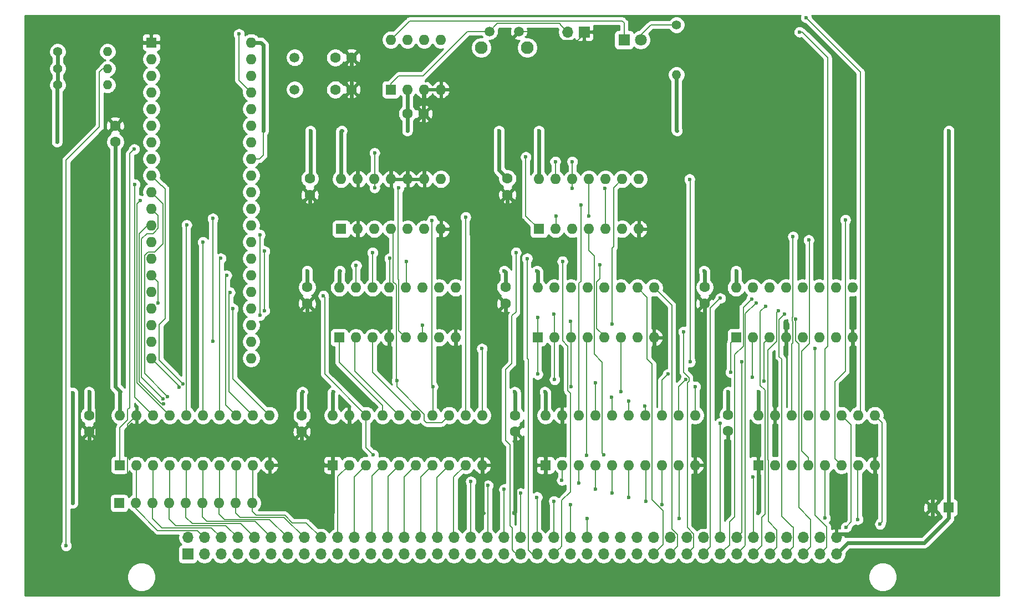
<source format=gbr>
G04 #@! TF.GenerationSoftware,KiCad,Pcbnew,5.1.10-88a1d61d58~88~ubuntu20.04.1*
G04 #@! TF.CreationDate,2021-05-20T09:11:11-04:00*
G04 #@! TF.ProjectId,CPUandGlueLogic,43505561-6e64-4476-9c75-654c6f676963,1*
G04 #@! TF.SameCoordinates,Original*
G04 #@! TF.FileFunction,Copper,L1,Top*
G04 #@! TF.FilePolarity,Positive*
%FSLAX46Y46*%
G04 Gerber Fmt 4.6, Leading zero omitted, Abs format (unit mm)*
G04 Created by KiCad (PCBNEW 5.1.10-88a1d61d58~88~ubuntu20.04.1) date 2021-05-20 09:11:11*
%MOMM*%
%LPD*%
G01*
G04 APERTURE LIST*
G04 #@! TA.AperFunction,ComponentPad*
%ADD10R,1.700000X1.700000*%
G04 #@! TD*
G04 #@! TA.AperFunction,ComponentPad*
%ADD11O,1.700000X1.700000*%
G04 #@! TD*
G04 #@! TA.AperFunction,ComponentPad*
%ADD12C,1.950000*%
G04 #@! TD*
G04 #@! TA.AperFunction,ComponentPad*
%ADD13C,1.498000*%
G04 #@! TD*
G04 #@! TA.AperFunction,ComponentPad*
%ADD14O,1.600000X1.600000*%
G04 #@! TD*
G04 #@! TA.AperFunction,ComponentPad*
%ADD15R,1.600000X1.600000*%
G04 #@! TD*
G04 #@! TA.AperFunction,ComponentPad*
%ADD16C,1.600000*%
G04 #@! TD*
G04 #@! TA.AperFunction,ComponentPad*
%ADD17C,1.800000*%
G04 #@! TD*
G04 #@! TA.AperFunction,ComponentPad*
%ADD18R,1.800000X1.800000*%
G04 #@! TD*
G04 #@! TA.AperFunction,ComponentPad*
%ADD19O,1.400000X1.400000*%
G04 #@! TD*
G04 #@! TA.AperFunction,ComponentPad*
%ADD20C,1.400000*%
G04 #@! TD*
G04 #@! TA.AperFunction,ComponentPad*
%ADD21C,1.500000*%
G04 #@! TD*
G04 #@! TA.AperFunction,ViaPad*
%ADD22C,0.600000*%
G04 #@! TD*
G04 #@! TA.AperFunction,Conductor*
%ADD23C,0.600000*%
G04 #@! TD*
G04 #@! TA.AperFunction,Conductor*
%ADD24C,0.200000*%
G04 #@! TD*
G04 #@! TA.AperFunction,Conductor*
%ADD25C,0.127000*%
G04 #@! TD*
G04 #@! TA.AperFunction,Conductor*
%ADD26C,0.150000*%
G04 #@! TD*
G04 #@! TA.AperFunction,Conductor*
%ADD27C,0.254000*%
G04 #@! TD*
G04 #@! TA.AperFunction,Conductor*
%ADD28C,0.152400*%
G04 #@! TD*
G04 APERTURE END LIST*
D10*
X25470000Y-83000000D03*
D11*
X25470000Y-80460000D03*
X28010000Y-83000000D03*
X28010000Y-80460000D03*
X30550000Y-83000000D03*
X30550000Y-80460000D03*
X33090000Y-83000000D03*
X33090000Y-80460000D03*
X35630000Y-83000000D03*
X35630000Y-80460000D03*
X38170000Y-83000000D03*
X38170000Y-80460000D03*
X40710000Y-83000000D03*
X40710000Y-80460000D03*
X43250000Y-83000000D03*
X43250000Y-80460000D03*
X45790000Y-83000000D03*
X45790000Y-80460000D03*
X48330000Y-83000000D03*
X48330000Y-80460000D03*
X50870000Y-83000000D03*
X50870000Y-80460000D03*
X53410000Y-83000000D03*
X53410000Y-80460000D03*
X55950000Y-83000000D03*
X55950000Y-80460000D03*
X58490000Y-83000000D03*
X58490000Y-80460000D03*
X61030000Y-83000000D03*
X61030000Y-80460000D03*
X63570000Y-83000000D03*
X63570000Y-80460000D03*
X66110000Y-83000000D03*
X66110000Y-80460000D03*
X68650000Y-83000000D03*
X68650000Y-80460000D03*
X71190000Y-83000000D03*
X71190000Y-80460000D03*
X73730000Y-83000000D03*
X73730000Y-80460000D03*
X76270000Y-83000000D03*
X76270000Y-80460000D03*
X78810000Y-83000000D03*
X78810000Y-80460000D03*
X81350000Y-83000000D03*
X81350000Y-80460000D03*
X83890000Y-83000000D03*
X83890000Y-80460000D03*
X86430000Y-83000000D03*
X86430000Y-80460000D03*
X88970000Y-83000000D03*
X88970000Y-80460000D03*
X91510000Y-83000000D03*
X91510000Y-80460000D03*
X94050000Y-83000000D03*
X94050000Y-80460000D03*
X96590000Y-83000000D03*
X96590000Y-80460000D03*
X99130000Y-83000000D03*
X99130000Y-80460000D03*
X101670000Y-83000000D03*
X101670000Y-80460000D03*
X104210000Y-83000000D03*
X104210000Y-80460000D03*
X106750000Y-83000000D03*
X106750000Y-80460000D03*
X109290000Y-83000000D03*
X109290000Y-80460000D03*
X111830000Y-83000000D03*
X111830000Y-80460000D03*
X114370000Y-83000000D03*
X114370000Y-80460000D03*
X116910000Y-83000000D03*
X116910000Y-80460000D03*
X119450000Y-83000000D03*
X119450000Y-80460000D03*
X121990000Y-83000000D03*
X121990000Y-80460000D03*
X124530000Y-83000000D03*
X124530000Y-80460000D03*
D12*
X70295000Y-5590000D03*
X77305000Y-5590000D03*
D13*
X71550000Y-3100000D03*
X76050000Y-3100000D03*
D14*
X48900000Y-25680000D03*
X64140000Y-33300000D03*
X51440000Y-25680000D03*
X61600000Y-33300000D03*
X53980000Y-25680000D03*
X59060000Y-33300000D03*
X56520000Y-25680000D03*
X56520000Y-33300000D03*
X59060000Y-25680000D03*
X53980000Y-33300000D03*
X61600000Y-25680000D03*
X51440000Y-33300000D03*
X64140000Y-25680000D03*
D15*
X48900000Y-33300000D03*
X141700000Y-75900000D03*
D16*
X139200000Y-75900000D03*
X75500000Y-64300000D03*
X75500000Y-61800000D03*
X42900000Y-61800000D03*
X42900000Y-64300000D03*
X10400000Y-64300000D03*
X10400000Y-61800000D03*
X108000000Y-61700000D03*
X108000000Y-64200000D03*
X61500000Y-15700000D03*
X59000000Y-15700000D03*
X14400000Y-17500000D03*
X14400000Y-20000000D03*
X74300000Y-28100000D03*
X74300000Y-25600000D03*
X44100000Y-25600000D03*
X44100000Y-28100000D03*
X74000000Y-42200000D03*
X74000000Y-44700000D03*
X104400000Y-44700000D03*
X104400000Y-42200000D03*
X43700000Y-44700000D03*
X43700000Y-42200000D03*
X50500000Y-7100000D03*
X48000000Y-7100000D03*
X48000000Y-12000000D03*
X50500000Y-12000000D03*
D17*
X94640000Y-4400000D03*
D18*
X92100000Y-4400000D03*
D11*
X83460000Y-3200000D03*
D10*
X86000000Y-3200000D03*
D19*
X100100000Y-9720000D03*
D20*
X100100000Y-2100000D03*
X5600000Y-11300000D03*
D19*
X13220000Y-11300000D03*
X13220000Y-8800000D03*
D20*
X5600000Y-8800000D03*
X5600000Y-6200000D03*
D19*
X13220000Y-6200000D03*
D15*
X15000000Y-75200000D03*
D14*
X17540000Y-75200000D03*
X20080000Y-75200000D03*
X22620000Y-75200000D03*
X25160000Y-75200000D03*
X27700000Y-75200000D03*
X30240000Y-75200000D03*
X32780000Y-75200000D03*
X35320000Y-75200000D03*
X80100000Y-61780000D03*
X102960000Y-69400000D03*
X82640000Y-61780000D03*
X100420000Y-69400000D03*
X85180000Y-61780000D03*
X97880000Y-69400000D03*
X87720000Y-61780000D03*
X95340000Y-69400000D03*
X90260000Y-61780000D03*
X92800000Y-69400000D03*
X92800000Y-61780000D03*
X90260000Y-69400000D03*
X95340000Y-61780000D03*
X87720000Y-69400000D03*
X97880000Y-61780000D03*
X85180000Y-69400000D03*
X100420000Y-61780000D03*
X82640000Y-69400000D03*
X102960000Y-61780000D03*
D15*
X80100000Y-69400000D03*
X47600000Y-69400000D03*
D14*
X70460000Y-61780000D03*
X50140000Y-69400000D03*
X67920000Y-61780000D03*
X52680000Y-69400000D03*
X65380000Y-61780000D03*
X55220000Y-69400000D03*
X62840000Y-61780000D03*
X57760000Y-69400000D03*
X60300000Y-61780000D03*
X60300000Y-69400000D03*
X57760000Y-61780000D03*
X62840000Y-69400000D03*
X55220000Y-61780000D03*
X65380000Y-69400000D03*
X52680000Y-61780000D03*
X67920000Y-69400000D03*
X50140000Y-61780000D03*
X70460000Y-69400000D03*
X47600000Y-61780000D03*
D15*
X15100000Y-69400000D03*
D14*
X37960000Y-61780000D03*
X17640000Y-69400000D03*
X35420000Y-61780000D03*
X20180000Y-69400000D03*
X32880000Y-61780000D03*
X22720000Y-69400000D03*
X30340000Y-61780000D03*
X25260000Y-69400000D03*
X27800000Y-61780000D03*
X27800000Y-69400000D03*
X25260000Y-61780000D03*
X30340000Y-69400000D03*
X22720000Y-61780000D03*
X32880000Y-69400000D03*
X20180000Y-61780000D03*
X35420000Y-69400000D03*
X17640000Y-61780000D03*
X37960000Y-69400000D03*
X15100000Y-61780000D03*
D15*
X112600000Y-69400000D03*
D14*
X130380000Y-61780000D03*
X115140000Y-69400000D03*
X127840000Y-61780000D03*
X117680000Y-69400000D03*
X125300000Y-61780000D03*
X120220000Y-69400000D03*
X122760000Y-61780000D03*
X122760000Y-69400000D03*
X120220000Y-61780000D03*
X125300000Y-69400000D03*
X117680000Y-61780000D03*
X127840000Y-69400000D03*
X115140000Y-61780000D03*
X130380000Y-69400000D03*
X112600000Y-61780000D03*
X56500000Y-4380000D03*
X64120000Y-12000000D03*
X59040000Y-4380000D03*
X61580000Y-12000000D03*
X61580000Y-4380000D03*
X59040000Y-12000000D03*
X64120000Y-4380000D03*
D15*
X56500000Y-12000000D03*
D14*
X35140000Y-4800000D03*
X19900000Y-53060000D03*
X35140000Y-7340000D03*
X19900000Y-50520000D03*
X35140000Y-9880000D03*
X19900000Y-47980000D03*
X35140000Y-12420000D03*
X19900000Y-45440000D03*
X35140000Y-14960000D03*
X19900000Y-42900000D03*
X35140000Y-17500000D03*
X19900000Y-40360000D03*
X35140000Y-20040000D03*
X19900000Y-37820000D03*
X35140000Y-22580000D03*
X19900000Y-35280000D03*
X35140000Y-25120000D03*
X19900000Y-32740000D03*
X35140000Y-27660000D03*
X19900000Y-30200000D03*
X35140000Y-30200000D03*
X19900000Y-27660000D03*
X35140000Y-32740000D03*
X19900000Y-25120000D03*
X35140000Y-35280000D03*
X19900000Y-22580000D03*
X35140000Y-37820000D03*
X19900000Y-20040000D03*
X35140000Y-40360000D03*
X19900000Y-17500000D03*
X35140000Y-42900000D03*
X19900000Y-14960000D03*
X35140000Y-45440000D03*
X19900000Y-12420000D03*
X35140000Y-47980000D03*
X19900000Y-9880000D03*
X35140000Y-50520000D03*
X19900000Y-7340000D03*
X35140000Y-53060000D03*
D15*
X19900000Y-4800000D03*
X79100000Y-33300000D03*
D14*
X94340000Y-25680000D03*
X81640000Y-33300000D03*
X91800000Y-25680000D03*
X84180000Y-33300000D03*
X89260000Y-25680000D03*
X86720000Y-33300000D03*
X86720000Y-25680000D03*
X89260000Y-33300000D03*
X84180000Y-25680000D03*
X91800000Y-33300000D03*
X81640000Y-25680000D03*
X94340000Y-33300000D03*
X79100000Y-25680000D03*
X78900000Y-42280000D03*
X96680000Y-49900000D03*
X81440000Y-42280000D03*
X94140000Y-49900000D03*
X83980000Y-42280000D03*
X91600000Y-49900000D03*
X86520000Y-42280000D03*
X89060000Y-49900000D03*
X89060000Y-42280000D03*
X86520000Y-49900000D03*
X91600000Y-42280000D03*
X83980000Y-49900000D03*
X94140000Y-42280000D03*
X81440000Y-49900000D03*
X96680000Y-42280000D03*
D15*
X78900000Y-49900000D03*
D14*
X109200000Y-42280000D03*
X126980000Y-49900000D03*
X111740000Y-42280000D03*
X124440000Y-49900000D03*
X114280000Y-42280000D03*
X121900000Y-49900000D03*
X116820000Y-42280000D03*
X119360000Y-49900000D03*
X119360000Y-42280000D03*
X116820000Y-49900000D03*
X121900000Y-42280000D03*
X114280000Y-49900000D03*
X124440000Y-42280000D03*
X111740000Y-49900000D03*
X126980000Y-42280000D03*
D15*
X109200000Y-49900000D03*
X48600000Y-49900000D03*
D14*
X66380000Y-42280000D03*
X51140000Y-49900000D03*
X63840000Y-42280000D03*
X53680000Y-49900000D03*
X61300000Y-42280000D03*
X56220000Y-49900000D03*
X58760000Y-42280000D03*
X58760000Y-49900000D03*
X56220000Y-42280000D03*
X61300000Y-49900000D03*
X53680000Y-42280000D03*
X63840000Y-49900000D03*
X51140000Y-42280000D03*
X66380000Y-49900000D03*
X48600000Y-42280000D03*
D21*
X41800000Y-7100000D03*
X41800000Y-12000000D03*
D22*
X141700000Y-18300000D03*
X59000000Y-18300000D03*
X112600000Y-58200000D03*
X141700000Y-58100000D03*
X10400000Y-58200000D03*
X15200000Y-58200000D03*
X7900000Y-75200000D03*
X7900000Y-58300000D03*
X100200000Y-18300000D03*
X44200000Y-18300000D03*
X5500000Y-20000000D03*
X109200000Y-39700000D03*
X141700000Y-39800000D03*
X43700000Y-39700000D03*
X48700000Y-39700000D03*
X78800000Y-39700000D03*
X49000000Y-18300000D03*
X79100000Y-18300000D03*
X80000000Y-58200000D03*
X47700000Y-58200000D03*
X43000000Y-58200000D03*
X37000000Y-18300000D03*
X37000000Y-15000000D03*
X73000000Y-18300000D03*
X73800000Y-39700000D03*
X104300000Y-39700000D03*
X108000000Y-58200000D03*
X91600000Y-58200000D03*
X75400000Y-58200000D03*
X139300000Y-19800000D03*
X61500000Y-19800000D03*
X80100000Y-76800000D03*
X47600000Y-76600000D03*
X102960000Y-76560000D03*
X112500001Y-76699999D03*
X130380000Y-76520000D03*
X10400000Y-72200000D03*
X94400000Y-35800000D03*
X139200000Y-35900000D03*
X51400000Y-35800000D03*
X64200000Y-35800000D03*
X44100000Y-35700000D03*
X50500000Y-19800000D03*
X127000000Y-52500000D03*
X139200000Y-52500000D03*
X56200000Y-52500000D03*
X66500000Y-52500000D03*
X96700000Y-52500000D03*
X116800000Y-52500000D03*
X51300000Y-19800000D03*
X56600000Y-19800000D03*
X58900000Y-19800000D03*
X70599999Y-76699999D03*
X43700000Y-52500000D03*
X75100000Y-19800000D03*
X74300000Y-35800000D03*
X16260000Y-72260000D03*
X74000000Y-52500000D03*
X104400000Y-52500000D03*
X108099999Y-76699999D03*
X115100000Y-64200000D03*
X75300001Y-76699999D03*
X118900000Y-3200000D03*
X6900000Y-81700000D03*
X82600000Y-71700000D03*
X68700000Y-71900000D03*
X85180000Y-72180000D03*
X71300000Y-72500000D03*
X73800000Y-73100000D03*
X87700000Y-73100000D03*
X75600000Y-36900000D03*
X53700000Y-36900000D03*
X76300000Y-73700000D03*
X90300000Y-73700000D03*
X77300000Y-37809500D03*
X56300000Y-37800000D03*
X78800000Y-74300000D03*
X92800000Y-74300000D03*
X58900000Y-38300000D03*
X82700000Y-38273000D03*
X81400000Y-74900000D03*
X95400000Y-74900000D03*
X83900000Y-75427000D03*
X97900000Y-75400000D03*
X86500000Y-77600000D03*
X100500000Y-77600000D03*
X101200000Y-49000000D03*
X106800000Y-43900000D03*
X111600000Y-44000000D03*
X106800000Y-63000000D03*
X112300000Y-44600000D03*
X110100000Y-53600000D03*
X102200000Y-53600000D03*
X102100000Y-25700000D03*
X113700000Y-45127000D03*
X111800000Y-71200000D03*
X115700000Y-45800000D03*
X122800000Y-77500000D03*
X116600000Y-46327000D03*
X127800000Y-77700000D03*
X118300000Y-47100000D03*
X131200000Y-78400000D03*
X121300000Y-51600000D03*
X126000000Y-78900000D03*
X85500000Y-29600000D03*
X87700000Y-56800000D03*
X24733000Y-56946000D03*
X90200000Y-59000000D03*
X22400000Y-58927000D03*
X92800000Y-59566854D03*
X21700000Y-59300000D03*
X95300000Y-60400000D03*
X21742646Y-60057354D03*
X98800000Y-55500000D03*
X108400000Y-55200000D03*
X78900000Y-55500000D03*
X78900000Y-46800000D03*
X36500000Y-46500000D03*
X36500000Y-34200000D03*
X101500000Y-56300000D03*
X111700000Y-56000000D03*
X81500000Y-56300000D03*
X81400000Y-46300000D03*
X37200000Y-45800000D03*
X37200000Y-36700000D03*
X103000000Y-57400000D03*
X113500000Y-56600000D03*
X84000000Y-57400000D03*
X83900000Y-47400000D03*
X20963510Y-44600000D03*
X61300000Y-48000000D03*
X90300000Y-47800000D03*
X70400000Y-51600000D03*
X29300000Y-50500000D03*
X29300000Y-31700000D03*
X67900000Y-31500000D03*
X57400000Y-56500000D03*
X62900000Y-57400000D03*
X62800000Y-32000000D03*
X24173000Y-57473000D03*
X46200000Y-43500000D03*
X53800000Y-67800000D03*
X86400000Y-67900000D03*
X17300000Y-21100000D03*
X84200000Y-23000000D03*
X81600000Y-23000000D03*
X117900000Y-34473000D03*
X89200000Y-27100000D03*
X84200000Y-27100000D03*
X32400000Y-45500000D03*
X31900000Y-43000000D03*
X31400000Y-40400000D03*
X30500000Y-37800000D03*
X27800000Y-35300000D03*
X25300000Y-32700000D03*
X18200000Y-29000000D03*
X17400000Y-26500000D03*
X77100000Y-22300000D03*
X89000000Y-67800000D03*
X33300000Y-3500000D03*
X119900000Y-1000000D03*
X120300000Y-35000000D03*
X125900000Y-31900000D03*
X86700000Y-31300000D03*
X81700000Y-31300000D03*
X54000000Y-21700000D03*
X57700000Y-27000000D03*
X54000000Y-27000000D03*
X88400000Y-38800000D03*
X51200000Y-38900000D03*
D23*
X59000000Y-15700000D02*
X59000000Y-18300000D01*
X112600000Y-61780000D02*
X112600000Y-58200000D01*
X141700000Y-75900000D02*
X141700000Y-58100000D01*
X10400000Y-58200000D02*
X10400000Y-61800000D01*
X15100000Y-58300000D02*
X15200000Y-58200000D01*
X15100000Y-61780000D02*
X15100000Y-58300000D01*
X7900000Y-75200000D02*
X7900000Y-58300000D01*
X100100000Y-18200000D02*
X100200000Y-18300000D01*
X100100000Y-9720000D02*
X100100000Y-18200000D01*
X44200000Y-25500000D02*
X44100000Y-25600000D01*
X44200000Y-18300000D02*
X44200000Y-25500000D01*
X14400000Y-57400000D02*
X15200000Y-58200000D01*
X14400000Y-20000000D02*
X14400000Y-57400000D01*
X5500000Y-11400000D02*
X5600000Y-11300000D01*
X5500000Y-20000000D02*
X5500000Y-11400000D01*
X5600000Y-11300000D02*
X5600000Y-8800000D01*
X5600000Y-8800000D02*
X5600000Y-6200000D01*
X109200000Y-42280000D02*
X109200000Y-39700000D01*
X141700000Y-39800000D02*
X141700000Y-18300000D01*
X141700000Y-58100000D02*
X141700000Y-39800000D01*
X43700000Y-39700000D02*
X43700000Y-42200000D01*
X48600000Y-39800000D02*
X48700000Y-39700000D01*
X48600000Y-42280000D02*
X48600000Y-39800000D01*
X78900000Y-39800000D02*
X78800000Y-39700000D01*
X78900000Y-42280000D02*
X78900000Y-39800000D01*
X48900000Y-25680000D02*
X48900000Y-18400000D01*
X48900000Y-18400000D02*
X49000000Y-18300000D01*
X79100000Y-25680000D02*
X79100000Y-18300000D01*
X80100000Y-58300000D02*
X80000000Y-58200000D01*
X80100000Y-61780000D02*
X80100000Y-58300000D01*
X47600000Y-58300000D02*
X47700000Y-58200000D01*
X47600000Y-61780000D02*
X47600000Y-58300000D01*
X42900000Y-58300000D02*
X43000000Y-58200000D01*
X42900000Y-61800000D02*
X42900000Y-58300000D01*
X59000000Y-12040000D02*
X59040000Y-12000000D01*
X59000000Y-15700000D02*
X59000000Y-12040000D01*
X36600000Y-4800000D02*
X35140000Y-4800000D01*
X37000000Y-5200000D02*
X36600000Y-4800000D01*
X37000000Y-15000000D02*
X37000000Y-5200000D01*
X37000000Y-18300000D02*
X37000000Y-15000000D01*
X74300000Y-25600000D02*
X73000000Y-24300000D01*
X73000000Y-24300000D02*
X73000000Y-18300000D01*
D24*
X35140000Y-22580000D02*
X36420000Y-22580000D01*
X37000000Y-22000000D02*
X37000000Y-18300000D01*
X36420000Y-22580000D02*
X37000000Y-22000000D01*
D23*
X74000000Y-39900000D02*
X73800000Y-39700000D01*
X74000000Y-42200000D02*
X74000000Y-39900000D01*
X104400000Y-39800000D02*
X104300000Y-39700000D01*
X104400000Y-42200000D02*
X104400000Y-39800000D01*
X108000000Y-61700000D02*
X108000000Y-58200000D01*
D25*
X91600000Y-49900000D02*
X91600000Y-58200000D01*
D23*
X75500000Y-58300000D02*
X75400000Y-58200000D01*
X75500000Y-61800000D02*
X75500000Y-58300000D01*
X137900000Y-81300000D02*
X141700000Y-77500000D01*
X126230000Y-81300000D02*
X137900000Y-81300000D01*
X124530000Y-83000000D02*
X126230000Y-81300000D01*
X141700000Y-77500000D02*
X141700000Y-75900000D01*
X139200000Y-19900000D02*
X139300000Y-19800000D01*
X61500000Y-15700000D02*
X61500000Y-19800000D01*
X80100000Y-69400000D02*
X80100000Y-76800000D01*
X47600000Y-69400000D02*
X47600000Y-76600000D01*
X102960000Y-69400000D02*
X102960000Y-76560000D01*
X112600000Y-76600000D02*
X112500001Y-76699999D01*
X112600000Y-69400000D02*
X112600000Y-76600000D01*
X130380000Y-69400000D02*
X130380000Y-76520000D01*
X94340000Y-35740000D02*
X94400000Y-35800000D01*
X94340000Y-33300000D02*
X94340000Y-35740000D01*
X139200000Y-35900000D02*
X139200000Y-19900000D01*
X51400000Y-33340000D02*
X51440000Y-33300000D01*
X51400000Y-35800000D02*
X51400000Y-33340000D01*
X64140000Y-35740000D02*
X64200000Y-35800000D01*
X64140000Y-33300000D02*
X64140000Y-35740000D01*
X44100000Y-35700000D02*
X44100000Y-28100000D01*
X50500000Y-19800000D02*
X50500000Y-12000000D01*
X10400000Y-67300000D02*
X10400000Y-67200000D01*
X10400000Y-72200000D02*
X10400000Y-67300000D01*
X10400000Y-67300000D02*
X10400000Y-64300000D01*
X11627001Y-20272999D02*
X14400000Y-17500000D01*
X11627001Y-65972999D02*
X11627001Y-20272999D01*
X10400000Y-67200000D02*
X11627001Y-65972999D01*
X126980000Y-52480000D02*
X127000000Y-52500000D01*
X126980000Y-49900000D02*
X126980000Y-52480000D01*
X139200000Y-52500000D02*
X139200000Y-35900000D01*
X139200000Y-75900000D02*
X139200000Y-52500000D01*
X56200000Y-49920000D02*
X56220000Y-49900000D01*
X56200000Y-52500000D02*
X56200000Y-49920000D01*
X66380000Y-52380000D02*
X66500000Y-52500000D01*
X66380000Y-49900000D02*
X66380000Y-52380000D01*
X96680000Y-52480000D02*
X96700000Y-52500000D01*
X96680000Y-49900000D02*
X96680000Y-52480000D01*
X116820000Y-52480000D02*
X116800000Y-52500000D01*
X116820000Y-49900000D02*
X116820000Y-52480000D01*
X51440000Y-19940000D02*
X51300000Y-19800000D01*
X51440000Y-25680000D02*
X51440000Y-19940000D01*
X56520000Y-19880000D02*
X56600000Y-19800000D01*
X56520000Y-25680000D02*
X56520000Y-19880000D01*
X59060000Y-19960000D02*
X58900000Y-19800000D01*
X59060000Y-25680000D02*
X59060000Y-19960000D01*
X61600000Y-19900000D02*
X61500000Y-19800000D01*
X61600000Y-25680000D02*
X61600000Y-19900000D01*
X82640000Y-61780000D02*
X82640000Y-65560000D01*
X80100000Y-68100000D02*
X80100000Y-69400000D01*
X82640000Y-65560000D02*
X80100000Y-68100000D01*
X50140000Y-61780000D02*
X50140000Y-64260000D01*
X47600000Y-66800000D02*
X47600000Y-69400000D01*
X50140000Y-64260000D02*
X47600000Y-66800000D01*
X42900000Y-64300000D02*
X42900000Y-65900000D01*
X46400000Y-69400000D02*
X47600000Y-69400000D01*
X42900000Y-65900000D02*
X46400000Y-69400000D01*
X70460000Y-69400000D02*
X70460000Y-76560000D01*
X70460000Y-76560000D02*
X70599999Y-76699999D01*
X18200000Y-4800000D02*
X19900000Y-4800000D01*
X17600000Y-5400000D02*
X18200000Y-4800000D01*
X17600000Y-14300000D02*
X17600000Y-5400000D01*
X14400000Y-17500000D02*
X17600000Y-14300000D01*
X43700000Y-52500000D02*
X43700000Y-44700000D01*
X50500000Y-12000000D02*
X50500000Y-7100000D01*
X61500000Y-12080000D02*
X61580000Y-12000000D01*
X61500000Y-15700000D02*
X61500000Y-12080000D01*
X75100000Y-4050000D02*
X75100000Y-19800000D01*
X76050000Y-3100000D02*
X75100000Y-4050000D01*
X74300000Y-28100000D02*
X74300000Y-35800000D01*
D24*
X86000000Y-3200000D02*
X86000000Y-3500000D01*
X86000000Y-3500000D02*
X85000000Y-4500000D01*
X85000000Y-4500000D02*
X79200000Y-4500000D01*
X77800000Y-3100000D02*
X76050000Y-3100000D01*
X79200000Y-4500000D02*
X77800000Y-3100000D01*
D23*
X139200000Y-78000000D02*
X139200000Y-75900000D01*
D24*
X16260000Y-63160000D02*
X16260000Y-72260000D01*
X17640000Y-61780000D02*
X16260000Y-63160000D01*
D23*
X74000000Y-44700000D02*
X74000000Y-52500000D01*
X104400000Y-44700000D02*
X104400000Y-52500000D01*
X108000000Y-76600000D02*
X108099999Y-76699999D01*
X108000000Y-64200000D02*
X108000000Y-76600000D01*
D24*
X115100000Y-61820000D02*
X115140000Y-61780000D01*
X115100000Y-64200000D02*
X115100000Y-61820000D01*
D23*
X75500000Y-76500000D02*
X75300001Y-76699999D01*
X75500000Y-64300000D02*
X75500000Y-76500000D01*
X124530000Y-80460000D02*
X124540000Y-80460000D01*
X124540000Y-80460000D02*
X125100000Y-79900000D01*
X137300000Y-79900000D02*
X137800000Y-79400000D01*
X137800000Y-79400000D02*
X139200000Y-78000000D01*
X125100000Y-79900000D02*
X137300000Y-79900000D01*
D24*
X56500000Y-4380000D02*
X59380000Y-1500000D01*
X59380000Y-1500000D02*
X59400000Y-1500000D01*
X59380000Y-1500000D02*
X91800000Y-1500000D01*
X92100000Y-1800000D02*
X92100000Y-4400000D01*
X91800000Y-1500000D02*
X92100000Y-1800000D01*
X123200000Y-7100000D02*
X119300000Y-3200000D01*
X119300000Y-3200000D02*
X118900000Y-3200000D01*
X123200000Y-51200000D02*
X123200000Y-7100000D01*
X122760000Y-51640000D02*
X123200000Y-51200000D01*
X122760000Y-61780000D02*
X122760000Y-51640000D01*
X100100000Y-2100000D02*
X96200000Y-2100000D01*
X94640000Y-3660000D02*
X94640000Y-4400000D01*
X96200000Y-2100000D02*
X94640000Y-3660000D01*
X13220000Y-8800000D02*
X12500000Y-8800000D01*
X12500000Y-8800000D02*
X12000000Y-9300000D01*
X12000000Y-9300000D02*
X12000000Y-17700000D01*
X12000000Y-17700000D02*
X6900000Y-22800000D01*
X28010000Y-83690000D02*
X28010000Y-83000000D01*
X6900000Y-22800000D02*
X6900000Y-81700000D01*
X17640000Y-75100000D02*
X17540000Y-75200000D01*
X17640000Y-69400000D02*
X17640000Y-75100000D01*
X26932999Y-79382999D02*
X20882999Y-79382999D01*
X28010000Y-80460000D02*
X26932999Y-79382999D01*
X17540000Y-76040000D02*
X17540000Y-75200000D01*
X20882999Y-79382999D02*
X17540000Y-76040000D01*
X20180000Y-75100000D02*
X20080000Y-75200000D01*
X20180000Y-69400000D02*
X20180000Y-75100000D01*
X30550000Y-80460000D02*
X29090000Y-79000000D01*
X29090000Y-79000000D02*
X21500000Y-79000000D01*
X20080000Y-77580000D02*
X20080000Y-75200000D01*
X21500000Y-79000000D02*
X20080000Y-77580000D01*
X22720000Y-75100000D02*
X22620000Y-75200000D01*
X22720000Y-69400000D02*
X22720000Y-75100000D01*
X33090000Y-80460000D02*
X31302990Y-78672990D01*
X31302990Y-78672990D02*
X23672990Y-78672990D01*
X22620000Y-77620000D02*
X22620000Y-75200000D01*
X23672990Y-78672990D02*
X22620000Y-77620000D01*
X25260000Y-75100000D02*
X25160000Y-75200000D01*
X25260000Y-69400000D02*
X25260000Y-75100000D01*
X35630000Y-80460000D02*
X33515980Y-78345980D01*
X33515980Y-78345980D02*
X26145980Y-78345980D01*
X25160000Y-77360000D02*
X25160000Y-75200000D01*
X26145980Y-78345980D02*
X25160000Y-77360000D01*
X27800000Y-75100000D02*
X27700000Y-75200000D01*
X27800000Y-69400000D02*
X27800000Y-75100000D01*
X38170000Y-80460000D02*
X35728970Y-78018970D01*
X35728970Y-78018970D02*
X28418970Y-78018970D01*
X27700000Y-77300000D02*
X27700000Y-75200000D01*
X28418970Y-78018970D02*
X27700000Y-77300000D01*
X30340000Y-75100000D02*
X30240000Y-75200000D01*
X30340000Y-69400000D02*
X30340000Y-75100000D01*
X40710000Y-80460000D02*
X37941960Y-77691960D01*
X37941960Y-77691960D02*
X31091960Y-77691960D01*
X30240000Y-76840000D02*
X30240000Y-75200000D01*
X31091960Y-77691960D02*
X30240000Y-76840000D01*
X32880000Y-75100000D02*
X32780000Y-75200000D01*
X32880000Y-69400000D02*
X32880000Y-75100000D01*
X43250000Y-80460000D02*
X40154950Y-77364950D01*
X40154950Y-77364950D02*
X33464950Y-77364950D01*
X32780000Y-76680000D02*
X32780000Y-75200000D01*
X33464950Y-77364950D02*
X32780000Y-76680000D01*
X35420000Y-75100000D02*
X35320000Y-75200000D01*
X35420000Y-69400000D02*
X35420000Y-75100000D01*
X45790000Y-80460000D02*
X43530000Y-78200000D01*
X41452460Y-78200000D02*
X40290401Y-77037940D01*
X43530000Y-78200000D02*
X41452460Y-78200000D01*
X40290401Y-77037940D02*
X35937940Y-77037940D01*
X35320000Y-76420000D02*
X35320000Y-75200000D01*
X35937940Y-77037940D02*
X35320000Y-76420000D01*
X50140000Y-69400000D02*
X48400000Y-71140000D01*
X48400000Y-80390000D02*
X48330000Y-80460000D01*
X48400000Y-71140000D02*
X48400000Y-80390000D01*
X52680000Y-69400000D02*
X50900000Y-71180000D01*
X50900000Y-80430000D02*
X50870000Y-80460000D01*
X50900000Y-71180000D02*
X50900000Y-80430000D01*
X55220000Y-69400000D02*
X53600000Y-71020000D01*
X53600000Y-80270000D02*
X53410000Y-80460000D01*
X53600000Y-71020000D02*
X53600000Y-80270000D01*
X57760000Y-69400000D02*
X56060000Y-71100000D01*
X56060000Y-80350000D02*
X55950000Y-80460000D01*
X56060000Y-71100000D02*
X56060000Y-80350000D01*
X60300000Y-69400000D02*
X58500000Y-71200000D01*
X58500000Y-80450000D02*
X58490000Y-80460000D01*
X58500000Y-71200000D02*
X58500000Y-80450000D01*
X62840000Y-69400000D02*
X61040000Y-71200000D01*
X61040000Y-80450000D02*
X61030000Y-80460000D01*
X61040000Y-71200000D02*
X61040000Y-80450000D01*
X65380000Y-69400000D02*
X63500000Y-71280000D01*
X63500000Y-80390000D02*
X63570000Y-80460000D01*
X63500000Y-71280000D02*
X63500000Y-80390000D01*
X67920000Y-69400000D02*
X66100000Y-71220000D01*
X66100000Y-80450000D02*
X66110000Y-80460000D01*
X66100000Y-71220000D02*
X66100000Y-80450000D01*
X82640000Y-71660000D02*
X82600000Y-71700000D01*
X82640000Y-69400000D02*
X82640000Y-71660000D01*
X68700000Y-80410000D02*
X68650000Y-80460000D01*
X68700000Y-71900000D02*
X68700000Y-80410000D01*
X85180000Y-69400000D02*
X85180000Y-72180000D01*
X71300000Y-80350000D02*
X71190000Y-80460000D01*
X71300000Y-72500000D02*
X71300000Y-80350000D01*
X73730000Y-73170000D02*
X73800000Y-73100000D01*
X73730000Y-80460000D02*
X73730000Y-73170000D01*
X87700000Y-69420000D02*
X87720000Y-69400000D01*
X87700000Y-73100000D02*
X87700000Y-69420000D01*
D25*
X76270000Y-83000000D02*
X75700000Y-83000000D01*
D24*
X75700000Y-83000000D02*
X75229499Y-82529499D01*
X75229499Y-82529499D02*
X75000000Y-82300000D01*
X75000000Y-82300000D02*
X75000000Y-79000000D01*
X75000000Y-79000000D02*
X74700000Y-78700000D01*
X74700000Y-78700000D02*
X74700000Y-66300000D01*
X74700000Y-66300000D02*
X74000000Y-65600000D01*
X74000000Y-65600000D02*
X74000000Y-54800000D01*
X74990501Y-53809499D02*
X74990501Y-46609499D01*
X74000000Y-54800000D02*
X74990501Y-53809499D01*
X75600000Y-46000000D02*
X75600000Y-36900000D01*
X74990501Y-46609499D02*
X75600000Y-46000000D01*
D25*
X53680000Y-36920000D02*
X53700000Y-36900000D01*
D24*
X53680000Y-42280000D02*
X53680000Y-36920000D01*
X76270000Y-73730000D02*
X76300000Y-73700000D01*
X76270000Y-80460000D02*
X76270000Y-73730000D01*
X90300000Y-69440000D02*
X90260000Y-69400000D01*
X90300000Y-73700000D02*
X90300000Y-69440000D01*
X78810000Y-83000000D02*
X78100000Y-83000000D01*
X78100000Y-83000000D02*
X77500000Y-82400000D01*
X77500000Y-53300000D02*
X77300000Y-53100000D01*
X77500000Y-82400000D02*
X77500000Y-53300000D01*
X77300000Y-53100000D02*
X77300000Y-42900000D01*
X77300000Y-42900000D02*
X77300000Y-37809500D01*
X56300000Y-42200000D02*
X56220000Y-42280000D01*
X56300000Y-37800000D02*
X56300000Y-42200000D01*
X78810000Y-74310000D02*
X78800000Y-74300000D01*
X78810000Y-80460000D02*
X78810000Y-74310000D01*
X92800000Y-74300000D02*
X92800000Y-69400000D01*
X81350000Y-83000000D02*
X82250000Y-82100000D01*
D25*
X82250000Y-82100000D02*
X82300000Y-82100000D01*
X58900000Y-42140000D02*
X58760000Y-42280000D01*
D24*
X58900000Y-38300000D02*
X58900000Y-42140000D01*
X82700001Y-38273001D02*
X82700000Y-38273000D01*
X82700001Y-50400001D02*
X82700001Y-38273001D01*
X83509499Y-51209499D02*
X82700001Y-50400001D01*
X83509499Y-58009499D02*
X83509499Y-51209499D01*
X83900000Y-58400000D02*
X83509499Y-58009499D01*
X83900000Y-73500000D02*
X83900000Y-58400000D01*
X82600000Y-74800000D02*
X83900000Y-73500000D01*
X82600000Y-81800000D02*
X82600000Y-74800000D01*
X82300000Y-82100000D02*
X82600000Y-81800000D01*
X81350000Y-74950000D02*
X81400000Y-74900000D01*
X81350000Y-80460000D02*
X81350000Y-74950000D01*
X95400000Y-69460000D02*
X95340000Y-69400000D01*
X95400000Y-74900000D02*
X95400000Y-69460000D01*
X83890000Y-75437000D02*
X83900000Y-75427000D01*
X83890000Y-80460000D02*
X83890000Y-75437000D01*
X97900000Y-69420000D02*
X97880000Y-69400000D01*
X97900000Y-75400000D02*
X97900000Y-69420000D01*
X86430000Y-77670000D02*
X86500000Y-77600000D01*
X86430000Y-80460000D02*
X86430000Y-77670000D01*
X100500000Y-69480000D02*
X100420000Y-69400000D01*
X100500000Y-77600000D02*
X100500000Y-69480000D01*
X98052999Y-76332961D02*
X96367001Y-74646963D01*
X98052999Y-81537001D02*
X98052999Y-76332961D01*
X96590000Y-83000000D02*
X98052999Y-81537001D01*
X95600000Y-53200000D02*
X96367001Y-53967001D01*
X95600000Y-43740000D02*
X95600000Y-53200000D01*
X94140000Y-42280000D02*
X95600000Y-43740000D01*
X96367001Y-74646963D02*
X96367001Y-53967001D01*
X99130000Y-83000000D02*
X100300000Y-81830000D01*
X99392999Y-44992999D02*
X96680000Y-42280000D01*
X99392999Y-79129037D02*
X99392999Y-44992999D01*
X100300000Y-80036038D02*
X99392999Y-79129037D01*
X100300000Y-81830000D02*
X100300000Y-80036038D01*
X102027001Y-56047039D02*
X101200000Y-55220038D01*
X101752961Y-56827001D02*
X102027001Y-56552961D01*
X101752961Y-78948999D02*
X101752961Y-56827001D01*
X101200000Y-55220038D02*
X101200000Y-49000000D01*
X102747001Y-79943039D02*
X101752961Y-78948999D01*
X102747001Y-81922999D02*
X102747001Y-79943039D01*
X102027001Y-56552961D02*
X102027001Y-56047039D01*
X101670000Y-83000000D02*
X102747001Y-81922999D01*
X104210000Y-83000000D02*
X105300000Y-81910000D01*
X105300000Y-81910000D02*
X105300000Y-79956038D01*
X105300000Y-45400000D02*
X106800000Y-43900000D01*
X105300000Y-79956038D02*
X105300000Y-45400000D01*
X107827001Y-81922999D02*
X107877001Y-81922999D01*
X106750000Y-83000000D02*
X107827001Y-81922999D01*
X107877001Y-81922999D02*
X108200000Y-81600000D01*
X108200000Y-81600000D02*
X108200000Y-78100000D01*
X109027001Y-77272999D02*
X109027001Y-52472999D01*
X108200000Y-78100000D02*
X109027001Y-77272999D01*
X109027001Y-52472999D02*
X110300000Y-51200000D01*
X110300000Y-45300000D02*
X111600000Y-44000000D01*
X110300000Y-51200000D02*
X110300000Y-45300000D01*
X106750000Y-63050000D02*
X106800000Y-63000000D01*
X106750000Y-80460000D02*
X106750000Y-63050000D01*
X109290000Y-83000000D02*
X110500000Y-81790000D01*
X110627010Y-81662990D02*
X110627010Y-46272990D01*
X110627010Y-46272990D02*
X112300000Y-44600000D01*
X110500000Y-81790000D02*
X110627010Y-81662990D01*
X109290000Y-80460000D02*
X110100000Y-79650000D01*
X110100000Y-79650000D02*
X110100000Y-53600000D01*
X102200000Y-25800000D02*
X102100000Y-25700000D01*
X102200000Y-53600000D02*
X102200000Y-25800000D01*
X111830000Y-83000000D02*
X113100000Y-81730000D01*
X113127009Y-81702991D02*
X113127009Y-77372991D01*
X113100000Y-81730000D02*
X113127009Y-81702991D01*
X113627001Y-76872999D02*
X113627001Y-57927001D01*
X113127009Y-77372991D02*
X113627001Y-76872999D01*
X113627001Y-57927001D02*
X112900000Y-57200000D01*
X112900000Y-45927000D02*
X113700000Y-45127000D01*
X112900000Y-57200000D02*
X112900000Y-45927000D01*
X111830000Y-71230000D02*
X111800000Y-71200000D01*
X111830000Y-80460000D02*
X111830000Y-71230000D01*
X115400000Y-81970000D02*
X114370000Y-83000000D01*
X115447001Y-81922999D02*
X115400000Y-81970000D01*
X114112999Y-78012999D02*
X115447001Y-79347001D01*
X114112999Y-68587001D02*
X114112999Y-78012999D01*
X114100000Y-68574002D02*
X114112999Y-68587001D01*
X115447001Y-79347001D02*
X115447001Y-81922999D01*
X114100000Y-51800000D02*
X114100000Y-68574002D01*
X115400000Y-50500000D02*
X114100000Y-51800000D01*
X115400000Y-46100000D02*
X115400000Y-50500000D01*
X115700000Y-45800000D02*
X115400000Y-46100000D01*
X122800000Y-69440000D02*
X122760000Y-69400000D01*
X122800000Y-77500000D02*
X122800000Y-69440000D01*
X116910000Y-83000000D02*
X118000000Y-81910000D01*
X118000000Y-81910000D02*
X118000000Y-78800000D01*
X118000000Y-78800000D02*
X117800000Y-78800000D01*
X117800000Y-78800000D02*
X116200000Y-77200000D01*
X116200000Y-77200000D02*
X116200000Y-53200000D01*
X115792999Y-47134001D02*
X116600000Y-46327000D01*
X115792999Y-52792999D02*
X115792999Y-47134001D01*
X116200000Y-53200000D02*
X115792999Y-52792999D01*
X127800000Y-69440000D02*
X127840000Y-69400000D01*
X127800000Y-77700000D02*
X127800000Y-69440000D01*
X119450000Y-83000000D02*
X120600000Y-81850000D01*
X120600000Y-81850000D02*
X120600000Y-78300000D01*
X120600000Y-78300000D02*
X120600000Y-77700000D01*
X120600000Y-77700000D02*
X118800000Y-75900000D01*
X118300000Y-50359962D02*
X118300000Y-47100000D01*
X118800000Y-50859962D02*
X118300000Y-50359962D01*
X118800000Y-75900000D02*
X118800000Y-50859962D01*
X131499999Y-62899999D02*
X130380000Y-61780000D01*
X131499999Y-78100001D02*
X131499999Y-62899999D01*
X131200000Y-78400000D02*
X131499999Y-78100001D01*
X123067001Y-81922999D02*
X123067001Y-78832999D01*
X121990000Y-83000000D02*
X123067001Y-81922999D01*
X121300000Y-77065998D02*
X121300000Y-51600000D01*
X123067001Y-78832999D02*
X121300000Y-77065998D01*
X125300000Y-61780000D02*
X126800000Y-63280000D01*
X126800000Y-63280000D02*
X126800000Y-69200000D01*
X126800000Y-78100000D02*
X126000000Y-78900000D01*
X126800000Y-69200000D02*
X126800000Y-78100000D01*
X83460000Y-3200000D02*
X82360000Y-2100000D01*
X82360000Y-2100000D02*
X82360000Y-2060000D01*
X82360000Y-2060000D02*
X82200000Y-1900000D01*
X72750000Y-1900000D02*
X71550000Y-3100000D01*
X82200000Y-1900000D02*
X72750000Y-1900000D01*
X71550000Y-3100000D02*
X68200000Y-3100000D01*
X68200000Y-3100000D02*
X61400000Y-9900000D01*
X61400000Y-9900000D02*
X57700000Y-9900000D01*
X56500000Y-11100000D02*
X56500000Y-12000000D01*
X57700000Y-9900000D02*
X56500000Y-11100000D01*
X85500000Y-41294040D02*
X85180000Y-41614040D01*
X85180000Y-41614040D02*
X85180000Y-61780000D01*
X85500000Y-29600000D02*
X85500000Y-41294040D01*
D26*
X87720000Y-56820000D02*
X87700000Y-56800000D01*
X87720000Y-56880000D02*
X87720000Y-56820000D01*
D24*
X87720000Y-61780000D02*
X87720000Y-56880000D01*
X21100000Y-53313000D02*
X24733000Y-56946000D01*
X21100000Y-47900000D02*
X21100000Y-53313000D01*
X21485510Y-26685510D02*
X22000000Y-27200000D01*
X22000000Y-27200000D02*
X22000000Y-47000000D01*
X21465510Y-26685510D02*
X21485510Y-26685510D01*
X22000000Y-47000000D02*
X21100000Y-47900000D01*
X19900000Y-25120000D02*
X21465510Y-26685510D01*
D25*
X90260000Y-59060000D02*
X90200000Y-59000000D01*
D24*
X90260000Y-61780000D02*
X90260000Y-59060000D01*
X18872999Y-55399999D02*
X22400000Y-58927000D01*
X19407039Y-36792999D02*
X18872999Y-37327039D01*
X20392961Y-36792999D02*
X19407039Y-36792999D01*
X20399981Y-36800019D02*
X20392961Y-36792999D01*
X21672990Y-35527010D02*
X20399981Y-36800019D01*
X18872999Y-37327039D02*
X18872999Y-55399999D01*
X21672990Y-29472990D02*
X21672990Y-35527010D01*
X21200000Y-29000000D02*
X21672990Y-29472990D01*
X21200000Y-28960000D02*
X21200000Y-29000000D01*
X19900000Y-27660000D02*
X21200000Y-28960000D01*
X92800000Y-61780000D02*
X92800000Y-59566854D01*
X20392961Y-33767001D02*
X20927001Y-33232961D01*
X18381030Y-47818970D02*
X18400000Y-47800000D01*
X20927001Y-31227001D02*
X19900000Y-30200000D01*
X18381030Y-55981030D02*
X18381030Y-47818970D01*
X20927001Y-33232961D02*
X20927001Y-31227001D01*
X21700000Y-59300000D02*
X18381030Y-55981030D01*
X20392961Y-33767001D02*
X20392961Y-33807039D01*
X20392961Y-33807039D02*
X20200000Y-34000000D01*
X20200000Y-34000000D02*
X19200000Y-34000000D01*
X18400000Y-34800000D02*
X18400000Y-35400000D01*
X19200000Y-34000000D02*
X18400000Y-34800000D01*
X18400000Y-35400000D02*
X18400000Y-35260038D01*
X18400000Y-47800000D02*
X18400000Y-35400000D01*
D25*
X95340000Y-60440000D02*
X95300000Y-60400000D01*
D24*
X95340000Y-61780000D02*
X95340000Y-60440000D01*
X21742646Y-60057354D02*
X21459814Y-60057354D01*
X21459814Y-60057354D02*
X18054020Y-56651560D01*
X18054020Y-56651560D02*
X18054020Y-34045980D01*
X19360000Y-32740000D02*
X19900000Y-32740000D01*
X18054020Y-34045980D02*
X19360000Y-32740000D01*
X97880000Y-56420000D02*
X98800000Y-55500000D01*
X97880000Y-61780000D02*
X97880000Y-56420000D01*
X108400000Y-50700000D02*
X109200000Y-49900000D01*
X108400000Y-55200000D02*
X108400000Y-50700000D01*
X78900000Y-55500000D02*
X78900000Y-49900000D01*
X78900000Y-49900000D02*
X78900000Y-46800000D01*
D26*
X36500000Y-46500000D02*
X36500000Y-34200000D01*
D24*
X100420000Y-57380000D02*
X101500000Y-56300000D01*
X100420000Y-61780000D02*
X100420000Y-57380000D01*
X111700000Y-49940000D02*
X111740000Y-49900000D01*
X111700000Y-56000000D02*
X111700000Y-49940000D01*
D25*
X81500000Y-49960000D02*
X81440000Y-49900000D01*
D24*
X81500000Y-56300000D02*
X81500000Y-49960000D01*
D26*
X81440000Y-46340000D02*
X81400000Y-46300000D01*
D24*
X81440000Y-49900000D02*
X81440000Y-46340000D01*
X37200000Y-45800000D02*
X37200000Y-36800000D01*
D26*
X37200000Y-36800000D02*
X37200000Y-36700000D01*
D24*
X102960000Y-57440000D02*
X103000000Y-57400000D01*
X102960000Y-61780000D02*
X102960000Y-57440000D01*
X113500000Y-50680000D02*
X114280000Y-49900000D01*
X113500000Y-56600000D02*
X113500000Y-50680000D01*
D25*
X84000000Y-49920000D02*
X83980000Y-49900000D01*
D24*
X84000000Y-57400000D02*
X84000000Y-49920000D01*
D26*
X83980000Y-47480000D02*
X83900000Y-47400000D01*
X83980000Y-49900000D02*
X83980000Y-47480000D01*
D24*
X20963510Y-41423510D02*
X19900000Y-40360000D01*
X20963510Y-44600000D02*
X20963510Y-41423510D01*
X61300000Y-49900000D02*
X61300000Y-48000000D01*
X90300000Y-47800000D02*
X90300000Y-36200000D01*
X90300000Y-36200000D02*
X90500000Y-36000000D01*
X90500000Y-26980000D02*
X91800000Y-25680000D01*
X90500000Y-36000000D02*
X90500000Y-26980000D01*
D26*
X70460000Y-51660000D02*
X70400000Y-51600000D01*
D24*
X70460000Y-61780000D02*
X70460000Y-51660000D01*
X29300000Y-50500000D02*
X29300000Y-31700000D01*
D26*
X67920000Y-34420000D02*
X67900000Y-34400000D01*
D24*
X67920000Y-61780000D02*
X67920000Y-34420000D01*
X67900000Y-34400000D02*
X67900000Y-31500000D01*
X56520000Y-33300000D02*
X56827001Y-33607001D01*
X56827001Y-41367039D02*
X57300000Y-41840038D01*
X56827001Y-33607001D02*
X56827001Y-41367039D01*
X57300000Y-56400000D02*
X57400000Y-56500000D01*
X57300000Y-41840038D02*
X57300000Y-56400000D01*
X64260000Y-62900000D02*
X65380000Y-61780000D01*
X61900000Y-62900000D02*
X64260000Y-62900000D01*
X61600000Y-62600000D02*
X61900000Y-62900000D01*
X61600000Y-61600000D02*
X61600000Y-62600000D01*
X57400000Y-57400000D02*
X61600000Y-61600000D01*
X57400000Y-56500000D02*
X57400000Y-57400000D01*
X62900000Y-61720000D02*
X62840000Y-61780000D01*
X62900000Y-57400000D02*
X62900000Y-61720000D01*
D25*
X62900000Y-57400000D02*
X62800000Y-57300000D01*
D24*
X62800000Y-57300000D02*
X62800000Y-32000000D01*
D25*
X24173000Y-57333000D02*
X24173000Y-57473000D01*
X19900000Y-53060000D02*
X24173000Y-57333000D01*
D24*
X60300000Y-61780000D02*
X53700000Y-55180000D01*
X53700000Y-49920000D02*
X53680000Y-49900000D01*
X53700000Y-55180000D02*
X53700000Y-49920000D01*
X57760000Y-61780000D02*
X51000000Y-55020000D01*
X51000000Y-50040000D02*
X51140000Y-49900000D01*
X51000000Y-55020000D02*
X51000000Y-50040000D01*
X55220000Y-61780000D02*
X55220000Y-60320000D01*
X48600000Y-53700000D02*
X48600000Y-49900000D01*
X55220000Y-60320000D02*
X48600000Y-53700000D01*
X52680000Y-61780000D02*
X46400000Y-55500000D01*
X46400000Y-43700000D02*
X46200000Y-43500000D01*
X46400000Y-55500000D02*
X46400000Y-43700000D01*
X52680000Y-66680000D02*
X53800000Y-67800000D01*
X52680000Y-61780000D02*
X52680000Y-66680000D01*
X86400000Y-50020000D02*
X86520000Y-49900000D01*
X86400000Y-67900000D02*
X86400000Y-50020000D01*
X15100000Y-69400000D02*
X15100000Y-63700000D01*
X16612999Y-21787001D02*
X17300000Y-21100000D01*
X84200000Y-25660000D02*
X84180000Y-25680000D01*
X84200000Y-23000000D02*
X84200000Y-25660000D01*
X81640000Y-23040000D02*
X81600000Y-23000000D01*
X81640000Y-25680000D02*
X81640000Y-23040000D01*
X117680000Y-61780000D02*
X117680000Y-50920000D01*
X117900000Y-46720038D02*
X117900000Y-34473000D01*
X117772999Y-47352961D02*
X117772999Y-46847039D01*
X117900000Y-47479962D02*
X117772999Y-47352961D01*
X117900000Y-50700000D02*
X117900000Y-47479962D01*
X117772999Y-46847039D02*
X117900000Y-46720038D01*
X117680000Y-50920000D02*
X117900000Y-50700000D01*
X89260000Y-27160000D02*
X89200000Y-27100000D01*
X89260000Y-33300000D02*
X89260000Y-27160000D01*
X84200000Y-25700000D02*
X84180000Y-25680000D01*
X84200000Y-27100000D02*
X84200000Y-25700000D01*
X15100000Y-63700000D02*
X16300000Y-62500000D01*
X16300000Y-60900000D02*
X16612999Y-60587001D01*
X16300000Y-62500000D02*
X16300000Y-60900000D01*
X16612999Y-60587001D02*
X16612999Y-21787001D01*
X37960000Y-61780000D02*
X32400000Y-56220000D01*
X32400000Y-56220000D02*
X32400000Y-45500000D01*
X35420000Y-61780000D02*
X31800000Y-58160000D01*
X31800000Y-43100000D02*
X31900000Y-43000000D01*
X31800000Y-58160000D02*
X31800000Y-43100000D01*
X32880000Y-61780000D02*
X31300000Y-60200000D01*
X31300000Y-40500000D02*
X31400000Y-40400000D01*
X31300000Y-60200000D02*
X31300000Y-40500000D01*
X30340000Y-37960000D02*
X30500000Y-37800000D01*
X30340000Y-61780000D02*
X30340000Y-37960000D01*
X27800000Y-61780000D02*
X27800000Y-35300000D01*
X25260000Y-32740000D02*
X25300000Y-32700000D01*
X25260000Y-61780000D02*
X25260000Y-32740000D01*
X22720000Y-61780000D02*
X17800000Y-56860000D01*
X17760000Y-56860000D02*
X17727010Y-56827010D01*
X17800000Y-56860000D02*
X17760000Y-56860000D01*
X17727010Y-29472990D02*
X18200000Y-29000000D01*
X17727010Y-56827010D02*
X17727010Y-29472990D01*
X20180000Y-61780000D02*
X17400000Y-59000000D01*
X17400000Y-59000000D02*
X17400000Y-26500000D01*
X77100000Y-31300000D02*
X79100000Y-33300000D01*
X77100000Y-22300000D02*
X77100000Y-31300000D01*
X87547001Y-37447001D02*
X86720000Y-36620000D01*
X87547001Y-52447001D02*
X87547001Y-37447001D01*
X86720000Y-36620000D02*
X86720000Y-33300000D01*
X88747001Y-53647001D02*
X87547001Y-52447001D01*
X88747001Y-67547001D02*
X88747001Y-53647001D01*
X89000000Y-67800000D02*
X88747001Y-67547001D01*
X35140000Y-12420000D02*
X33300000Y-10580000D01*
X33300000Y-10580000D02*
X33300000Y-3500000D01*
X128199999Y-61420001D02*
X127840000Y-61780000D01*
X128100001Y-9200003D02*
X128199999Y-9300001D01*
X119900000Y-1000000D02*
X128100001Y-9200003D01*
X128199999Y-9300001D02*
X128199999Y-61420001D01*
X119192999Y-67241629D02*
X119192999Y-60707001D01*
X120220000Y-68268630D02*
X119192999Y-67241629D01*
X120220000Y-69400000D02*
X120220000Y-68268630D01*
X119192999Y-60707001D02*
X119192999Y-52007001D01*
X120387001Y-50812999D02*
X120387001Y-48212999D01*
X119192999Y-52007001D02*
X120387001Y-50812999D01*
X120387001Y-35087001D02*
X120300000Y-35000000D01*
X120387001Y-48212999D02*
X120387001Y-35087001D01*
X124272999Y-68372999D02*
X124272999Y-56627001D01*
X125300000Y-69400000D02*
X124272999Y-68372999D01*
X125900000Y-55000000D02*
X125900000Y-31900000D01*
X124272999Y-56627001D02*
X125900000Y-55000000D01*
X86720000Y-31280000D02*
X86700000Y-31300000D01*
X86720000Y-25680000D02*
X86720000Y-31280000D01*
X81700000Y-33240000D02*
X81640000Y-33300000D01*
X81700000Y-31300000D02*
X81700000Y-33240000D01*
X54000000Y-25660000D02*
X53980000Y-25680000D01*
X54000000Y-21700000D02*
X54000000Y-25660000D01*
X58760000Y-49900000D02*
X57700000Y-48840000D01*
X57700000Y-48840000D02*
X57700000Y-41100000D01*
X57700000Y-41100000D02*
X57600000Y-41000000D01*
X57600000Y-27100000D02*
X57700000Y-27000000D01*
X57600000Y-41000000D02*
X57600000Y-27100000D01*
X54000000Y-25700000D02*
X53980000Y-25680000D01*
X54000000Y-27000000D02*
X54000000Y-25700000D01*
D25*
X51200000Y-42220000D02*
X51140000Y-42280000D01*
D24*
X51200000Y-38900000D02*
X51200000Y-42220000D01*
X89060000Y-49900000D02*
X89060000Y-49660000D01*
X89060000Y-49660000D02*
X87900000Y-48500000D01*
X87900000Y-48500000D02*
X87900000Y-41400000D01*
X88400000Y-40900000D02*
X88400000Y-38800000D01*
X87900000Y-41400000D02*
X88400000Y-40900000D01*
D27*
X119000932Y-727271D02*
X118965000Y-907911D01*
X118965000Y-1092089D01*
X119000932Y-1272729D01*
X119071414Y-1442889D01*
X119173738Y-1596028D01*
X119303972Y-1726262D01*
X119457111Y-1828586D01*
X119627271Y-1899068D01*
X119792485Y-1931932D01*
X127464999Y-9604448D01*
X127465000Y-40927661D01*
X127398574Y-40900147D01*
X127121335Y-40845000D01*
X126838665Y-40845000D01*
X126635000Y-40885512D01*
X126635000Y-32482951D01*
X126728586Y-32342889D01*
X126799068Y-32172729D01*
X126835000Y-31992089D01*
X126835000Y-31807911D01*
X126799068Y-31627271D01*
X126728586Y-31457111D01*
X126626262Y-31303972D01*
X126496028Y-31173738D01*
X126342889Y-31071414D01*
X126172729Y-31000932D01*
X125992089Y-30965000D01*
X125807911Y-30965000D01*
X125627271Y-31000932D01*
X125457111Y-31071414D01*
X125303972Y-31173738D01*
X125173738Y-31303972D01*
X125071414Y-31457111D01*
X125000932Y-31627271D01*
X124965000Y-31807911D01*
X124965000Y-31992089D01*
X125000932Y-32172729D01*
X125071414Y-32342889D01*
X125165001Y-32482952D01*
X125165001Y-41038571D01*
X125119727Y-41008320D01*
X124858574Y-40900147D01*
X124581335Y-40845000D01*
X124298665Y-40845000D01*
X124021426Y-40900147D01*
X123935000Y-40935946D01*
X123935000Y-7136105D01*
X123938556Y-7100000D01*
X123924365Y-6955915D01*
X123889375Y-6840569D01*
X123882337Y-6817367D01*
X123814087Y-6689680D01*
X123722238Y-6577762D01*
X123694193Y-6554746D01*
X119845259Y-2705813D01*
X119822238Y-2677762D01*
X119710320Y-2585913D01*
X119582633Y-2517663D01*
X119521369Y-2499079D01*
X119496028Y-2473738D01*
X119342889Y-2371414D01*
X119172729Y-2300932D01*
X118992089Y-2265000D01*
X118807911Y-2265000D01*
X118627271Y-2300932D01*
X118457111Y-2371414D01*
X118303972Y-2473738D01*
X118173738Y-2603972D01*
X118071414Y-2757111D01*
X118000932Y-2927271D01*
X117965000Y-3107911D01*
X117965000Y-3292089D01*
X118000932Y-3472729D01*
X118071414Y-3642889D01*
X118173738Y-3796028D01*
X118303972Y-3926262D01*
X118457111Y-4028586D01*
X118627271Y-4099068D01*
X118807911Y-4135000D01*
X118992089Y-4135000D01*
X119161797Y-4101243D01*
X122465001Y-7404448D01*
X122465000Y-40960799D01*
X122318574Y-40900147D01*
X122041335Y-40845000D01*
X121758665Y-40845000D01*
X121481426Y-40900147D01*
X121220273Y-41008320D01*
X121122001Y-41073983D01*
X121122001Y-35452744D01*
X121128586Y-35442889D01*
X121199068Y-35272729D01*
X121235000Y-35092089D01*
X121235000Y-34907911D01*
X121199068Y-34727271D01*
X121128586Y-34557111D01*
X121026262Y-34403972D01*
X120896028Y-34273738D01*
X120742889Y-34171414D01*
X120572729Y-34100932D01*
X120392089Y-34065000D01*
X120207911Y-34065000D01*
X120027271Y-34100932D01*
X119857111Y-34171414D01*
X119703972Y-34273738D01*
X119573738Y-34403972D01*
X119471414Y-34557111D01*
X119400932Y-34727271D01*
X119365000Y-34907911D01*
X119365000Y-35092089D01*
X119400932Y-35272729D01*
X119471414Y-35442889D01*
X119573738Y-35596028D01*
X119652002Y-35674292D01*
X119652002Y-40874970D01*
X119501335Y-40845000D01*
X119218665Y-40845000D01*
X118941426Y-40900147D01*
X118680273Y-41008320D01*
X118635000Y-41038570D01*
X118635000Y-35055951D01*
X118728586Y-34915889D01*
X118799068Y-34745729D01*
X118835000Y-34565089D01*
X118835000Y-34380911D01*
X118799068Y-34200271D01*
X118728586Y-34030111D01*
X118626262Y-33876972D01*
X118496028Y-33746738D01*
X118342889Y-33644414D01*
X118172729Y-33573932D01*
X117992089Y-33538000D01*
X117807911Y-33538000D01*
X117627271Y-33573932D01*
X117457111Y-33644414D01*
X117303972Y-33746738D01*
X117173738Y-33876972D01*
X117071414Y-34030111D01*
X117000932Y-34200271D01*
X116965000Y-34380911D01*
X116965000Y-34565089D01*
X117000932Y-34745729D01*
X117071414Y-34915889D01*
X117165001Y-35055952D01*
X117165000Y-40885512D01*
X116961335Y-40845000D01*
X116678665Y-40845000D01*
X116401426Y-40900147D01*
X116140273Y-41008320D01*
X115905241Y-41165363D01*
X115705363Y-41365241D01*
X115550000Y-41597759D01*
X115394637Y-41365241D01*
X115194759Y-41165363D01*
X114959727Y-41008320D01*
X114698574Y-40900147D01*
X114421335Y-40845000D01*
X114138665Y-40845000D01*
X113861426Y-40900147D01*
X113600273Y-41008320D01*
X113365241Y-41165363D01*
X113165363Y-41365241D01*
X113010000Y-41597759D01*
X112854637Y-41365241D01*
X112654759Y-41165363D01*
X112419727Y-41008320D01*
X112158574Y-40900147D01*
X111881335Y-40845000D01*
X111598665Y-40845000D01*
X111321426Y-40900147D01*
X111060273Y-41008320D01*
X110825241Y-41165363D01*
X110625363Y-41365241D01*
X110470000Y-41597759D01*
X110314637Y-41365241D01*
X110135000Y-41185604D01*
X110135000Y-39607911D01*
X110125995Y-39562641D01*
X110121471Y-39516708D01*
X110108072Y-39472538D01*
X110099068Y-39427271D01*
X110081406Y-39384631D01*
X110068007Y-39340460D01*
X110046248Y-39299752D01*
X110028586Y-39257111D01*
X110002945Y-39218736D01*
X109981186Y-39178028D01*
X109951903Y-39142347D01*
X109926262Y-39103972D01*
X109893625Y-39071335D01*
X109864344Y-39035656D01*
X109828665Y-39006375D01*
X109796028Y-38973738D01*
X109757653Y-38948097D01*
X109721972Y-38918814D01*
X109681264Y-38897055D01*
X109642889Y-38871414D01*
X109600248Y-38853752D01*
X109559540Y-38831993D01*
X109515369Y-38818594D01*
X109472729Y-38800932D01*
X109427462Y-38791928D01*
X109383292Y-38778529D01*
X109337359Y-38774005D01*
X109292089Y-38765000D01*
X109245932Y-38765000D01*
X109200000Y-38760476D01*
X109154068Y-38765000D01*
X109107911Y-38765000D01*
X109062640Y-38774005D01*
X109016709Y-38778529D01*
X108972541Y-38791927D01*
X108927271Y-38800932D01*
X108884628Y-38818595D01*
X108840461Y-38831993D01*
X108799757Y-38853750D01*
X108757111Y-38871414D01*
X108718732Y-38897058D01*
X108678029Y-38918814D01*
X108642353Y-38948093D01*
X108603972Y-38973738D01*
X108571333Y-39006377D01*
X108535657Y-39035656D01*
X108506380Y-39071330D01*
X108473738Y-39103972D01*
X108448092Y-39142354D01*
X108418815Y-39178028D01*
X108397060Y-39218729D01*
X108371414Y-39257111D01*
X108353748Y-39299761D01*
X108331994Y-39340460D01*
X108318598Y-39384622D01*
X108300932Y-39427271D01*
X108291926Y-39472548D01*
X108278530Y-39516708D01*
X108274007Y-39562631D01*
X108265000Y-39607911D01*
X108265000Y-39792089D01*
X108265001Y-39792094D01*
X108265000Y-41185604D01*
X108085363Y-41365241D01*
X107928320Y-41600273D01*
X107820147Y-41861426D01*
X107765000Y-42138665D01*
X107765000Y-42421335D01*
X107820147Y-42698574D01*
X107928320Y-42959727D01*
X108085363Y-43194759D01*
X108285241Y-43394637D01*
X108520273Y-43551680D01*
X108781426Y-43659853D01*
X109058665Y-43715000D01*
X109341335Y-43715000D01*
X109618574Y-43659853D01*
X109879727Y-43551680D01*
X110114759Y-43394637D01*
X110314637Y-43194759D01*
X110470000Y-42962241D01*
X110625363Y-43194759D01*
X110825241Y-43394637D01*
X110863081Y-43419921D01*
X110771414Y-43557111D01*
X110700932Y-43727271D01*
X110668068Y-43892485D01*
X109805808Y-44754746D01*
X109777763Y-44777762D01*
X109685914Y-44889680D01*
X109630689Y-44992999D01*
X109617664Y-45017367D01*
X109575635Y-45155915D01*
X109561444Y-45300000D01*
X109565001Y-45336115D01*
X109565000Y-48461928D01*
X108400000Y-48461928D01*
X108275518Y-48474188D01*
X108155820Y-48510498D01*
X108045506Y-48569463D01*
X107948815Y-48648815D01*
X107869463Y-48745506D01*
X107810498Y-48855820D01*
X107774188Y-48975518D01*
X107761928Y-49100000D01*
X107761928Y-50334555D01*
X107753703Y-50349943D01*
X107717664Y-50417367D01*
X107675635Y-50555915D01*
X107661444Y-50700000D01*
X107665001Y-50736115D01*
X107665000Y-54617049D01*
X107571414Y-54757111D01*
X107500932Y-54927271D01*
X107465000Y-55107911D01*
X107465000Y-55292089D01*
X107500932Y-55472729D01*
X107571414Y-55642889D01*
X107673738Y-55796028D01*
X107803972Y-55926262D01*
X107957111Y-56028586D01*
X108127271Y-56099068D01*
X108292002Y-56131835D01*
X108292002Y-57308915D01*
X108272729Y-57300932D01*
X108227462Y-57291928D01*
X108183292Y-57278529D01*
X108137359Y-57274005D01*
X108092089Y-57265000D01*
X108045932Y-57265000D01*
X108000000Y-57260476D01*
X107954068Y-57265000D01*
X107907911Y-57265000D01*
X107862640Y-57274005D01*
X107816709Y-57278529D01*
X107772541Y-57291927D01*
X107727271Y-57300932D01*
X107684628Y-57318595D01*
X107640461Y-57331993D01*
X107599757Y-57353750D01*
X107557111Y-57371414D01*
X107518732Y-57397058D01*
X107478029Y-57418814D01*
X107442353Y-57448093D01*
X107403972Y-57473738D01*
X107371333Y-57506377D01*
X107335657Y-57535656D01*
X107306380Y-57571330D01*
X107273738Y-57603972D01*
X107248092Y-57642354D01*
X107218815Y-57678028D01*
X107197060Y-57718729D01*
X107171414Y-57757111D01*
X107153748Y-57799761D01*
X107131994Y-57840460D01*
X107118598Y-57884622D01*
X107100932Y-57927271D01*
X107091926Y-57972548D01*
X107078530Y-58016708D01*
X107074007Y-58062631D01*
X107065000Y-58107911D01*
X107065000Y-58292089D01*
X107065001Y-58292094D01*
X107065000Y-60605604D01*
X106885363Y-60785241D01*
X106728320Y-61020273D01*
X106620147Y-61281426D01*
X106565000Y-61558665D01*
X106565000Y-61841335D01*
X106613236Y-62083832D01*
X106527271Y-62100932D01*
X106357111Y-62171414D01*
X106203972Y-62273738D01*
X106073738Y-62403972D01*
X106035000Y-62461948D01*
X106035000Y-45704446D01*
X106907515Y-44831931D01*
X107072729Y-44799068D01*
X107242889Y-44728586D01*
X107396028Y-44626262D01*
X107526262Y-44496028D01*
X107628586Y-44342889D01*
X107699068Y-44172729D01*
X107735000Y-43992089D01*
X107735000Y-43807911D01*
X107699068Y-43627271D01*
X107628586Y-43457111D01*
X107526262Y-43303972D01*
X107396028Y-43173738D01*
X107242889Y-43071414D01*
X107072729Y-43000932D01*
X106892089Y-42965000D01*
X106707911Y-42965000D01*
X106527271Y-43000932D01*
X106357111Y-43071414D01*
X106203972Y-43173738D01*
X106073738Y-43303972D01*
X105971414Y-43457111D01*
X105900932Y-43627271D01*
X105868069Y-43792485D01*
X105659450Y-44001103D01*
X105636671Y-43958486D01*
X105392702Y-43886903D01*
X104579605Y-44700000D01*
X104593748Y-44714143D01*
X104414143Y-44893748D01*
X104400000Y-44879605D01*
X103586903Y-45692702D01*
X103658486Y-45936671D01*
X103913996Y-46057571D01*
X104188184Y-46126300D01*
X104470512Y-46140217D01*
X104565001Y-46126217D01*
X104565000Y-79016521D01*
X104356260Y-78975000D01*
X104063740Y-78975000D01*
X103776842Y-79032068D01*
X103506589Y-79144010D01*
X103263368Y-79306525D01*
X103206651Y-79363242D01*
X102487961Y-78644553D01*
X102487961Y-70754597D01*
X102610961Y-70791904D01*
X102833000Y-70669915D01*
X102833000Y-69527000D01*
X103087000Y-69527000D01*
X103087000Y-70669915D01*
X103309039Y-70791904D01*
X103443087Y-70751246D01*
X103697420Y-70631037D01*
X103923414Y-70463519D01*
X104112385Y-70255131D01*
X104257070Y-70013881D01*
X104351909Y-69749040D01*
X104230624Y-69527000D01*
X103087000Y-69527000D01*
X102833000Y-69527000D01*
X102813000Y-69527000D01*
X102813000Y-69273000D01*
X102833000Y-69273000D01*
X102833000Y-68130085D01*
X103087000Y-68130085D01*
X103087000Y-69273000D01*
X104230624Y-69273000D01*
X104351909Y-69050960D01*
X104257070Y-68786119D01*
X104112385Y-68544869D01*
X103923414Y-68336481D01*
X103697420Y-68168963D01*
X103443087Y-68048754D01*
X103309039Y-68008096D01*
X103087000Y-68130085D01*
X102833000Y-68130085D01*
X102610961Y-68008096D01*
X102487961Y-68045403D01*
X102487961Y-63137707D01*
X102541426Y-63159853D01*
X102818665Y-63215000D01*
X103101335Y-63215000D01*
X103378574Y-63159853D01*
X103639727Y-63051680D01*
X103874759Y-62894637D01*
X104074637Y-62694759D01*
X104231680Y-62459727D01*
X104339853Y-62198574D01*
X104395000Y-61921335D01*
X104395000Y-61638665D01*
X104339853Y-61361426D01*
X104231680Y-61100273D01*
X104074637Y-60865241D01*
X103874759Y-60665363D01*
X103695000Y-60545252D01*
X103695000Y-58027290D01*
X103726262Y-57996028D01*
X103828586Y-57842889D01*
X103899068Y-57672729D01*
X103935000Y-57492089D01*
X103935000Y-57307911D01*
X103899068Y-57127271D01*
X103828586Y-56957111D01*
X103726262Y-56803972D01*
X103596028Y-56673738D01*
X103442889Y-56571414D01*
X103272729Y-56500932D01*
X103092089Y-56465000D01*
X102907911Y-56465000D01*
X102762001Y-56494024D01*
X102762001Y-56083143D01*
X102765557Y-56047038D01*
X102751366Y-55902953D01*
X102724505Y-55814405D01*
X102709338Y-55764406D01*
X102641088Y-55636719D01*
X102549239Y-55524801D01*
X102521194Y-55501785D01*
X101935000Y-54915592D01*
X101935000Y-54500605D01*
X102107911Y-54535000D01*
X102292089Y-54535000D01*
X102472729Y-54499068D01*
X102642889Y-54428586D01*
X102796028Y-54326262D01*
X102926262Y-54196028D01*
X103028586Y-54042889D01*
X103099068Y-53872729D01*
X103135000Y-53692089D01*
X103135000Y-53507911D01*
X103099068Y-53327271D01*
X103028586Y-53157111D01*
X102935000Y-53017049D01*
X102935000Y-44770512D01*
X102959783Y-44770512D01*
X103001213Y-45050130D01*
X103096397Y-45316292D01*
X103163329Y-45441514D01*
X103407298Y-45513097D01*
X104220395Y-44700000D01*
X103407298Y-43886903D01*
X103163329Y-43958486D01*
X103042429Y-44213996D01*
X102973700Y-44488184D01*
X102959783Y-44770512D01*
X102935000Y-44770512D01*
X102935000Y-42058665D01*
X102965000Y-42058665D01*
X102965000Y-42341335D01*
X103020147Y-42618574D01*
X103128320Y-42879727D01*
X103285363Y-43114759D01*
X103485241Y-43314637D01*
X103685869Y-43448692D01*
X103658486Y-43463329D01*
X103586903Y-43707298D01*
X104400000Y-44520395D01*
X105213097Y-43707298D01*
X105141514Y-43463329D01*
X105112659Y-43449676D01*
X105314759Y-43314637D01*
X105514637Y-43114759D01*
X105671680Y-42879727D01*
X105779853Y-42618574D01*
X105835000Y-42341335D01*
X105835000Y-42058665D01*
X105779853Y-41781426D01*
X105671680Y-41520273D01*
X105514637Y-41285241D01*
X105335000Y-41105604D01*
X105335000Y-39845931D01*
X105339524Y-39799999D01*
X105321471Y-39616708D01*
X105307731Y-39571414D01*
X105268007Y-39440460D01*
X105181186Y-39278028D01*
X105064344Y-39135656D01*
X105028659Y-39106370D01*
X105026264Y-39103975D01*
X105026262Y-39103972D01*
X104896028Y-38973738D01*
X104857642Y-38948089D01*
X104821971Y-38918815D01*
X104781274Y-38897062D01*
X104742889Y-38871414D01*
X104700238Y-38853748D01*
X104659540Y-38831994D01*
X104615377Y-38818597D01*
X104572729Y-38800932D01*
X104527457Y-38791927D01*
X104483291Y-38778529D01*
X104437360Y-38774005D01*
X104392089Y-38765000D01*
X104345932Y-38765000D01*
X104300000Y-38760476D01*
X104254068Y-38765000D01*
X104207911Y-38765000D01*
X104162640Y-38774005D01*
X104116709Y-38778529D01*
X104072543Y-38791927D01*
X104027271Y-38800932D01*
X103984623Y-38818597D01*
X103940460Y-38831994D01*
X103899762Y-38853748D01*
X103857111Y-38871414D01*
X103818726Y-38897062D01*
X103778029Y-38918815D01*
X103742359Y-38948089D01*
X103703972Y-38973738D01*
X103671325Y-39006385D01*
X103635657Y-39035657D01*
X103606385Y-39071325D01*
X103573738Y-39103972D01*
X103548089Y-39142359D01*
X103518815Y-39178029D01*
X103497062Y-39218726D01*
X103471414Y-39257111D01*
X103453748Y-39299762D01*
X103431994Y-39340460D01*
X103418597Y-39384623D01*
X103400932Y-39427271D01*
X103391927Y-39472543D01*
X103378529Y-39516709D01*
X103374005Y-39562640D01*
X103365000Y-39607911D01*
X103365000Y-39654068D01*
X103360476Y-39700000D01*
X103365000Y-39745932D01*
X103365000Y-39792089D01*
X103374005Y-39837360D01*
X103378529Y-39883291D01*
X103391927Y-39927457D01*
X103400932Y-39972729D01*
X103418597Y-40015377D01*
X103431994Y-40059540D01*
X103453748Y-40100238D01*
X103465001Y-40127406D01*
X103465000Y-41105604D01*
X103285363Y-41285241D01*
X103128320Y-41520273D01*
X103020147Y-41781426D01*
X102965000Y-42058665D01*
X102935000Y-42058665D01*
X102935000Y-26127404D01*
X102999068Y-25972729D01*
X103035000Y-25792089D01*
X103035000Y-25607911D01*
X102999068Y-25427271D01*
X102928586Y-25257111D01*
X102826262Y-25103972D01*
X102696028Y-24973738D01*
X102542889Y-24871414D01*
X102372729Y-24800932D01*
X102192089Y-24765000D01*
X102007911Y-24765000D01*
X101827271Y-24800932D01*
X101657111Y-24871414D01*
X101503972Y-24973738D01*
X101373738Y-25103972D01*
X101271414Y-25257111D01*
X101200932Y-25427271D01*
X101165000Y-25607911D01*
X101165000Y-25792089D01*
X101200932Y-25972729D01*
X101271414Y-26142889D01*
X101373738Y-26296028D01*
X101465001Y-26387291D01*
X101465000Y-48099395D01*
X101292089Y-48065000D01*
X101107911Y-48065000D01*
X100927271Y-48100932D01*
X100757111Y-48171414D01*
X100603972Y-48273738D01*
X100473738Y-48403972D01*
X100371414Y-48557111D01*
X100300932Y-48727271D01*
X100265000Y-48907911D01*
X100265000Y-49092089D01*
X100300932Y-49272729D01*
X100371414Y-49442889D01*
X100465001Y-49582952D01*
X100465000Y-55183933D01*
X100461444Y-55220038D01*
X100474827Y-55355915D01*
X100475635Y-55364122D01*
X100517663Y-55502670D01*
X100585913Y-55630357D01*
X100677762Y-55742275D01*
X100705808Y-55765292D01*
X100721968Y-55781452D01*
X100671414Y-55857111D01*
X100600932Y-56027271D01*
X100568068Y-56192485D01*
X100127999Y-56632555D01*
X100127999Y-45029104D01*
X100131555Y-44992999D01*
X100117364Y-44848913D01*
X100095135Y-44775635D01*
X100075336Y-44710366D01*
X100007086Y-44582679D01*
X99915237Y-44470761D01*
X99887192Y-44447745D01*
X98072822Y-42633376D01*
X98115000Y-42421335D01*
X98115000Y-42138665D01*
X98059853Y-41861426D01*
X97951680Y-41600273D01*
X97794637Y-41365241D01*
X97594759Y-41165363D01*
X97359727Y-41008320D01*
X97098574Y-40900147D01*
X96821335Y-40845000D01*
X96538665Y-40845000D01*
X96261426Y-40900147D01*
X96000273Y-41008320D01*
X95765241Y-41165363D01*
X95565363Y-41365241D01*
X95410000Y-41597759D01*
X95254637Y-41365241D01*
X95054759Y-41165363D01*
X94819727Y-41008320D01*
X94558574Y-40900147D01*
X94281335Y-40845000D01*
X93998665Y-40845000D01*
X93721426Y-40900147D01*
X93460273Y-41008320D01*
X93225241Y-41165363D01*
X93025363Y-41365241D01*
X92870000Y-41597759D01*
X92714637Y-41365241D01*
X92514759Y-41165363D01*
X92279727Y-41008320D01*
X92018574Y-40900147D01*
X91741335Y-40845000D01*
X91458665Y-40845000D01*
X91181426Y-40900147D01*
X91035000Y-40960799D01*
X91035000Y-36506686D01*
X91114087Y-36410320D01*
X91182337Y-36282633D01*
X91224365Y-36144085D01*
X91235000Y-36036105D01*
X91235000Y-36036104D01*
X91238556Y-36000000D01*
X91235000Y-35963895D01*
X91235000Y-34619201D01*
X91381426Y-34679853D01*
X91658665Y-34735000D01*
X91941335Y-34735000D01*
X92218574Y-34679853D01*
X92479727Y-34571680D01*
X92714759Y-34414637D01*
X92914637Y-34214759D01*
X93071680Y-33979727D01*
X93076067Y-33969135D01*
X93187615Y-34155131D01*
X93376586Y-34363519D01*
X93602580Y-34531037D01*
X93856913Y-34651246D01*
X93990961Y-34691904D01*
X94213000Y-34569915D01*
X94213000Y-33427000D01*
X94467000Y-33427000D01*
X94467000Y-34569915D01*
X94689039Y-34691904D01*
X94823087Y-34651246D01*
X95077420Y-34531037D01*
X95303414Y-34363519D01*
X95492385Y-34155131D01*
X95637070Y-33913881D01*
X95731909Y-33649040D01*
X95610624Y-33427000D01*
X94467000Y-33427000D01*
X94213000Y-33427000D01*
X94193000Y-33427000D01*
X94193000Y-33173000D01*
X94213000Y-33173000D01*
X94213000Y-32030085D01*
X94467000Y-32030085D01*
X94467000Y-33173000D01*
X95610624Y-33173000D01*
X95731909Y-32950960D01*
X95637070Y-32686119D01*
X95492385Y-32444869D01*
X95303414Y-32236481D01*
X95077420Y-32068963D01*
X94823087Y-31948754D01*
X94689039Y-31908096D01*
X94467000Y-32030085D01*
X94213000Y-32030085D01*
X93990961Y-31908096D01*
X93856913Y-31948754D01*
X93602580Y-32068963D01*
X93376586Y-32236481D01*
X93187615Y-32444869D01*
X93076067Y-32630865D01*
X93071680Y-32620273D01*
X92914637Y-32385241D01*
X92714759Y-32185363D01*
X92479727Y-32028320D01*
X92218574Y-31920147D01*
X91941335Y-31865000D01*
X91658665Y-31865000D01*
X91381426Y-31920147D01*
X91235000Y-31980799D01*
X91235000Y-27284446D01*
X91446624Y-27072822D01*
X91658665Y-27115000D01*
X91941335Y-27115000D01*
X92218574Y-27059853D01*
X92479727Y-26951680D01*
X92714759Y-26794637D01*
X92914637Y-26594759D01*
X93070000Y-26362241D01*
X93225363Y-26594759D01*
X93425241Y-26794637D01*
X93660273Y-26951680D01*
X93921426Y-27059853D01*
X94198665Y-27115000D01*
X94481335Y-27115000D01*
X94758574Y-27059853D01*
X95019727Y-26951680D01*
X95254759Y-26794637D01*
X95454637Y-26594759D01*
X95611680Y-26359727D01*
X95719853Y-26098574D01*
X95775000Y-25821335D01*
X95775000Y-25538665D01*
X95719853Y-25261426D01*
X95611680Y-25000273D01*
X95454637Y-24765241D01*
X95254759Y-24565363D01*
X95019727Y-24408320D01*
X94758574Y-24300147D01*
X94481335Y-24245000D01*
X94198665Y-24245000D01*
X93921426Y-24300147D01*
X93660273Y-24408320D01*
X93425241Y-24565363D01*
X93225363Y-24765241D01*
X93070000Y-24997759D01*
X92914637Y-24765241D01*
X92714759Y-24565363D01*
X92479727Y-24408320D01*
X92218574Y-24300147D01*
X91941335Y-24245000D01*
X91658665Y-24245000D01*
X91381426Y-24300147D01*
X91120273Y-24408320D01*
X90885241Y-24565363D01*
X90685363Y-24765241D01*
X90530000Y-24997759D01*
X90374637Y-24765241D01*
X90174759Y-24565363D01*
X89939727Y-24408320D01*
X89678574Y-24300147D01*
X89401335Y-24245000D01*
X89118665Y-24245000D01*
X88841426Y-24300147D01*
X88580273Y-24408320D01*
X88345241Y-24565363D01*
X88145363Y-24765241D01*
X87990000Y-24997759D01*
X87834637Y-24765241D01*
X87634759Y-24565363D01*
X87399727Y-24408320D01*
X87138574Y-24300147D01*
X86861335Y-24245000D01*
X86578665Y-24245000D01*
X86301426Y-24300147D01*
X86040273Y-24408320D01*
X85805241Y-24565363D01*
X85605363Y-24765241D01*
X85450000Y-24997759D01*
X85294637Y-24765241D01*
X85094759Y-24565363D01*
X84935000Y-24458616D01*
X84935000Y-23582951D01*
X85028586Y-23442889D01*
X85099068Y-23272729D01*
X85135000Y-23092089D01*
X85135000Y-22907911D01*
X85099068Y-22727271D01*
X85028586Y-22557111D01*
X84926262Y-22403972D01*
X84796028Y-22273738D01*
X84642889Y-22171414D01*
X84472729Y-22100932D01*
X84292089Y-22065000D01*
X84107911Y-22065000D01*
X83927271Y-22100932D01*
X83757111Y-22171414D01*
X83603972Y-22273738D01*
X83473738Y-22403972D01*
X83371414Y-22557111D01*
X83300932Y-22727271D01*
X83265000Y-22907911D01*
X83265000Y-23092089D01*
X83300932Y-23272729D01*
X83371414Y-23442889D01*
X83465000Y-23582951D01*
X83465001Y-24431888D01*
X83265241Y-24565363D01*
X83065363Y-24765241D01*
X82910000Y-24997759D01*
X82754637Y-24765241D01*
X82554759Y-24565363D01*
X82375000Y-24445252D01*
X82375000Y-23523086D01*
X82428586Y-23442889D01*
X82499068Y-23272729D01*
X82535000Y-23092089D01*
X82535000Y-22907911D01*
X82499068Y-22727271D01*
X82428586Y-22557111D01*
X82326262Y-22403972D01*
X82196028Y-22273738D01*
X82042889Y-22171414D01*
X81872729Y-22100932D01*
X81692089Y-22065000D01*
X81507911Y-22065000D01*
X81327271Y-22100932D01*
X81157111Y-22171414D01*
X81003972Y-22273738D01*
X80873738Y-22403972D01*
X80771414Y-22557111D01*
X80700932Y-22727271D01*
X80665000Y-22907911D01*
X80665000Y-23092089D01*
X80700932Y-23272729D01*
X80771414Y-23442889D01*
X80873738Y-23596028D01*
X80905001Y-23627291D01*
X80905000Y-24445252D01*
X80725241Y-24565363D01*
X80525363Y-24765241D01*
X80370000Y-24997759D01*
X80214637Y-24765241D01*
X80035000Y-24585604D01*
X80035000Y-18207911D01*
X80025995Y-18162641D01*
X80021471Y-18116708D01*
X80008072Y-18072538D01*
X79999068Y-18027271D01*
X79981406Y-17984631D01*
X79968007Y-17940460D01*
X79946248Y-17899752D01*
X79928586Y-17857111D01*
X79902945Y-17818736D01*
X79881186Y-17778028D01*
X79851903Y-17742347D01*
X79826262Y-17703972D01*
X79793624Y-17671334D01*
X79764344Y-17635656D01*
X79728665Y-17606375D01*
X79696028Y-17573738D01*
X79657653Y-17548097D01*
X79621972Y-17518814D01*
X79581264Y-17497055D01*
X79542889Y-17471414D01*
X79500248Y-17453752D01*
X79459540Y-17431993D01*
X79415369Y-17418594D01*
X79372729Y-17400932D01*
X79327462Y-17391928D01*
X79283292Y-17378529D01*
X79237359Y-17374005D01*
X79192089Y-17365000D01*
X79145932Y-17365000D01*
X79100000Y-17360476D01*
X79054068Y-17365000D01*
X79007911Y-17365000D01*
X78962640Y-17374005D01*
X78916709Y-17378529D01*
X78872541Y-17391927D01*
X78827271Y-17400932D01*
X78784628Y-17418595D01*
X78740461Y-17431993D01*
X78699757Y-17453750D01*
X78657111Y-17471414D01*
X78618732Y-17497058D01*
X78578029Y-17518814D01*
X78542353Y-17548093D01*
X78503972Y-17573738D01*
X78471333Y-17606377D01*
X78435657Y-17635656D01*
X78406380Y-17671330D01*
X78373738Y-17703972D01*
X78348092Y-17742354D01*
X78318815Y-17778028D01*
X78297060Y-17818729D01*
X78271414Y-17857111D01*
X78253748Y-17899761D01*
X78231994Y-17940460D01*
X78218598Y-17984622D01*
X78200932Y-18027271D01*
X78191926Y-18072548D01*
X78178530Y-18116708D01*
X78174007Y-18162631D01*
X78165000Y-18207911D01*
X78165000Y-18392089D01*
X78165001Y-18392094D01*
X78165000Y-24585604D01*
X77985363Y-24765241D01*
X77835000Y-24990276D01*
X77835000Y-22882951D01*
X77928586Y-22742889D01*
X77999068Y-22572729D01*
X78035000Y-22392089D01*
X78035000Y-22207911D01*
X77999068Y-22027271D01*
X77928586Y-21857111D01*
X77826262Y-21703972D01*
X77696028Y-21573738D01*
X77542889Y-21471414D01*
X77372729Y-21400932D01*
X77192089Y-21365000D01*
X77007911Y-21365000D01*
X76827271Y-21400932D01*
X76657111Y-21471414D01*
X76503972Y-21573738D01*
X76373738Y-21703972D01*
X76271414Y-21857111D01*
X76200932Y-22027271D01*
X76165000Y-22207911D01*
X76165000Y-22392089D01*
X76200932Y-22572729D01*
X76271414Y-22742889D01*
X76365000Y-22882951D01*
X76365001Y-31263885D01*
X76361444Y-31300000D01*
X76375635Y-31444085D01*
X76395520Y-31509634D01*
X76417664Y-31582633D01*
X76485914Y-31710320D01*
X76577763Y-31822238D01*
X76605807Y-31845253D01*
X77661928Y-32901375D01*
X77661928Y-34100000D01*
X77674188Y-34224482D01*
X77710498Y-34344180D01*
X77769463Y-34454494D01*
X77848815Y-34551185D01*
X77945506Y-34630537D01*
X78055820Y-34689502D01*
X78175518Y-34725812D01*
X78300000Y-34738072D01*
X79900000Y-34738072D01*
X80024482Y-34725812D01*
X80144180Y-34689502D01*
X80254494Y-34630537D01*
X80351185Y-34551185D01*
X80430537Y-34454494D01*
X80489502Y-34344180D01*
X80525812Y-34224482D01*
X80526643Y-34216039D01*
X80725241Y-34414637D01*
X80960273Y-34571680D01*
X81221426Y-34679853D01*
X81498665Y-34735000D01*
X81781335Y-34735000D01*
X82058574Y-34679853D01*
X82319727Y-34571680D01*
X82554759Y-34414637D01*
X82754637Y-34214759D01*
X82910000Y-33982241D01*
X83065363Y-34214759D01*
X83265241Y-34414637D01*
X83500273Y-34571680D01*
X83761426Y-34679853D01*
X84038665Y-34735000D01*
X84321335Y-34735000D01*
X84598574Y-34679853D01*
X84765000Y-34610917D01*
X84765001Y-40989593D01*
X84711608Y-41042986D01*
X84659727Y-41008320D01*
X84398574Y-40900147D01*
X84121335Y-40845000D01*
X83838665Y-40845000D01*
X83561426Y-40900147D01*
X83435001Y-40952514D01*
X83435001Y-38855949D01*
X83528586Y-38715889D01*
X83599068Y-38545729D01*
X83635000Y-38365089D01*
X83635000Y-38180911D01*
X83599068Y-38000271D01*
X83528586Y-37830111D01*
X83426262Y-37676972D01*
X83296028Y-37546738D01*
X83142889Y-37444414D01*
X82972729Y-37373932D01*
X82792089Y-37338000D01*
X82607911Y-37338000D01*
X82427271Y-37373932D01*
X82257111Y-37444414D01*
X82103972Y-37546738D01*
X81973738Y-37676972D01*
X81871414Y-37830111D01*
X81800932Y-38000271D01*
X81765000Y-38180911D01*
X81765000Y-38365089D01*
X81800932Y-38545729D01*
X81871414Y-38715889D01*
X81965002Y-38855954D01*
X81965002Y-40944231D01*
X81858574Y-40900147D01*
X81581335Y-40845000D01*
X81298665Y-40845000D01*
X81021426Y-40900147D01*
X80760273Y-41008320D01*
X80525241Y-41165363D01*
X80325363Y-41365241D01*
X80170000Y-41597759D01*
X80014637Y-41365241D01*
X79835000Y-41185604D01*
X79835000Y-39845931D01*
X79839524Y-39799999D01*
X79821471Y-39616708D01*
X79807731Y-39571414D01*
X79768007Y-39440460D01*
X79681186Y-39278028D01*
X79564344Y-39135656D01*
X79528659Y-39106370D01*
X79526264Y-39103975D01*
X79526262Y-39103972D01*
X79396028Y-38973738D01*
X79357642Y-38948089D01*
X79321971Y-38918815D01*
X79281274Y-38897062D01*
X79242889Y-38871414D01*
X79200238Y-38853748D01*
X79159540Y-38831994D01*
X79115377Y-38818597D01*
X79072729Y-38800932D01*
X79027457Y-38791927D01*
X78983291Y-38778529D01*
X78937360Y-38774005D01*
X78892089Y-38765000D01*
X78845932Y-38765000D01*
X78800000Y-38760476D01*
X78754068Y-38765000D01*
X78707911Y-38765000D01*
X78662640Y-38774005D01*
X78616709Y-38778529D01*
X78572543Y-38791927D01*
X78527271Y-38800932D01*
X78484623Y-38818597D01*
X78440460Y-38831994D01*
X78399762Y-38853748D01*
X78357111Y-38871414D01*
X78318726Y-38897062D01*
X78278029Y-38918815D01*
X78242359Y-38948089D01*
X78203972Y-38973738D01*
X78171325Y-39006385D01*
X78135657Y-39035657D01*
X78106385Y-39071325D01*
X78073738Y-39103972D01*
X78048089Y-39142359D01*
X78035000Y-39158308D01*
X78035000Y-38392451D01*
X78128586Y-38252389D01*
X78199068Y-38082229D01*
X78235000Y-37901589D01*
X78235000Y-37717411D01*
X78199068Y-37536771D01*
X78128586Y-37366611D01*
X78026262Y-37213472D01*
X77896028Y-37083238D01*
X77742889Y-36980914D01*
X77572729Y-36910432D01*
X77392089Y-36874500D01*
X77207911Y-36874500D01*
X77027271Y-36910432D01*
X76857111Y-36980914D01*
X76703972Y-37083238D01*
X76573738Y-37213472D01*
X76471414Y-37366611D01*
X76400932Y-37536771D01*
X76365000Y-37717411D01*
X76365000Y-37901589D01*
X76400932Y-38082229D01*
X76471414Y-38252389D01*
X76565001Y-38392452D01*
X76565000Y-42936104D01*
X76565001Y-42936114D01*
X76565000Y-53063895D01*
X76561444Y-53100000D01*
X76575635Y-53244085D01*
X76581751Y-53264246D01*
X76617663Y-53382632D01*
X76685913Y-53510319D01*
X76765001Y-53606688D01*
X76765001Y-61110277D01*
X76614637Y-60885241D01*
X76435000Y-60705604D01*
X76435000Y-58345931D01*
X76439524Y-58299999D01*
X76421471Y-58116708D01*
X76416685Y-58100932D01*
X76368007Y-57940460D01*
X76281186Y-57778028D01*
X76164344Y-57635656D01*
X76128659Y-57606370D01*
X76126264Y-57603975D01*
X76126262Y-57603972D01*
X75996028Y-57473738D01*
X75957642Y-57448089D01*
X75921971Y-57418815D01*
X75881274Y-57397062D01*
X75842889Y-57371414D01*
X75800238Y-57353748D01*
X75759540Y-57331994D01*
X75715377Y-57318597D01*
X75672729Y-57300932D01*
X75627457Y-57291927D01*
X75583291Y-57278529D01*
X75537360Y-57274005D01*
X75492089Y-57265000D01*
X75445932Y-57265000D01*
X75400000Y-57260476D01*
X75354068Y-57265000D01*
X75307911Y-57265000D01*
X75262640Y-57274005D01*
X75216709Y-57278529D01*
X75172543Y-57291927D01*
X75127271Y-57300932D01*
X75084623Y-57318597D01*
X75040460Y-57331994D01*
X74999762Y-57353748D01*
X74957111Y-57371414D01*
X74918726Y-57397062D01*
X74878029Y-57418815D01*
X74842359Y-57448089D01*
X74803972Y-57473738D01*
X74771325Y-57506385D01*
X74735657Y-57535657D01*
X74735000Y-57536458D01*
X74735000Y-55104446D01*
X75484698Y-54354749D01*
X75512738Y-54331737D01*
X75535751Y-54303696D01*
X75535754Y-54303693D01*
X75580119Y-54249634D01*
X75604588Y-54219819D01*
X75672838Y-54092132D01*
X75714866Y-53953584D01*
X75725501Y-53845604D01*
X75725501Y-53845603D01*
X75729057Y-53809499D01*
X75725501Y-53773394D01*
X75725501Y-46913945D01*
X76094197Y-46545250D01*
X76122237Y-46522238D01*
X76145250Y-46494197D01*
X76145253Y-46494194D01*
X76214087Y-46410320D01*
X76282337Y-46282634D01*
X76324365Y-46144085D01*
X76338556Y-46000000D01*
X76335000Y-45963895D01*
X76335000Y-37482951D01*
X76428586Y-37342889D01*
X76499068Y-37172729D01*
X76535000Y-36992089D01*
X76535000Y-36807911D01*
X76499068Y-36627271D01*
X76428586Y-36457111D01*
X76326262Y-36303972D01*
X76196028Y-36173738D01*
X76042889Y-36071414D01*
X75872729Y-36000932D01*
X75692089Y-35965000D01*
X75507911Y-35965000D01*
X75327271Y-36000932D01*
X75157111Y-36071414D01*
X75003972Y-36173738D01*
X74873738Y-36303972D01*
X74771414Y-36457111D01*
X74700932Y-36627271D01*
X74665000Y-36807911D01*
X74665000Y-36992089D01*
X74700932Y-37172729D01*
X74771414Y-37342889D01*
X74865001Y-37482952D01*
X74865001Y-39534836D01*
X74846879Y-39500932D01*
X74781186Y-39378028D01*
X74664344Y-39235656D01*
X74628655Y-39206367D01*
X74526265Y-39103976D01*
X74526262Y-39103972D01*
X74396028Y-38973738D01*
X74357642Y-38948089D01*
X74321971Y-38918815D01*
X74281274Y-38897062D01*
X74242889Y-38871414D01*
X74200238Y-38853748D01*
X74159540Y-38831994D01*
X74115377Y-38818597D01*
X74072729Y-38800932D01*
X74027457Y-38791927D01*
X73983291Y-38778529D01*
X73937360Y-38774005D01*
X73892089Y-38765000D01*
X73845932Y-38765000D01*
X73800000Y-38760476D01*
X73754068Y-38765000D01*
X73707911Y-38765000D01*
X73662640Y-38774005D01*
X73616709Y-38778529D01*
X73572543Y-38791927D01*
X73527271Y-38800932D01*
X73484623Y-38818597D01*
X73440460Y-38831994D01*
X73399762Y-38853748D01*
X73357111Y-38871414D01*
X73318726Y-38897062D01*
X73278029Y-38918815D01*
X73242359Y-38948089D01*
X73203972Y-38973738D01*
X73171325Y-39006385D01*
X73135657Y-39035657D01*
X73106385Y-39071325D01*
X73073738Y-39103972D01*
X73048089Y-39142359D01*
X73018815Y-39178029D01*
X72997062Y-39218726D01*
X72971414Y-39257111D01*
X72953748Y-39299762D01*
X72931994Y-39340460D01*
X72918597Y-39384623D01*
X72900932Y-39427271D01*
X72891927Y-39472543D01*
X72878529Y-39516709D01*
X72874005Y-39562640D01*
X72865000Y-39607911D01*
X72865000Y-39654068D01*
X72860476Y-39700000D01*
X72865000Y-39745932D01*
X72865000Y-39792089D01*
X72874005Y-39837360D01*
X72878529Y-39883291D01*
X72891927Y-39927457D01*
X72900932Y-39972729D01*
X72918597Y-40015377D01*
X72931994Y-40059540D01*
X72953748Y-40100238D01*
X72971414Y-40142889D01*
X72997062Y-40181274D01*
X73018815Y-40221971D01*
X73048089Y-40257642D01*
X73065001Y-40282952D01*
X73065000Y-41105604D01*
X72885363Y-41285241D01*
X72728320Y-41520273D01*
X72620147Y-41781426D01*
X72565000Y-42058665D01*
X72565000Y-42341335D01*
X72620147Y-42618574D01*
X72728320Y-42879727D01*
X72885363Y-43114759D01*
X73085241Y-43314637D01*
X73285869Y-43448692D01*
X73258486Y-43463329D01*
X73186903Y-43707298D01*
X74000000Y-44520395D01*
X74014143Y-44506253D01*
X74193748Y-44685858D01*
X74179605Y-44700000D01*
X74193748Y-44714143D01*
X74014143Y-44893748D01*
X74000000Y-44879605D01*
X73186903Y-45692702D01*
X73258486Y-45936671D01*
X73513996Y-46057571D01*
X73788184Y-46126300D01*
X74070512Y-46140217D01*
X74350130Y-46098787D01*
X74523915Y-46036638D01*
X74496309Y-46064245D01*
X74468264Y-46087261D01*
X74376415Y-46199179D01*
X74325629Y-46294193D01*
X74308165Y-46326866D01*
X74266136Y-46465414D01*
X74251945Y-46609499D01*
X74255502Y-46645614D01*
X74255501Y-53505052D01*
X73505808Y-54254746D01*
X73477763Y-54277762D01*
X73385914Y-54389680D01*
X73328143Y-54497763D01*
X73317664Y-54517367D01*
X73275635Y-54655915D01*
X73261444Y-54800000D01*
X73265001Y-54836115D01*
X73265000Y-65563895D01*
X73261444Y-65600000D01*
X73265000Y-65636104D01*
X73275635Y-65744084D01*
X73317663Y-65882632D01*
X73385913Y-66010319D01*
X73477762Y-66122237D01*
X73505808Y-66145254D01*
X73965001Y-66604448D01*
X73965001Y-72179503D01*
X73892089Y-72165000D01*
X73707911Y-72165000D01*
X73527271Y-72200932D01*
X73357111Y-72271414D01*
X73203972Y-72373738D01*
X73073738Y-72503972D01*
X72971414Y-72657111D01*
X72900932Y-72827271D01*
X72865000Y-73007911D01*
X72865000Y-73192089D01*
X72900932Y-73372729D01*
X72971414Y-73542889D01*
X72995001Y-73578189D01*
X72995000Y-79165117D01*
X72783368Y-79306525D01*
X72576525Y-79513368D01*
X72460000Y-79687760D01*
X72343475Y-79513368D01*
X72136632Y-79306525D01*
X72035000Y-79238617D01*
X72035000Y-73082951D01*
X72128586Y-72942889D01*
X72199068Y-72772729D01*
X72235000Y-72592089D01*
X72235000Y-72407911D01*
X72199068Y-72227271D01*
X72128586Y-72057111D01*
X72026262Y-71903972D01*
X71896028Y-71773738D01*
X71742889Y-71671414D01*
X71572729Y-71600932D01*
X71392089Y-71565000D01*
X71207911Y-71565000D01*
X71027271Y-71600932D01*
X70857111Y-71671414D01*
X70703972Y-71773738D01*
X70573738Y-71903972D01*
X70471414Y-72057111D01*
X70400932Y-72227271D01*
X70365000Y-72407911D01*
X70365000Y-72592089D01*
X70400932Y-72772729D01*
X70471414Y-72942889D01*
X70565000Y-73082951D01*
X70565001Y-79111531D01*
X70486589Y-79144010D01*
X70243368Y-79306525D01*
X70036525Y-79513368D01*
X69920000Y-79687760D01*
X69803475Y-79513368D01*
X69596632Y-79306525D01*
X69435000Y-79198526D01*
X69435000Y-72482951D01*
X69528586Y-72342889D01*
X69599068Y-72172729D01*
X69635000Y-71992089D01*
X69635000Y-71807911D01*
X69599068Y-71627271D01*
X69528586Y-71457111D01*
X69426262Y-71303972D01*
X69296028Y-71173738D01*
X69142889Y-71071414D01*
X68972729Y-71000932D01*
X68792089Y-70965000D01*
X68607911Y-70965000D01*
X68427271Y-71000932D01*
X68257111Y-71071414D01*
X68103972Y-71173738D01*
X67973738Y-71303972D01*
X67871414Y-71457111D01*
X67800932Y-71627271D01*
X67765000Y-71807911D01*
X67765000Y-71992089D01*
X67800932Y-72172729D01*
X67871414Y-72342889D01*
X67965000Y-72482951D01*
X67965001Y-79136384D01*
X67946589Y-79144010D01*
X67703368Y-79306525D01*
X67496525Y-79513368D01*
X67380000Y-79687760D01*
X67263475Y-79513368D01*
X67056632Y-79306525D01*
X66835000Y-79158435D01*
X66835000Y-71524446D01*
X67566625Y-70792822D01*
X67778665Y-70835000D01*
X68061335Y-70835000D01*
X68338574Y-70779853D01*
X68599727Y-70671680D01*
X68834759Y-70514637D01*
X69034637Y-70314759D01*
X69191680Y-70079727D01*
X69196067Y-70069135D01*
X69307615Y-70255131D01*
X69496586Y-70463519D01*
X69722580Y-70631037D01*
X69976913Y-70751246D01*
X70110961Y-70791904D01*
X70333000Y-70669915D01*
X70333000Y-69527000D01*
X70587000Y-69527000D01*
X70587000Y-70669915D01*
X70809039Y-70791904D01*
X70943087Y-70751246D01*
X71197420Y-70631037D01*
X71423414Y-70463519D01*
X71612385Y-70255131D01*
X71757070Y-70013881D01*
X71851909Y-69749040D01*
X71730624Y-69527000D01*
X70587000Y-69527000D01*
X70333000Y-69527000D01*
X70313000Y-69527000D01*
X70313000Y-69273000D01*
X70333000Y-69273000D01*
X70333000Y-68130085D01*
X70587000Y-68130085D01*
X70587000Y-69273000D01*
X71730624Y-69273000D01*
X71851909Y-69050960D01*
X71757070Y-68786119D01*
X71612385Y-68544869D01*
X71423414Y-68336481D01*
X71197420Y-68168963D01*
X70943087Y-68048754D01*
X70809039Y-68008096D01*
X70587000Y-68130085D01*
X70333000Y-68130085D01*
X70110961Y-68008096D01*
X69976913Y-68048754D01*
X69722580Y-68168963D01*
X69496586Y-68336481D01*
X69307615Y-68544869D01*
X69196067Y-68730865D01*
X69191680Y-68720273D01*
X69034637Y-68485241D01*
X68834759Y-68285363D01*
X68599727Y-68128320D01*
X68338574Y-68020147D01*
X68061335Y-67965000D01*
X67778665Y-67965000D01*
X67501426Y-68020147D01*
X67240273Y-68128320D01*
X67005241Y-68285363D01*
X66805363Y-68485241D01*
X66650000Y-68717759D01*
X66494637Y-68485241D01*
X66294759Y-68285363D01*
X66059727Y-68128320D01*
X65798574Y-68020147D01*
X65521335Y-67965000D01*
X65238665Y-67965000D01*
X64961426Y-68020147D01*
X64700273Y-68128320D01*
X64465241Y-68285363D01*
X64265363Y-68485241D01*
X64110000Y-68717759D01*
X63954637Y-68485241D01*
X63754759Y-68285363D01*
X63519727Y-68128320D01*
X63258574Y-68020147D01*
X62981335Y-67965000D01*
X62698665Y-67965000D01*
X62421426Y-68020147D01*
X62160273Y-68128320D01*
X61925241Y-68285363D01*
X61725363Y-68485241D01*
X61570000Y-68717759D01*
X61414637Y-68485241D01*
X61214759Y-68285363D01*
X60979727Y-68128320D01*
X60718574Y-68020147D01*
X60441335Y-67965000D01*
X60158665Y-67965000D01*
X59881426Y-68020147D01*
X59620273Y-68128320D01*
X59385241Y-68285363D01*
X59185363Y-68485241D01*
X59030000Y-68717759D01*
X58874637Y-68485241D01*
X58674759Y-68285363D01*
X58439727Y-68128320D01*
X58178574Y-68020147D01*
X57901335Y-67965000D01*
X57618665Y-67965000D01*
X57341426Y-68020147D01*
X57080273Y-68128320D01*
X56845241Y-68285363D01*
X56645363Y-68485241D01*
X56490000Y-68717759D01*
X56334637Y-68485241D01*
X56134759Y-68285363D01*
X55899727Y-68128320D01*
X55638574Y-68020147D01*
X55361335Y-67965000D01*
X55078665Y-67965000D01*
X54801426Y-68020147D01*
X54701276Y-68061631D01*
X54735000Y-67892089D01*
X54735000Y-67707911D01*
X54699068Y-67527271D01*
X54628586Y-67357111D01*
X54526262Y-67203972D01*
X54396028Y-67073738D01*
X54242889Y-66971414D01*
X54072729Y-66900932D01*
X53907515Y-66868068D01*
X53415000Y-66375554D01*
X53415000Y-63014748D01*
X53594759Y-62894637D01*
X53794637Y-62694759D01*
X53950000Y-62462241D01*
X54105363Y-62694759D01*
X54305241Y-62894637D01*
X54540273Y-63051680D01*
X54801426Y-63159853D01*
X55078665Y-63215000D01*
X55361335Y-63215000D01*
X55638574Y-63159853D01*
X55899727Y-63051680D01*
X56134759Y-62894637D01*
X56334637Y-62694759D01*
X56490000Y-62462241D01*
X56645363Y-62694759D01*
X56845241Y-62894637D01*
X57080273Y-63051680D01*
X57341426Y-63159853D01*
X57618665Y-63215000D01*
X57901335Y-63215000D01*
X58178574Y-63159853D01*
X58439727Y-63051680D01*
X58674759Y-62894637D01*
X58874637Y-62694759D01*
X59030000Y-62462241D01*
X59185363Y-62694759D01*
X59385241Y-62894637D01*
X59620273Y-63051680D01*
X59881426Y-63159853D01*
X60158665Y-63215000D01*
X60441335Y-63215000D01*
X60718574Y-63159853D01*
X60979727Y-63051680D01*
X61005645Y-63034362D01*
X61077763Y-63122238D01*
X61105808Y-63145254D01*
X61354741Y-63394187D01*
X61377762Y-63422238D01*
X61489680Y-63514087D01*
X61617367Y-63582337D01*
X61713886Y-63611616D01*
X61755914Y-63624365D01*
X61899999Y-63638556D01*
X61936104Y-63635000D01*
X64223895Y-63635000D01*
X64260000Y-63638556D01*
X64296105Y-63635000D01*
X64404085Y-63624365D01*
X64542633Y-63582337D01*
X64670320Y-63514087D01*
X64782238Y-63422238D01*
X64805258Y-63394188D01*
X65026624Y-63172822D01*
X65238665Y-63215000D01*
X65521335Y-63215000D01*
X65798574Y-63159853D01*
X66059727Y-63051680D01*
X66294759Y-62894637D01*
X66494637Y-62694759D01*
X66650000Y-62462241D01*
X66805363Y-62694759D01*
X67005241Y-62894637D01*
X67240273Y-63051680D01*
X67501426Y-63159853D01*
X67778665Y-63215000D01*
X68061335Y-63215000D01*
X68338574Y-63159853D01*
X68599727Y-63051680D01*
X68834759Y-62894637D01*
X69034637Y-62694759D01*
X69190000Y-62462241D01*
X69345363Y-62694759D01*
X69545241Y-62894637D01*
X69780273Y-63051680D01*
X70041426Y-63159853D01*
X70318665Y-63215000D01*
X70601335Y-63215000D01*
X70878574Y-63159853D01*
X71139727Y-63051680D01*
X71374759Y-62894637D01*
X71574637Y-62694759D01*
X71731680Y-62459727D01*
X71839853Y-62198574D01*
X71895000Y-61921335D01*
X71895000Y-61638665D01*
X71839853Y-61361426D01*
X71731680Y-61100273D01*
X71574637Y-60865241D01*
X71374759Y-60665363D01*
X71195000Y-60545252D01*
X71195000Y-52093154D01*
X71228586Y-52042889D01*
X71299068Y-51872729D01*
X71335000Y-51692089D01*
X71335000Y-51507911D01*
X71299068Y-51327271D01*
X71228586Y-51157111D01*
X71126262Y-51003972D01*
X70996028Y-50873738D01*
X70842889Y-50771414D01*
X70672729Y-50700932D01*
X70492089Y-50665000D01*
X70307911Y-50665000D01*
X70127271Y-50700932D01*
X69957111Y-50771414D01*
X69803972Y-50873738D01*
X69673738Y-51003972D01*
X69571414Y-51157111D01*
X69500932Y-51327271D01*
X69465000Y-51507911D01*
X69465000Y-51692089D01*
X69500932Y-51872729D01*
X69571414Y-52042889D01*
X69673738Y-52196028D01*
X69725001Y-52247291D01*
X69725000Y-60545252D01*
X69545241Y-60665363D01*
X69345363Y-60865241D01*
X69190000Y-61097759D01*
X69034637Y-60865241D01*
X68834759Y-60665363D01*
X68655000Y-60545252D01*
X68655000Y-44770512D01*
X72559783Y-44770512D01*
X72601213Y-45050130D01*
X72696397Y-45316292D01*
X72763329Y-45441514D01*
X73007298Y-45513097D01*
X73820395Y-44700000D01*
X73007298Y-43886903D01*
X72763329Y-43958486D01*
X72642429Y-44213996D01*
X72573700Y-44488184D01*
X72559783Y-44770512D01*
X68655000Y-44770512D01*
X68655000Y-34383895D01*
X68644365Y-34275915D01*
X68635000Y-34245043D01*
X68635000Y-32082951D01*
X68728586Y-31942889D01*
X68799068Y-31772729D01*
X68835000Y-31592089D01*
X68835000Y-31407911D01*
X68799068Y-31227271D01*
X68728586Y-31057111D01*
X68626262Y-30903972D01*
X68496028Y-30773738D01*
X68342889Y-30671414D01*
X68172729Y-30600932D01*
X67992089Y-30565000D01*
X67807911Y-30565000D01*
X67627271Y-30600932D01*
X67457111Y-30671414D01*
X67303972Y-30773738D01*
X67173738Y-30903972D01*
X67071414Y-31057111D01*
X67000932Y-31227271D01*
X66965000Y-31407911D01*
X66965000Y-31592089D01*
X67000932Y-31772729D01*
X67071414Y-31942889D01*
X67165001Y-32082952D01*
X67165000Y-34436104D01*
X67175635Y-34544084D01*
X67185001Y-34574960D01*
X67185001Y-41092025D01*
X67059727Y-41008320D01*
X66798574Y-40900147D01*
X66521335Y-40845000D01*
X66238665Y-40845000D01*
X65961426Y-40900147D01*
X65700273Y-41008320D01*
X65465241Y-41165363D01*
X65265363Y-41365241D01*
X65110000Y-41597759D01*
X64954637Y-41365241D01*
X64754759Y-41165363D01*
X64519727Y-41008320D01*
X64258574Y-40900147D01*
X63981335Y-40845000D01*
X63698665Y-40845000D01*
X63535000Y-40877555D01*
X63535000Y-34593625D01*
X63656913Y-34651246D01*
X63790961Y-34691904D01*
X64013000Y-34569915D01*
X64013000Y-33427000D01*
X64267000Y-33427000D01*
X64267000Y-34569915D01*
X64489039Y-34691904D01*
X64623087Y-34651246D01*
X64877420Y-34531037D01*
X65103414Y-34363519D01*
X65292385Y-34155131D01*
X65437070Y-33913881D01*
X65531909Y-33649040D01*
X65410624Y-33427000D01*
X64267000Y-33427000D01*
X64013000Y-33427000D01*
X63993000Y-33427000D01*
X63993000Y-33173000D01*
X64013000Y-33173000D01*
X64013000Y-32030085D01*
X64267000Y-32030085D01*
X64267000Y-33173000D01*
X65410624Y-33173000D01*
X65531909Y-32950960D01*
X65437070Y-32686119D01*
X65292385Y-32444869D01*
X65103414Y-32236481D01*
X64877420Y-32068963D01*
X64623087Y-31948754D01*
X64489039Y-31908096D01*
X64267000Y-32030085D01*
X64013000Y-32030085D01*
X63790961Y-31908096D01*
X63735000Y-31925069D01*
X63735000Y-31907911D01*
X63699068Y-31727271D01*
X63628586Y-31557111D01*
X63526262Y-31403972D01*
X63396028Y-31273738D01*
X63242889Y-31171414D01*
X63072729Y-31100932D01*
X62892089Y-31065000D01*
X62707911Y-31065000D01*
X62527271Y-31100932D01*
X62357111Y-31171414D01*
X62203972Y-31273738D01*
X62073738Y-31403972D01*
X61971414Y-31557111D01*
X61900932Y-31727271D01*
X61868504Y-31890296D01*
X61741335Y-31865000D01*
X61458665Y-31865000D01*
X61181426Y-31920147D01*
X60920273Y-32028320D01*
X60685241Y-32185363D01*
X60485363Y-32385241D01*
X60330000Y-32617759D01*
X60174637Y-32385241D01*
X59974759Y-32185363D01*
X59739727Y-32028320D01*
X59478574Y-31920147D01*
X59201335Y-31865000D01*
X58918665Y-31865000D01*
X58641426Y-31920147D01*
X58380273Y-32028320D01*
X58335000Y-32058570D01*
X58335000Y-29092702D01*
X73486903Y-29092702D01*
X73558486Y-29336671D01*
X73813996Y-29457571D01*
X74088184Y-29526300D01*
X74370512Y-29540217D01*
X74650130Y-29498787D01*
X74916292Y-29403603D01*
X75041514Y-29336671D01*
X75113097Y-29092702D01*
X74300000Y-28279605D01*
X73486903Y-29092702D01*
X58335000Y-29092702D01*
X58335000Y-28170512D01*
X72859783Y-28170512D01*
X72901213Y-28450130D01*
X72996397Y-28716292D01*
X73063329Y-28841514D01*
X73307298Y-28913097D01*
X74120395Y-28100000D01*
X74479605Y-28100000D01*
X75292702Y-28913097D01*
X75536671Y-28841514D01*
X75657571Y-28586004D01*
X75726300Y-28311816D01*
X75740217Y-28029488D01*
X75698787Y-27749870D01*
X75603603Y-27483708D01*
X75536671Y-27358486D01*
X75292702Y-27286903D01*
X74479605Y-28100000D01*
X74120395Y-28100000D01*
X73307298Y-27286903D01*
X73063329Y-27358486D01*
X72942429Y-27613996D01*
X72873700Y-27888184D01*
X72859783Y-28170512D01*
X58335000Y-28170512D01*
X58335000Y-27687290D01*
X58426262Y-27596028D01*
X58528586Y-27442889D01*
X58599068Y-27272729D01*
X58635000Y-27092089D01*
X58635000Y-27048864D01*
X58710961Y-27071904D01*
X58933000Y-26949915D01*
X58933000Y-25807000D01*
X59187000Y-25807000D01*
X59187000Y-26949915D01*
X59409039Y-27071904D01*
X59543087Y-27031246D01*
X59797420Y-26911037D01*
X60023414Y-26743519D01*
X60212385Y-26535131D01*
X60330000Y-26339018D01*
X60447615Y-26535131D01*
X60636586Y-26743519D01*
X60862580Y-26911037D01*
X61116913Y-27031246D01*
X61250961Y-27071904D01*
X61473000Y-26949915D01*
X61473000Y-25807000D01*
X59187000Y-25807000D01*
X58933000Y-25807000D01*
X56647000Y-25807000D01*
X56647000Y-26949915D01*
X56765000Y-27014745D01*
X56765000Y-27092089D01*
X56800932Y-27272729D01*
X56865001Y-27427406D01*
X56865001Y-31905512D01*
X56661335Y-31865000D01*
X56378665Y-31865000D01*
X56101426Y-31920147D01*
X55840273Y-32028320D01*
X55605241Y-32185363D01*
X55405363Y-32385241D01*
X55250000Y-32617759D01*
X55094637Y-32385241D01*
X54894759Y-32185363D01*
X54659727Y-32028320D01*
X54398574Y-31920147D01*
X54121335Y-31865000D01*
X53838665Y-31865000D01*
X53561426Y-31920147D01*
X53300273Y-32028320D01*
X53065241Y-32185363D01*
X52865363Y-32385241D01*
X52708320Y-32620273D01*
X52703933Y-32630865D01*
X52592385Y-32444869D01*
X52403414Y-32236481D01*
X52177420Y-32068963D01*
X51923087Y-31948754D01*
X51789039Y-31908096D01*
X51567000Y-32030085D01*
X51567000Y-33173000D01*
X51587000Y-33173000D01*
X51587000Y-33427000D01*
X51567000Y-33427000D01*
X51567000Y-34569915D01*
X51789039Y-34691904D01*
X51923087Y-34651246D01*
X52177420Y-34531037D01*
X52403414Y-34363519D01*
X52592385Y-34155131D01*
X52703933Y-33969135D01*
X52708320Y-33979727D01*
X52865363Y-34214759D01*
X53065241Y-34414637D01*
X53300273Y-34571680D01*
X53561426Y-34679853D01*
X53838665Y-34735000D01*
X54121335Y-34735000D01*
X54398574Y-34679853D01*
X54659727Y-34571680D01*
X54894759Y-34414637D01*
X55094637Y-34214759D01*
X55250000Y-33982241D01*
X55405363Y-34214759D01*
X55605241Y-34414637D01*
X55840273Y-34571680D01*
X56092001Y-34675949D01*
X56092001Y-36888056D01*
X56027271Y-36900932D01*
X55857111Y-36971414D01*
X55703972Y-37073738D01*
X55573738Y-37203972D01*
X55471414Y-37357111D01*
X55400932Y-37527271D01*
X55365000Y-37707911D01*
X55365000Y-37892089D01*
X55400932Y-38072729D01*
X55471414Y-38242889D01*
X55565000Y-38382951D01*
X55565001Y-40998077D01*
X55540273Y-41008320D01*
X55305241Y-41165363D01*
X55105363Y-41365241D01*
X54950000Y-41597759D01*
X54794637Y-41365241D01*
X54594759Y-41165363D01*
X54415000Y-41045252D01*
X54415000Y-37507290D01*
X54426262Y-37496028D01*
X54528586Y-37342889D01*
X54599068Y-37172729D01*
X54635000Y-36992089D01*
X54635000Y-36807911D01*
X54599068Y-36627271D01*
X54528586Y-36457111D01*
X54426262Y-36303972D01*
X54296028Y-36173738D01*
X54142889Y-36071414D01*
X53972729Y-36000932D01*
X53792089Y-35965000D01*
X53607911Y-35965000D01*
X53427271Y-36000932D01*
X53257111Y-36071414D01*
X53103972Y-36173738D01*
X52973738Y-36303972D01*
X52871414Y-36457111D01*
X52800932Y-36627271D01*
X52765000Y-36807911D01*
X52765000Y-36992089D01*
X52800932Y-37172729D01*
X52871414Y-37342889D01*
X52945001Y-37453020D01*
X52945000Y-41045252D01*
X52765241Y-41165363D01*
X52565363Y-41365241D01*
X52410000Y-41597759D01*
X52254637Y-41365241D01*
X52054759Y-41165363D01*
X51935000Y-41085343D01*
X51935000Y-39482951D01*
X52028586Y-39342889D01*
X52099068Y-39172729D01*
X52135000Y-38992089D01*
X52135000Y-38807911D01*
X52099068Y-38627271D01*
X52028586Y-38457111D01*
X51926262Y-38303972D01*
X51796028Y-38173738D01*
X51642889Y-38071414D01*
X51472729Y-38000932D01*
X51292089Y-37965000D01*
X51107911Y-37965000D01*
X50927271Y-38000932D01*
X50757111Y-38071414D01*
X50603972Y-38173738D01*
X50473738Y-38303972D01*
X50371414Y-38457111D01*
X50300932Y-38627271D01*
X50265000Y-38807911D01*
X50265000Y-38992089D01*
X50300932Y-39172729D01*
X50371414Y-39342889D01*
X50465000Y-39482951D01*
X50465001Y-41006362D01*
X50460273Y-41008320D01*
X50225241Y-41165363D01*
X50025363Y-41365241D01*
X49870000Y-41597759D01*
X49714637Y-41365241D01*
X49535000Y-41185604D01*
X49535000Y-40127404D01*
X49546252Y-40100238D01*
X49568006Y-40059540D01*
X49581403Y-40015376D01*
X49599068Y-39972729D01*
X49608073Y-39927459D01*
X49621471Y-39883292D01*
X49625995Y-39837359D01*
X49635000Y-39792089D01*
X49635000Y-39745933D01*
X49639524Y-39700001D01*
X49635000Y-39654068D01*
X49635000Y-39607911D01*
X49625995Y-39562640D01*
X49621471Y-39516709D01*
X49608073Y-39472543D01*
X49599068Y-39427271D01*
X49581403Y-39384623D01*
X49568006Y-39340460D01*
X49546252Y-39299762D01*
X49528586Y-39257111D01*
X49502938Y-39218726D01*
X49481185Y-39178029D01*
X49451911Y-39142359D01*
X49426262Y-39103972D01*
X49393615Y-39071325D01*
X49364343Y-39035657D01*
X49328675Y-39006385D01*
X49296028Y-38973738D01*
X49257641Y-38948089D01*
X49221971Y-38918815D01*
X49181274Y-38897062D01*
X49142889Y-38871414D01*
X49100238Y-38853748D01*
X49059540Y-38831994D01*
X49015377Y-38818597D01*
X48972729Y-38800932D01*
X48927457Y-38791927D01*
X48883291Y-38778529D01*
X48837360Y-38774005D01*
X48792089Y-38765000D01*
X48745931Y-38765000D01*
X48699999Y-38760476D01*
X48654067Y-38765000D01*
X48607911Y-38765000D01*
X48562641Y-38774005D01*
X48516708Y-38778529D01*
X48472541Y-38791927D01*
X48427271Y-38800932D01*
X48384624Y-38818597D01*
X48340460Y-38831994D01*
X48299762Y-38853748D01*
X48257111Y-38871414D01*
X48218726Y-38897062D01*
X48178029Y-38918815D01*
X48142358Y-38948089D01*
X48103972Y-38973738D01*
X47973738Y-39103972D01*
X47973736Y-39103975D01*
X47971336Y-39106375D01*
X47935657Y-39135656D01*
X47818815Y-39278028D01*
X47765364Y-39378029D01*
X47731994Y-39440460D01*
X47678529Y-39616709D01*
X47660476Y-39800000D01*
X47665001Y-39845942D01*
X47665000Y-41185604D01*
X47485363Y-41365241D01*
X47328320Y-41600273D01*
X47220147Y-41861426D01*
X47165000Y-42138665D01*
X47165000Y-42421335D01*
X47220147Y-42698574D01*
X47328320Y-42959727D01*
X47485363Y-43194759D01*
X47685241Y-43394637D01*
X47920273Y-43551680D01*
X48181426Y-43659853D01*
X48458665Y-43715000D01*
X48741335Y-43715000D01*
X49018574Y-43659853D01*
X49279727Y-43551680D01*
X49514759Y-43394637D01*
X49714637Y-43194759D01*
X49870000Y-42962241D01*
X50025363Y-43194759D01*
X50225241Y-43394637D01*
X50460273Y-43551680D01*
X50721426Y-43659853D01*
X50998665Y-43715000D01*
X51281335Y-43715000D01*
X51558574Y-43659853D01*
X51819727Y-43551680D01*
X52054759Y-43394637D01*
X52254637Y-43194759D01*
X52410000Y-42962241D01*
X52565363Y-43194759D01*
X52765241Y-43394637D01*
X53000273Y-43551680D01*
X53261426Y-43659853D01*
X53538665Y-43715000D01*
X53821335Y-43715000D01*
X54098574Y-43659853D01*
X54359727Y-43551680D01*
X54594759Y-43394637D01*
X54794637Y-43194759D01*
X54950000Y-42962241D01*
X55105363Y-43194759D01*
X55305241Y-43394637D01*
X55540273Y-43551680D01*
X55801426Y-43659853D01*
X56078665Y-43715000D01*
X56361335Y-43715000D01*
X56565000Y-43674488D01*
X56565000Y-48510315D01*
X56347000Y-48630085D01*
X56347000Y-49773000D01*
X56367000Y-49773000D01*
X56367000Y-50027000D01*
X56347000Y-50027000D01*
X56347000Y-51169915D01*
X56565001Y-51289685D01*
X56565001Y-56072594D01*
X56500932Y-56227271D01*
X56465000Y-56407911D01*
X56465000Y-56592089D01*
X56500932Y-56772729D01*
X56571414Y-56942889D01*
X56665000Y-57082951D01*
X56665000Y-57105554D01*
X54435000Y-54875554D01*
X54435000Y-51121384D01*
X54594759Y-51014637D01*
X54794637Y-50814759D01*
X54951680Y-50579727D01*
X54956067Y-50569135D01*
X55067615Y-50755131D01*
X55256586Y-50963519D01*
X55482580Y-51131037D01*
X55736913Y-51251246D01*
X55870961Y-51291904D01*
X56093000Y-51169915D01*
X56093000Y-50027000D01*
X56073000Y-50027000D01*
X56073000Y-49773000D01*
X56093000Y-49773000D01*
X56093000Y-48630085D01*
X55870961Y-48508096D01*
X55736913Y-48548754D01*
X55482580Y-48668963D01*
X55256586Y-48836481D01*
X55067615Y-49044869D01*
X54956067Y-49230865D01*
X54951680Y-49220273D01*
X54794637Y-48985241D01*
X54594759Y-48785363D01*
X54359727Y-48628320D01*
X54098574Y-48520147D01*
X53821335Y-48465000D01*
X53538665Y-48465000D01*
X53261426Y-48520147D01*
X53000273Y-48628320D01*
X52765241Y-48785363D01*
X52565363Y-48985241D01*
X52410000Y-49217759D01*
X52254637Y-48985241D01*
X52054759Y-48785363D01*
X51819727Y-48628320D01*
X51558574Y-48520147D01*
X51281335Y-48465000D01*
X50998665Y-48465000D01*
X50721426Y-48520147D01*
X50460273Y-48628320D01*
X50225241Y-48785363D01*
X50026643Y-48983961D01*
X50025812Y-48975518D01*
X49989502Y-48855820D01*
X49930537Y-48745506D01*
X49851185Y-48648815D01*
X49754494Y-48569463D01*
X49644180Y-48510498D01*
X49524482Y-48474188D01*
X49400000Y-48461928D01*
X47800000Y-48461928D01*
X47675518Y-48474188D01*
X47555820Y-48510498D01*
X47445506Y-48569463D01*
X47348815Y-48648815D01*
X47269463Y-48745506D01*
X47210498Y-48855820D01*
X47174188Y-48975518D01*
X47161928Y-49100000D01*
X47161928Y-50700000D01*
X47174188Y-50824482D01*
X47210498Y-50944180D01*
X47269463Y-51054494D01*
X47348815Y-51151185D01*
X47445506Y-51230537D01*
X47555820Y-51289502D01*
X47675518Y-51325812D01*
X47800000Y-51338072D01*
X47865001Y-51338072D01*
X47865000Y-53663895D01*
X47861444Y-53700000D01*
X47875635Y-53844085D01*
X47876096Y-53845604D01*
X47917663Y-53982632D01*
X47985913Y-54110319D01*
X48077762Y-54222237D01*
X48105808Y-54245254D01*
X54437526Y-60576973D01*
X54305241Y-60665363D01*
X54105363Y-60865241D01*
X53950000Y-61097759D01*
X53794637Y-60865241D01*
X53594759Y-60665363D01*
X53359727Y-60508320D01*
X53098574Y-60400147D01*
X52821335Y-60345000D01*
X52538665Y-60345000D01*
X52326625Y-60387178D01*
X47135000Y-55195554D01*
X47135000Y-43736105D01*
X47138556Y-43700000D01*
X47130270Y-43615869D01*
X47135000Y-43592089D01*
X47135000Y-43407911D01*
X47099068Y-43227271D01*
X47028586Y-43057111D01*
X46926262Y-42903972D01*
X46796028Y-42773738D01*
X46642889Y-42671414D01*
X46472729Y-42600932D01*
X46292089Y-42565000D01*
X46107911Y-42565000D01*
X45927271Y-42600932D01*
X45757111Y-42671414D01*
X45603972Y-42773738D01*
X45473738Y-42903972D01*
X45371414Y-43057111D01*
X45300932Y-43227271D01*
X45265000Y-43407911D01*
X45265000Y-43592089D01*
X45300932Y-43772729D01*
X45371414Y-43942889D01*
X45473738Y-44096028D01*
X45603972Y-44226262D01*
X45665001Y-44267040D01*
X45665000Y-55463895D01*
X45661444Y-55500000D01*
X45675635Y-55644085D01*
X45685206Y-55675635D01*
X45717663Y-55782632D01*
X45785913Y-55910319D01*
X45877762Y-56022237D01*
X45905808Y-56045254D01*
X47242039Y-57381485D01*
X47218726Y-57397062D01*
X47178029Y-57418815D01*
X47142358Y-57448089D01*
X47103972Y-57473738D01*
X46973738Y-57603972D01*
X46973736Y-57603975D01*
X46971336Y-57606375D01*
X46935657Y-57635656D01*
X46818815Y-57778028D01*
X46741876Y-57921972D01*
X46731994Y-57940460D01*
X46678529Y-58116709D01*
X46660476Y-58300000D01*
X46665001Y-58345942D01*
X46665000Y-60685604D01*
X46485363Y-60865241D01*
X46328320Y-61100273D01*
X46220147Y-61361426D01*
X46165000Y-61638665D01*
X46165000Y-61921335D01*
X46220147Y-62198574D01*
X46328320Y-62459727D01*
X46485363Y-62694759D01*
X46685241Y-62894637D01*
X46920273Y-63051680D01*
X47181426Y-63159853D01*
X47458665Y-63215000D01*
X47741335Y-63215000D01*
X48018574Y-63159853D01*
X48279727Y-63051680D01*
X48514759Y-62894637D01*
X48714637Y-62694759D01*
X48871680Y-62459727D01*
X48876067Y-62449135D01*
X48987615Y-62635131D01*
X49176586Y-62843519D01*
X49402580Y-63011037D01*
X49656913Y-63131246D01*
X49790961Y-63171904D01*
X50013000Y-63049915D01*
X50013000Y-61907000D01*
X49993000Y-61907000D01*
X49993000Y-61653000D01*
X50013000Y-61653000D01*
X50013000Y-60510085D01*
X49790961Y-60388096D01*
X49656913Y-60428754D01*
X49402580Y-60548963D01*
X49176586Y-60716481D01*
X48987615Y-60924869D01*
X48876067Y-61110865D01*
X48871680Y-61100273D01*
X48714637Y-60865241D01*
X48535000Y-60685604D01*
X48535000Y-58674446D01*
X50333889Y-60473336D01*
X50267000Y-60510085D01*
X50267000Y-61653000D01*
X50287000Y-61653000D01*
X50287000Y-61907000D01*
X50267000Y-61907000D01*
X50267000Y-63049915D01*
X50489039Y-63171904D01*
X50623087Y-63131246D01*
X50877420Y-63011037D01*
X51103414Y-62843519D01*
X51292385Y-62635131D01*
X51403933Y-62449135D01*
X51408320Y-62459727D01*
X51565363Y-62694759D01*
X51765241Y-62894637D01*
X51945000Y-63014748D01*
X51945001Y-66643885D01*
X51941444Y-66680000D01*
X51955635Y-66824085D01*
X51968047Y-66865000D01*
X51997664Y-66962633D01*
X52065914Y-67090320D01*
X52157763Y-67202238D01*
X52185808Y-67225254D01*
X52868068Y-67907515D01*
X52881899Y-67977047D01*
X52821335Y-67965000D01*
X52538665Y-67965000D01*
X52261426Y-68020147D01*
X52000273Y-68128320D01*
X51765241Y-68285363D01*
X51565363Y-68485241D01*
X51410000Y-68717759D01*
X51254637Y-68485241D01*
X51054759Y-68285363D01*
X50819727Y-68128320D01*
X50558574Y-68020147D01*
X50281335Y-67965000D01*
X49998665Y-67965000D01*
X49721426Y-68020147D01*
X49460273Y-68128320D01*
X49225241Y-68285363D01*
X49026643Y-68483961D01*
X49025812Y-68475518D01*
X48989502Y-68355820D01*
X48930537Y-68245506D01*
X48851185Y-68148815D01*
X48754494Y-68069463D01*
X48644180Y-68010498D01*
X48524482Y-67974188D01*
X48400000Y-67961928D01*
X47885750Y-67965000D01*
X47727000Y-68123750D01*
X47727000Y-69273000D01*
X47747000Y-69273000D01*
X47747000Y-69527000D01*
X47727000Y-69527000D01*
X47727000Y-70676250D01*
X47784003Y-70733253D01*
X47717663Y-70857368D01*
X47699463Y-70917367D01*
X47675635Y-70995915D01*
X47661444Y-71140000D01*
X47665000Y-71176105D01*
X47665001Y-79128099D01*
X47626589Y-79144010D01*
X47383368Y-79306525D01*
X47176525Y-79513368D01*
X47060000Y-79687760D01*
X46943475Y-79513368D01*
X46736632Y-79306525D01*
X46493411Y-79144010D01*
X46223158Y-79032068D01*
X45936260Y-78975000D01*
X45643740Y-78975000D01*
X45394103Y-79024656D01*
X44075259Y-77705812D01*
X44052238Y-77677762D01*
X43940320Y-77585913D01*
X43812633Y-77517663D01*
X43674085Y-77475635D01*
X43566105Y-77465000D01*
X43530000Y-77461444D01*
X43493895Y-77465000D01*
X41756907Y-77465000D01*
X40835660Y-76543753D01*
X40812639Y-76515702D01*
X40700721Y-76423853D01*
X40573034Y-76355603D01*
X40434486Y-76313575D01*
X40326506Y-76302940D01*
X40290401Y-76299384D01*
X40254296Y-76302940D01*
X36246456Y-76302940D01*
X36434637Y-76114759D01*
X36591680Y-75879727D01*
X36699853Y-75618574D01*
X36755000Y-75341335D01*
X36755000Y-75058665D01*
X36699853Y-74781426D01*
X36591680Y-74520273D01*
X36434637Y-74285241D01*
X36234759Y-74085363D01*
X36155000Y-74032070D01*
X36155000Y-70634748D01*
X36334759Y-70514637D01*
X36534637Y-70314759D01*
X36691680Y-70079727D01*
X36696067Y-70069135D01*
X36807615Y-70255131D01*
X36996586Y-70463519D01*
X37222580Y-70631037D01*
X37476913Y-70751246D01*
X37610961Y-70791904D01*
X37833000Y-70669915D01*
X37833000Y-69527000D01*
X38087000Y-69527000D01*
X38087000Y-70669915D01*
X38309039Y-70791904D01*
X38443087Y-70751246D01*
X38697420Y-70631037D01*
X38923414Y-70463519D01*
X39112385Y-70255131D01*
X39145448Y-70200000D01*
X46161928Y-70200000D01*
X46174188Y-70324482D01*
X46210498Y-70444180D01*
X46269463Y-70554494D01*
X46348815Y-70651185D01*
X46445506Y-70730537D01*
X46555820Y-70789502D01*
X46675518Y-70825812D01*
X46800000Y-70838072D01*
X47314250Y-70835000D01*
X47473000Y-70676250D01*
X47473000Y-69527000D01*
X46323750Y-69527000D01*
X46165000Y-69685750D01*
X46161928Y-70200000D01*
X39145448Y-70200000D01*
X39257070Y-70013881D01*
X39351909Y-69749040D01*
X39230624Y-69527000D01*
X38087000Y-69527000D01*
X37833000Y-69527000D01*
X37813000Y-69527000D01*
X37813000Y-69273000D01*
X37833000Y-69273000D01*
X37833000Y-68130085D01*
X38087000Y-68130085D01*
X38087000Y-69273000D01*
X39230624Y-69273000D01*
X39351909Y-69050960D01*
X39257070Y-68786119D01*
X39145449Y-68600000D01*
X46161928Y-68600000D01*
X46165000Y-69114250D01*
X46323750Y-69273000D01*
X47473000Y-69273000D01*
X47473000Y-68123750D01*
X47314250Y-67965000D01*
X46800000Y-67961928D01*
X46675518Y-67974188D01*
X46555820Y-68010498D01*
X46445506Y-68069463D01*
X46348815Y-68148815D01*
X46269463Y-68245506D01*
X46210498Y-68355820D01*
X46174188Y-68475518D01*
X46161928Y-68600000D01*
X39145449Y-68600000D01*
X39112385Y-68544869D01*
X38923414Y-68336481D01*
X38697420Y-68168963D01*
X38443087Y-68048754D01*
X38309039Y-68008096D01*
X38087000Y-68130085D01*
X37833000Y-68130085D01*
X37610961Y-68008096D01*
X37476913Y-68048754D01*
X37222580Y-68168963D01*
X36996586Y-68336481D01*
X36807615Y-68544869D01*
X36696067Y-68730865D01*
X36691680Y-68720273D01*
X36534637Y-68485241D01*
X36334759Y-68285363D01*
X36099727Y-68128320D01*
X35838574Y-68020147D01*
X35561335Y-67965000D01*
X35278665Y-67965000D01*
X35001426Y-68020147D01*
X34740273Y-68128320D01*
X34505241Y-68285363D01*
X34305363Y-68485241D01*
X34150000Y-68717759D01*
X33994637Y-68485241D01*
X33794759Y-68285363D01*
X33559727Y-68128320D01*
X33298574Y-68020147D01*
X33021335Y-67965000D01*
X32738665Y-67965000D01*
X32461426Y-68020147D01*
X32200273Y-68128320D01*
X31965241Y-68285363D01*
X31765363Y-68485241D01*
X31610000Y-68717759D01*
X31454637Y-68485241D01*
X31254759Y-68285363D01*
X31019727Y-68128320D01*
X30758574Y-68020147D01*
X30481335Y-67965000D01*
X30198665Y-67965000D01*
X29921426Y-68020147D01*
X29660273Y-68128320D01*
X29425241Y-68285363D01*
X29225363Y-68485241D01*
X29070000Y-68717759D01*
X28914637Y-68485241D01*
X28714759Y-68285363D01*
X28479727Y-68128320D01*
X28218574Y-68020147D01*
X27941335Y-67965000D01*
X27658665Y-67965000D01*
X27381426Y-68020147D01*
X27120273Y-68128320D01*
X26885241Y-68285363D01*
X26685363Y-68485241D01*
X26530000Y-68717759D01*
X26374637Y-68485241D01*
X26174759Y-68285363D01*
X25939727Y-68128320D01*
X25678574Y-68020147D01*
X25401335Y-67965000D01*
X25118665Y-67965000D01*
X24841426Y-68020147D01*
X24580273Y-68128320D01*
X24345241Y-68285363D01*
X24145363Y-68485241D01*
X23990000Y-68717759D01*
X23834637Y-68485241D01*
X23634759Y-68285363D01*
X23399727Y-68128320D01*
X23138574Y-68020147D01*
X22861335Y-67965000D01*
X22578665Y-67965000D01*
X22301426Y-68020147D01*
X22040273Y-68128320D01*
X21805241Y-68285363D01*
X21605363Y-68485241D01*
X21450000Y-68717759D01*
X21294637Y-68485241D01*
X21094759Y-68285363D01*
X20859727Y-68128320D01*
X20598574Y-68020147D01*
X20321335Y-67965000D01*
X20038665Y-67965000D01*
X19761426Y-68020147D01*
X19500273Y-68128320D01*
X19265241Y-68285363D01*
X19065363Y-68485241D01*
X18910000Y-68717759D01*
X18754637Y-68485241D01*
X18554759Y-68285363D01*
X18319727Y-68128320D01*
X18058574Y-68020147D01*
X17781335Y-67965000D01*
X17498665Y-67965000D01*
X17221426Y-68020147D01*
X16960273Y-68128320D01*
X16725241Y-68285363D01*
X16526643Y-68483961D01*
X16525812Y-68475518D01*
X16489502Y-68355820D01*
X16430537Y-68245506D01*
X16351185Y-68148815D01*
X16254494Y-68069463D01*
X16144180Y-68010498D01*
X16024482Y-67974188D01*
X15900000Y-67961928D01*
X15835000Y-67961928D01*
X15835000Y-65292702D01*
X42086903Y-65292702D01*
X42158486Y-65536671D01*
X42413996Y-65657571D01*
X42688184Y-65726300D01*
X42970512Y-65740217D01*
X43250130Y-65698787D01*
X43516292Y-65603603D01*
X43641514Y-65536671D01*
X43713097Y-65292702D01*
X42900000Y-64479605D01*
X42086903Y-65292702D01*
X15835000Y-65292702D01*
X15835000Y-64370512D01*
X41459783Y-64370512D01*
X41501213Y-64650130D01*
X41596397Y-64916292D01*
X41663329Y-65041514D01*
X41907298Y-65113097D01*
X42720395Y-64300000D01*
X43079605Y-64300000D01*
X43892702Y-65113097D01*
X44136671Y-65041514D01*
X44257571Y-64786004D01*
X44326300Y-64511816D01*
X44340217Y-64229488D01*
X44298787Y-63949870D01*
X44203603Y-63683708D01*
X44136671Y-63558486D01*
X43892702Y-63486903D01*
X43079605Y-64300000D01*
X42720395Y-64300000D01*
X41907298Y-63486903D01*
X41663329Y-63558486D01*
X41542429Y-63813996D01*
X41473700Y-64088184D01*
X41459783Y-64370512D01*
X15835000Y-64370512D01*
X15835000Y-64004446D01*
X16794197Y-63045250D01*
X16822237Y-63022238D01*
X16845250Y-62994197D01*
X16845253Y-62994194D01*
X16858342Y-62978245D01*
X16902580Y-63011037D01*
X17156913Y-63131246D01*
X17290961Y-63171904D01*
X17513000Y-63049915D01*
X17513000Y-61907000D01*
X17493000Y-61907000D01*
X17493000Y-61653000D01*
X17513000Y-61653000D01*
X17513000Y-60510085D01*
X17347999Y-60419433D01*
X17347999Y-59987445D01*
X17833889Y-60473336D01*
X17767000Y-60510085D01*
X17767000Y-61653000D01*
X17787000Y-61653000D01*
X17787000Y-61907000D01*
X17767000Y-61907000D01*
X17767000Y-63049915D01*
X17989039Y-63171904D01*
X18123087Y-63131246D01*
X18377420Y-63011037D01*
X18603414Y-62843519D01*
X18792385Y-62635131D01*
X18903933Y-62449135D01*
X18908320Y-62459727D01*
X19065363Y-62694759D01*
X19265241Y-62894637D01*
X19500273Y-63051680D01*
X19761426Y-63159853D01*
X20038665Y-63215000D01*
X20321335Y-63215000D01*
X20598574Y-63159853D01*
X20859727Y-63051680D01*
X21094759Y-62894637D01*
X21294637Y-62694759D01*
X21450000Y-62462241D01*
X21605363Y-62694759D01*
X21805241Y-62894637D01*
X22040273Y-63051680D01*
X22301426Y-63159853D01*
X22578665Y-63215000D01*
X22861335Y-63215000D01*
X23138574Y-63159853D01*
X23399727Y-63051680D01*
X23634759Y-62894637D01*
X23834637Y-62694759D01*
X23990000Y-62462241D01*
X24145363Y-62694759D01*
X24345241Y-62894637D01*
X24580273Y-63051680D01*
X24841426Y-63159853D01*
X25118665Y-63215000D01*
X25401335Y-63215000D01*
X25678574Y-63159853D01*
X25939727Y-63051680D01*
X26174759Y-62894637D01*
X26374637Y-62694759D01*
X26530000Y-62462241D01*
X26685363Y-62694759D01*
X26885241Y-62894637D01*
X27120273Y-63051680D01*
X27381426Y-63159853D01*
X27658665Y-63215000D01*
X27941335Y-63215000D01*
X28218574Y-63159853D01*
X28479727Y-63051680D01*
X28714759Y-62894637D01*
X28914637Y-62694759D01*
X29070000Y-62462241D01*
X29225363Y-62694759D01*
X29425241Y-62894637D01*
X29660273Y-63051680D01*
X29921426Y-63159853D01*
X30198665Y-63215000D01*
X30481335Y-63215000D01*
X30758574Y-63159853D01*
X31019727Y-63051680D01*
X31254759Y-62894637D01*
X31454637Y-62694759D01*
X31610000Y-62462241D01*
X31765363Y-62694759D01*
X31965241Y-62894637D01*
X32200273Y-63051680D01*
X32461426Y-63159853D01*
X32738665Y-63215000D01*
X33021335Y-63215000D01*
X33298574Y-63159853D01*
X33559727Y-63051680D01*
X33794759Y-62894637D01*
X33994637Y-62694759D01*
X34150000Y-62462241D01*
X34305363Y-62694759D01*
X34505241Y-62894637D01*
X34740273Y-63051680D01*
X35001426Y-63159853D01*
X35278665Y-63215000D01*
X35561335Y-63215000D01*
X35838574Y-63159853D01*
X36099727Y-63051680D01*
X36334759Y-62894637D01*
X36534637Y-62694759D01*
X36690000Y-62462241D01*
X36845363Y-62694759D01*
X37045241Y-62894637D01*
X37280273Y-63051680D01*
X37541426Y-63159853D01*
X37818665Y-63215000D01*
X38101335Y-63215000D01*
X38378574Y-63159853D01*
X38639727Y-63051680D01*
X38874759Y-62894637D01*
X39074637Y-62694759D01*
X39231680Y-62459727D01*
X39339853Y-62198574D01*
X39395000Y-61921335D01*
X39395000Y-61658665D01*
X41465000Y-61658665D01*
X41465000Y-61941335D01*
X41520147Y-62218574D01*
X41628320Y-62479727D01*
X41785363Y-62714759D01*
X41985241Y-62914637D01*
X42185869Y-63048692D01*
X42158486Y-63063329D01*
X42086903Y-63307298D01*
X42900000Y-64120395D01*
X43713097Y-63307298D01*
X43641514Y-63063329D01*
X43612659Y-63049676D01*
X43814759Y-62914637D01*
X44014637Y-62714759D01*
X44171680Y-62479727D01*
X44279853Y-62218574D01*
X44335000Y-61941335D01*
X44335000Y-61658665D01*
X44279853Y-61381426D01*
X44171680Y-61120273D01*
X44014637Y-60885241D01*
X43835000Y-60705604D01*
X43835000Y-58627404D01*
X43846252Y-58600238D01*
X43868006Y-58559540D01*
X43881403Y-58515376D01*
X43899068Y-58472729D01*
X43908073Y-58427459D01*
X43921471Y-58383292D01*
X43925995Y-58337359D01*
X43935000Y-58292089D01*
X43935000Y-58245933D01*
X43939524Y-58200001D01*
X43935000Y-58154068D01*
X43935000Y-58107911D01*
X43925995Y-58062640D01*
X43921471Y-58016709D01*
X43908073Y-57972543D01*
X43899068Y-57927271D01*
X43881403Y-57884623D01*
X43868006Y-57840460D01*
X43846252Y-57799762D01*
X43828586Y-57757111D01*
X43802938Y-57718726D01*
X43781185Y-57678029D01*
X43751911Y-57642359D01*
X43726262Y-57603972D01*
X43693615Y-57571325D01*
X43664343Y-57535657D01*
X43628675Y-57506385D01*
X43596028Y-57473738D01*
X43557641Y-57448089D01*
X43521971Y-57418815D01*
X43481274Y-57397062D01*
X43442889Y-57371414D01*
X43400238Y-57353748D01*
X43359540Y-57331994D01*
X43315377Y-57318597D01*
X43272729Y-57300932D01*
X43227457Y-57291927D01*
X43183291Y-57278529D01*
X43137360Y-57274005D01*
X43092089Y-57265000D01*
X43045931Y-57265000D01*
X42999999Y-57260476D01*
X42954067Y-57265000D01*
X42907911Y-57265000D01*
X42862641Y-57274005D01*
X42816708Y-57278529D01*
X42772541Y-57291927D01*
X42727271Y-57300932D01*
X42684624Y-57318597D01*
X42640460Y-57331994D01*
X42599762Y-57353748D01*
X42557111Y-57371414D01*
X42518726Y-57397062D01*
X42478029Y-57418815D01*
X42442358Y-57448089D01*
X42403972Y-57473738D01*
X42273738Y-57603972D01*
X42273736Y-57603975D01*
X42271336Y-57606375D01*
X42235657Y-57635656D01*
X42118815Y-57778028D01*
X42041876Y-57921972D01*
X42031994Y-57940460D01*
X41978529Y-58116709D01*
X41960476Y-58300000D01*
X41965001Y-58345942D01*
X41965000Y-60705604D01*
X41785363Y-60885241D01*
X41628320Y-61120273D01*
X41520147Y-61381426D01*
X41465000Y-61658665D01*
X39395000Y-61658665D01*
X39395000Y-61638665D01*
X39339853Y-61361426D01*
X39231680Y-61100273D01*
X39074637Y-60865241D01*
X38874759Y-60665363D01*
X38639727Y-60508320D01*
X38378574Y-60400147D01*
X38101335Y-60345000D01*
X37818665Y-60345000D01*
X37606625Y-60387178D01*
X33135000Y-55915554D01*
X33135000Y-46082951D01*
X33228586Y-45942889D01*
X33299068Y-45772729D01*
X33335000Y-45592089D01*
X33335000Y-45407911D01*
X33299068Y-45227271D01*
X33228586Y-45057111D01*
X33126262Y-44903972D01*
X32996028Y-44773738D01*
X32842889Y-44671414D01*
X32672729Y-44600932D01*
X32535000Y-44573536D01*
X32535000Y-43687290D01*
X32626262Y-43596028D01*
X32728586Y-43442889D01*
X32799068Y-43272729D01*
X32835000Y-43092089D01*
X32835000Y-42907911D01*
X32799068Y-42727271D01*
X32728586Y-42557111D01*
X32626262Y-42403972D01*
X32496028Y-42273738D01*
X32342889Y-42171414D01*
X32172729Y-42100932D01*
X32035000Y-42073536D01*
X32035000Y-41087290D01*
X32126262Y-40996028D01*
X32228586Y-40842889D01*
X32299068Y-40672729D01*
X32335000Y-40492089D01*
X32335000Y-40307911D01*
X32299068Y-40127271D01*
X32228586Y-39957111D01*
X32126262Y-39803972D01*
X31996028Y-39673738D01*
X31842889Y-39571414D01*
X31672729Y-39500932D01*
X31492089Y-39465000D01*
X31307911Y-39465000D01*
X31127271Y-39500932D01*
X31075000Y-39522583D01*
X31075000Y-38540312D01*
X31096028Y-38526262D01*
X31226262Y-38396028D01*
X31328586Y-38242889D01*
X31399068Y-38072729D01*
X31435000Y-37892089D01*
X31435000Y-37707911D01*
X31399068Y-37527271D01*
X31328586Y-37357111D01*
X31226262Y-37203972D01*
X31096028Y-37073738D01*
X30942889Y-36971414D01*
X30772729Y-36900932D01*
X30592089Y-36865000D01*
X30407911Y-36865000D01*
X30227271Y-36900932D01*
X30057111Y-36971414D01*
X30035000Y-36986188D01*
X30035000Y-32282951D01*
X30128586Y-32142889D01*
X30199068Y-31972729D01*
X30235000Y-31792089D01*
X30235000Y-31607911D01*
X30199068Y-31427271D01*
X30128586Y-31257111D01*
X30026262Y-31103972D01*
X29896028Y-30973738D01*
X29742889Y-30871414D01*
X29572729Y-30800932D01*
X29392089Y-30765000D01*
X29207911Y-30765000D01*
X29027271Y-30800932D01*
X28857111Y-30871414D01*
X28703972Y-30973738D01*
X28573738Y-31103972D01*
X28471414Y-31257111D01*
X28400932Y-31427271D01*
X28365000Y-31607911D01*
X28365000Y-31792089D01*
X28400932Y-31972729D01*
X28471414Y-32142889D01*
X28565001Y-32282952D01*
X28565001Y-34761949D01*
X28526262Y-34703972D01*
X28396028Y-34573738D01*
X28242889Y-34471414D01*
X28072729Y-34400932D01*
X27892089Y-34365000D01*
X27707911Y-34365000D01*
X27527271Y-34400932D01*
X27357111Y-34471414D01*
X27203972Y-34573738D01*
X27073738Y-34703972D01*
X26971414Y-34857111D01*
X26900932Y-35027271D01*
X26865000Y-35207911D01*
X26865000Y-35392089D01*
X26900932Y-35572729D01*
X26971414Y-35742889D01*
X27065001Y-35882952D01*
X27065000Y-60545252D01*
X26885241Y-60665363D01*
X26685363Y-60865241D01*
X26530000Y-61097759D01*
X26374637Y-60865241D01*
X26174759Y-60665363D01*
X25995000Y-60545252D01*
X25995000Y-33327290D01*
X26026262Y-33296028D01*
X26128586Y-33142889D01*
X26199068Y-32972729D01*
X26235000Y-32792089D01*
X26235000Y-32607911D01*
X26199068Y-32427271D01*
X26128586Y-32257111D01*
X26026262Y-32103972D01*
X25896028Y-31973738D01*
X25742889Y-31871414D01*
X25572729Y-31800932D01*
X25392089Y-31765000D01*
X25207911Y-31765000D01*
X25027271Y-31800932D01*
X24857111Y-31871414D01*
X24703972Y-31973738D01*
X24573738Y-32103972D01*
X24471414Y-32257111D01*
X24400932Y-32427271D01*
X24365000Y-32607911D01*
X24365000Y-32792089D01*
X24400932Y-32972729D01*
X24471414Y-33142889D01*
X24525001Y-33223088D01*
X24525000Y-55698553D01*
X21835000Y-53008554D01*
X21835000Y-48204446D01*
X22494193Y-47545254D01*
X22522238Y-47522238D01*
X22614087Y-47410320D01*
X22682337Y-47282633D01*
X22724365Y-47144085D01*
X22735000Y-47036105D01*
X22735000Y-47036096D01*
X22738555Y-47000001D01*
X22735000Y-46963906D01*
X22735000Y-27236105D01*
X22738556Y-27200000D01*
X22724365Y-27055915D01*
X22682337Y-26917366D01*
X22614087Y-26789680D01*
X22545253Y-26705806D01*
X22545250Y-26705803D01*
X22522237Y-26677762D01*
X22494197Y-26654750D01*
X22030768Y-26191322D01*
X22007748Y-26163272D01*
X21895830Y-26071423D01*
X21885174Y-26065727D01*
X21292822Y-25473375D01*
X21335000Y-25261335D01*
X21335000Y-24978665D01*
X21279853Y-24701426D01*
X21171680Y-24440273D01*
X21014637Y-24205241D01*
X20814759Y-24005363D01*
X20582241Y-23850000D01*
X20814759Y-23694637D01*
X21014637Y-23494759D01*
X21171680Y-23259727D01*
X21279853Y-22998574D01*
X21335000Y-22721335D01*
X21335000Y-22438665D01*
X21279853Y-22161426D01*
X21171680Y-21900273D01*
X21014637Y-21665241D01*
X20814759Y-21465363D01*
X20582241Y-21310000D01*
X20814759Y-21154637D01*
X21014637Y-20954759D01*
X21171680Y-20719727D01*
X21279853Y-20458574D01*
X21335000Y-20181335D01*
X21335000Y-19898665D01*
X21279853Y-19621426D01*
X21171680Y-19360273D01*
X21014637Y-19125241D01*
X20814759Y-18925363D01*
X20582241Y-18770000D01*
X20814759Y-18614637D01*
X21014637Y-18414759D01*
X21171680Y-18179727D01*
X21279853Y-17918574D01*
X21335000Y-17641335D01*
X21335000Y-17358665D01*
X21279853Y-17081426D01*
X21171680Y-16820273D01*
X21014637Y-16585241D01*
X20814759Y-16385363D01*
X20582241Y-16230000D01*
X20814759Y-16074637D01*
X21014637Y-15874759D01*
X21171680Y-15639727D01*
X21279853Y-15378574D01*
X21335000Y-15101335D01*
X21335000Y-14818665D01*
X21279853Y-14541426D01*
X21171680Y-14280273D01*
X21014637Y-14045241D01*
X20814759Y-13845363D01*
X20582241Y-13690000D01*
X20814759Y-13534637D01*
X21014637Y-13334759D01*
X21171680Y-13099727D01*
X21279853Y-12838574D01*
X21335000Y-12561335D01*
X21335000Y-12278665D01*
X21279853Y-12001426D01*
X21171680Y-11740273D01*
X21014637Y-11505241D01*
X20814759Y-11305363D01*
X20582241Y-11150000D01*
X20814759Y-10994637D01*
X21014637Y-10794759D01*
X21171680Y-10559727D01*
X21279853Y-10298574D01*
X21335000Y-10021335D01*
X21335000Y-9738665D01*
X21279853Y-9461426D01*
X21171680Y-9200273D01*
X21014637Y-8965241D01*
X20814759Y-8765363D01*
X20582241Y-8610000D01*
X20814759Y-8454637D01*
X21014637Y-8254759D01*
X21171680Y-8019727D01*
X21279853Y-7758574D01*
X21335000Y-7481335D01*
X21335000Y-7198665D01*
X21279853Y-6921426D01*
X21171680Y-6660273D01*
X21014637Y-6425241D01*
X20816039Y-6226643D01*
X20824482Y-6225812D01*
X20944180Y-6189502D01*
X21054494Y-6130537D01*
X21151185Y-6051185D01*
X21230537Y-5954494D01*
X21289502Y-5844180D01*
X21325812Y-5724482D01*
X21338072Y-5600000D01*
X21335000Y-5085750D01*
X21176250Y-4927000D01*
X20027000Y-4927000D01*
X20027000Y-4947000D01*
X19773000Y-4947000D01*
X19773000Y-4927000D01*
X18623750Y-4927000D01*
X18465000Y-5085750D01*
X18461928Y-5600000D01*
X18474188Y-5724482D01*
X18510498Y-5844180D01*
X18569463Y-5954494D01*
X18648815Y-6051185D01*
X18745506Y-6130537D01*
X18855820Y-6189502D01*
X18975518Y-6225812D01*
X18983961Y-6226643D01*
X18785363Y-6425241D01*
X18628320Y-6660273D01*
X18520147Y-6921426D01*
X18465000Y-7198665D01*
X18465000Y-7481335D01*
X18520147Y-7758574D01*
X18628320Y-8019727D01*
X18785363Y-8254759D01*
X18985241Y-8454637D01*
X19217759Y-8610000D01*
X18985241Y-8765363D01*
X18785363Y-8965241D01*
X18628320Y-9200273D01*
X18520147Y-9461426D01*
X18465000Y-9738665D01*
X18465000Y-10021335D01*
X18520147Y-10298574D01*
X18628320Y-10559727D01*
X18785363Y-10794759D01*
X18985241Y-10994637D01*
X19217759Y-11150000D01*
X18985241Y-11305363D01*
X18785363Y-11505241D01*
X18628320Y-11740273D01*
X18520147Y-12001426D01*
X18465000Y-12278665D01*
X18465000Y-12561335D01*
X18520147Y-12838574D01*
X18628320Y-13099727D01*
X18785363Y-13334759D01*
X18985241Y-13534637D01*
X19217759Y-13690000D01*
X18985241Y-13845363D01*
X18785363Y-14045241D01*
X18628320Y-14280273D01*
X18520147Y-14541426D01*
X18465000Y-14818665D01*
X18465000Y-15101335D01*
X18520147Y-15378574D01*
X18628320Y-15639727D01*
X18785363Y-15874759D01*
X18985241Y-16074637D01*
X19217759Y-16230000D01*
X18985241Y-16385363D01*
X18785363Y-16585241D01*
X18628320Y-16820273D01*
X18520147Y-17081426D01*
X18465000Y-17358665D01*
X18465000Y-17641335D01*
X18520147Y-17918574D01*
X18628320Y-18179727D01*
X18785363Y-18414759D01*
X18985241Y-18614637D01*
X19217759Y-18770000D01*
X18985241Y-18925363D01*
X18785363Y-19125241D01*
X18628320Y-19360273D01*
X18520147Y-19621426D01*
X18465000Y-19898665D01*
X18465000Y-20181335D01*
X18520147Y-20458574D01*
X18628320Y-20719727D01*
X18785363Y-20954759D01*
X18985241Y-21154637D01*
X19217759Y-21310000D01*
X18985241Y-21465363D01*
X18785363Y-21665241D01*
X18628320Y-21900273D01*
X18520147Y-22161426D01*
X18465000Y-22438665D01*
X18465000Y-22721335D01*
X18520147Y-22998574D01*
X18628320Y-23259727D01*
X18785363Y-23494759D01*
X18985241Y-23694637D01*
X19217759Y-23850000D01*
X18985241Y-24005363D01*
X18785363Y-24205241D01*
X18628320Y-24440273D01*
X18520147Y-24701426D01*
X18465000Y-24978665D01*
X18465000Y-25261335D01*
X18520147Y-25538574D01*
X18628320Y-25799727D01*
X18785363Y-26034759D01*
X18985241Y-26234637D01*
X19217759Y-26390000D01*
X18985241Y-26545363D01*
X18785363Y-26745241D01*
X18628320Y-26980273D01*
X18520147Y-27241426D01*
X18465000Y-27518665D01*
X18465000Y-27801335D01*
X18520147Y-28078574D01*
X18541146Y-28129271D01*
X18472729Y-28100932D01*
X18292089Y-28065000D01*
X18135000Y-28065000D01*
X18135000Y-27082951D01*
X18228586Y-26942889D01*
X18299068Y-26772729D01*
X18335000Y-26592089D01*
X18335000Y-26407911D01*
X18299068Y-26227271D01*
X18228586Y-26057111D01*
X18126262Y-25903972D01*
X17996028Y-25773738D01*
X17842889Y-25671414D01*
X17672729Y-25600932D01*
X17492089Y-25565000D01*
X17347999Y-25565000D01*
X17347999Y-22091447D01*
X17407515Y-22031932D01*
X17572729Y-21999068D01*
X17742889Y-21928586D01*
X17896028Y-21826262D01*
X18026262Y-21696028D01*
X18128586Y-21542889D01*
X18199068Y-21372729D01*
X18235000Y-21192089D01*
X18235000Y-21007911D01*
X18199068Y-20827271D01*
X18128586Y-20657111D01*
X18026262Y-20503972D01*
X17896028Y-20373738D01*
X17742889Y-20271414D01*
X17572729Y-20200932D01*
X17392089Y-20165000D01*
X17207911Y-20165000D01*
X17027271Y-20200932D01*
X16857111Y-20271414D01*
X16703972Y-20373738D01*
X16573738Y-20503972D01*
X16471414Y-20657111D01*
X16400932Y-20827271D01*
X16368068Y-20992485D01*
X16118807Y-21241747D01*
X16090762Y-21264763D01*
X15998913Y-21376681D01*
X15944884Y-21477762D01*
X15930663Y-21504368D01*
X15888634Y-21642916D01*
X15874443Y-21787001D01*
X15878000Y-21823116D01*
X15877999Y-57552297D01*
X15864343Y-57535657D01*
X15828675Y-57506385D01*
X15796028Y-57473738D01*
X15796025Y-57473736D01*
X15335000Y-57012711D01*
X15335000Y-21094396D01*
X15514637Y-20914759D01*
X15671680Y-20679727D01*
X15779853Y-20418574D01*
X15835000Y-20141335D01*
X15835000Y-19858665D01*
X15779853Y-19581426D01*
X15671680Y-19320273D01*
X15514637Y-19085241D01*
X15314759Y-18885363D01*
X15114131Y-18751308D01*
X15141514Y-18736671D01*
X15213097Y-18492702D01*
X14400000Y-17679605D01*
X13586903Y-18492702D01*
X13658486Y-18736671D01*
X13687341Y-18750324D01*
X13485241Y-18885363D01*
X13285363Y-19085241D01*
X13128320Y-19320273D01*
X13020147Y-19581426D01*
X12965000Y-19858665D01*
X12965000Y-20141335D01*
X13020147Y-20418574D01*
X13128320Y-20679727D01*
X13285363Y-20914759D01*
X13465000Y-21094396D01*
X13465001Y-57354058D01*
X13460476Y-57400000D01*
X13478529Y-57583291D01*
X13520798Y-57722633D01*
X13531994Y-57759540D01*
X13618815Y-57921972D01*
X13735657Y-58064344D01*
X13771336Y-58093625D01*
X14165001Y-58487290D01*
X14165000Y-60685604D01*
X13985363Y-60865241D01*
X13828320Y-61100273D01*
X13720147Y-61361426D01*
X13665000Y-61638665D01*
X13665000Y-61921335D01*
X13720147Y-62198574D01*
X13828320Y-62459727D01*
X13985363Y-62694759D01*
X14185241Y-62894637D01*
X14420273Y-63051680D01*
X14624345Y-63136209D01*
X14605808Y-63154746D01*
X14577763Y-63177762D01*
X14485914Y-63289680D01*
X14433947Y-63386903D01*
X14417664Y-63417367D01*
X14375635Y-63555915D01*
X14361444Y-63700000D01*
X14365001Y-63736115D01*
X14365000Y-67961928D01*
X14300000Y-67961928D01*
X14175518Y-67974188D01*
X14055820Y-68010498D01*
X13945506Y-68069463D01*
X13848815Y-68148815D01*
X13769463Y-68245506D01*
X13710498Y-68355820D01*
X13674188Y-68475518D01*
X13661928Y-68600000D01*
X13661928Y-70200000D01*
X13674188Y-70324482D01*
X13710498Y-70444180D01*
X13769463Y-70554494D01*
X13848815Y-70651185D01*
X13945506Y-70730537D01*
X14055820Y-70789502D01*
X14175518Y-70825812D01*
X14300000Y-70838072D01*
X15900000Y-70838072D01*
X16024482Y-70825812D01*
X16144180Y-70789502D01*
X16254494Y-70730537D01*
X16351185Y-70651185D01*
X16430537Y-70554494D01*
X16489502Y-70444180D01*
X16525812Y-70324482D01*
X16526643Y-70316039D01*
X16725241Y-70514637D01*
X16905000Y-70634748D01*
X16905001Y-73909793D01*
X16860273Y-73928320D01*
X16625241Y-74085363D01*
X16426643Y-74283961D01*
X16425812Y-74275518D01*
X16389502Y-74155820D01*
X16330537Y-74045506D01*
X16251185Y-73948815D01*
X16154494Y-73869463D01*
X16044180Y-73810498D01*
X15924482Y-73774188D01*
X15800000Y-73761928D01*
X14200000Y-73761928D01*
X14075518Y-73774188D01*
X13955820Y-73810498D01*
X13845506Y-73869463D01*
X13748815Y-73948815D01*
X13669463Y-74045506D01*
X13610498Y-74155820D01*
X13574188Y-74275518D01*
X13561928Y-74400000D01*
X13561928Y-76000000D01*
X13574188Y-76124482D01*
X13610498Y-76244180D01*
X13669463Y-76354494D01*
X13748815Y-76451185D01*
X13845506Y-76530537D01*
X13955820Y-76589502D01*
X14075518Y-76625812D01*
X14200000Y-76638072D01*
X15800000Y-76638072D01*
X15924482Y-76625812D01*
X16044180Y-76589502D01*
X16154494Y-76530537D01*
X16251185Y-76451185D01*
X16330537Y-76354494D01*
X16389502Y-76244180D01*
X16425812Y-76124482D01*
X16426643Y-76116039D01*
X16625241Y-76314637D01*
X16860273Y-76471680D01*
X16986277Y-76523873D01*
X17017762Y-76562237D01*
X17045808Y-76585254D01*
X20337745Y-79877192D01*
X20360761Y-79905237D01*
X20434564Y-79965806D01*
X20472679Y-79997086D01*
X20600365Y-80065336D01*
X20738914Y-80107364D01*
X20882999Y-80121555D01*
X20919104Y-80117999D01*
X24023936Y-80117999D01*
X23985000Y-80313740D01*
X23985000Y-80606260D01*
X24042068Y-80893158D01*
X24154010Y-81163411D01*
X24316525Y-81406632D01*
X24448380Y-81538487D01*
X24375820Y-81560498D01*
X24265506Y-81619463D01*
X24168815Y-81698815D01*
X24089463Y-81795506D01*
X24030498Y-81905820D01*
X23994188Y-82025518D01*
X23981928Y-82150000D01*
X23981928Y-83850000D01*
X23994188Y-83974482D01*
X24030498Y-84094180D01*
X24089463Y-84204494D01*
X24168815Y-84301185D01*
X24265506Y-84380537D01*
X24375820Y-84439502D01*
X24495518Y-84475812D01*
X24620000Y-84488072D01*
X26320000Y-84488072D01*
X26444482Y-84475812D01*
X26564180Y-84439502D01*
X26674494Y-84380537D01*
X26771185Y-84301185D01*
X26850537Y-84204494D01*
X26909502Y-84094180D01*
X26931513Y-84021620D01*
X27063368Y-84153475D01*
X27306589Y-84315990D01*
X27576842Y-84427932D01*
X27863740Y-84485000D01*
X28156260Y-84485000D01*
X28443158Y-84427932D01*
X28713411Y-84315990D01*
X28956632Y-84153475D01*
X29163475Y-83946632D01*
X29280000Y-83772240D01*
X29396525Y-83946632D01*
X29603368Y-84153475D01*
X29846589Y-84315990D01*
X30116842Y-84427932D01*
X30403740Y-84485000D01*
X30696260Y-84485000D01*
X30983158Y-84427932D01*
X31253411Y-84315990D01*
X31496632Y-84153475D01*
X31703475Y-83946632D01*
X31820000Y-83772240D01*
X31936525Y-83946632D01*
X32143368Y-84153475D01*
X32386589Y-84315990D01*
X32656842Y-84427932D01*
X32943740Y-84485000D01*
X33236260Y-84485000D01*
X33523158Y-84427932D01*
X33793411Y-84315990D01*
X34036632Y-84153475D01*
X34243475Y-83946632D01*
X34360000Y-83772240D01*
X34476525Y-83946632D01*
X34683368Y-84153475D01*
X34926589Y-84315990D01*
X35196842Y-84427932D01*
X35483740Y-84485000D01*
X35776260Y-84485000D01*
X36063158Y-84427932D01*
X36333411Y-84315990D01*
X36576632Y-84153475D01*
X36783475Y-83946632D01*
X36900000Y-83772240D01*
X37016525Y-83946632D01*
X37223368Y-84153475D01*
X37466589Y-84315990D01*
X37736842Y-84427932D01*
X38023740Y-84485000D01*
X38316260Y-84485000D01*
X38603158Y-84427932D01*
X38873411Y-84315990D01*
X39116632Y-84153475D01*
X39323475Y-83946632D01*
X39440000Y-83772240D01*
X39556525Y-83946632D01*
X39763368Y-84153475D01*
X40006589Y-84315990D01*
X40276842Y-84427932D01*
X40563740Y-84485000D01*
X40856260Y-84485000D01*
X41143158Y-84427932D01*
X41413411Y-84315990D01*
X41656632Y-84153475D01*
X41863475Y-83946632D01*
X41980000Y-83772240D01*
X42096525Y-83946632D01*
X42303368Y-84153475D01*
X42546589Y-84315990D01*
X42816842Y-84427932D01*
X43103740Y-84485000D01*
X43396260Y-84485000D01*
X43683158Y-84427932D01*
X43953411Y-84315990D01*
X44196632Y-84153475D01*
X44403475Y-83946632D01*
X44520000Y-83772240D01*
X44636525Y-83946632D01*
X44843368Y-84153475D01*
X45086589Y-84315990D01*
X45356842Y-84427932D01*
X45643740Y-84485000D01*
X45936260Y-84485000D01*
X46223158Y-84427932D01*
X46493411Y-84315990D01*
X46736632Y-84153475D01*
X46943475Y-83946632D01*
X47060000Y-83772240D01*
X47176525Y-83946632D01*
X47383368Y-84153475D01*
X47626589Y-84315990D01*
X47896842Y-84427932D01*
X48183740Y-84485000D01*
X48476260Y-84485000D01*
X48763158Y-84427932D01*
X49033411Y-84315990D01*
X49276632Y-84153475D01*
X49483475Y-83946632D01*
X49600000Y-83772240D01*
X49716525Y-83946632D01*
X49923368Y-84153475D01*
X50166589Y-84315990D01*
X50436842Y-84427932D01*
X50723740Y-84485000D01*
X51016260Y-84485000D01*
X51303158Y-84427932D01*
X51573411Y-84315990D01*
X51816632Y-84153475D01*
X52023475Y-83946632D01*
X52140000Y-83772240D01*
X52256525Y-83946632D01*
X52463368Y-84153475D01*
X52706589Y-84315990D01*
X52976842Y-84427932D01*
X53263740Y-84485000D01*
X53556260Y-84485000D01*
X53843158Y-84427932D01*
X54113411Y-84315990D01*
X54356632Y-84153475D01*
X54563475Y-83946632D01*
X54680000Y-83772240D01*
X54796525Y-83946632D01*
X55003368Y-84153475D01*
X55246589Y-84315990D01*
X55516842Y-84427932D01*
X55803740Y-84485000D01*
X56096260Y-84485000D01*
X56383158Y-84427932D01*
X56653411Y-84315990D01*
X56896632Y-84153475D01*
X57103475Y-83946632D01*
X57220000Y-83772240D01*
X57336525Y-83946632D01*
X57543368Y-84153475D01*
X57786589Y-84315990D01*
X58056842Y-84427932D01*
X58343740Y-84485000D01*
X58636260Y-84485000D01*
X58923158Y-84427932D01*
X59193411Y-84315990D01*
X59436632Y-84153475D01*
X59643475Y-83946632D01*
X59760000Y-83772240D01*
X59876525Y-83946632D01*
X60083368Y-84153475D01*
X60326589Y-84315990D01*
X60596842Y-84427932D01*
X60883740Y-84485000D01*
X61176260Y-84485000D01*
X61463158Y-84427932D01*
X61733411Y-84315990D01*
X61976632Y-84153475D01*
X62183475Y-83946632D01*
X62300000Y-83772240D01*
X62416525Y-83946632D01*
X62623368Y-84153475D01*
X62866589Y-84315990D01*
X63136842Y-84427932D01*
X63423740Y-84485000D01*
X63716260Y-84485000D01*
X64003158Y-84427932D01*
X64273411Y-84315990D01*
X64516632Y-84153475D01*
X64723475Y-83946632D01*
X64840000Y-83772240D01*
X64956525Y-83946632D01*
X65163368Y-84153475D01*
X65406589Y-84315990D01*
X65676842Y-84427932D01*
X65963740Y-84485000D01*
X66256260Y-84485000D01*
X66543158Y-84427932D01*
X66813411Y-84315990D01*
X67056632Y-84153475D01*
X67263475Y-83946632D01*
X67380000Y-83772240D01*
X67496525Y-83946632D01*
X67703368Y-84153475D01*
X67946589Y-84315990D01*
X68216842Y-84427932D01*
X68503740Y-84485000D01*
X68796260Y-84485000D01*
X69083158Y-84427932D01*
X69353411Y-84315990D01*
X69596632Y-84153475D01*
X69803475Y-83946632D01*
X69920000Y-83772240D01*
X70036525Y-83946632D01*
X70243368Y-84153475D01*
X70486589Y-84315990D01*
X70756842Y-84427932D01*
X71043740Y-84485000D01*
X71336260Y-84485000D01*
X71623158Y-84427932D01*
X71893411Y-84315990D01*
X72136632Y-84153475D01*
X72343475Y-83946632D01*
X72460000Y-83772240D01*
X72576525Y-83946632D01*
X72783368Y-84153475D01*
X73026589Y-84315990D01*
X73296842Y-84427932D01*
X73583740Y-84485000D01*
X73876260Y-84485000D01*
X74163158Y-84427932D01*
X74433411Y-84315990D01*
X74676632Y-84153475D01*
X74883475Y-83946632D01*
X75000000Y-83772240D01*
X75116525Y-83946632D01*
X75323368Y-84153475D01*
X75566589Y-84315990D01*
X75836842Y-84427932D01*
X76123740Y-84485000D01*
X76416260Y-84485000D01*
X76703158Y-84427932D01*
X76973411Y-84315990D01*
X77216632Y-84153475D01*
X77423475Y-83946632D01*
X77540000Y-83772240D01*
X77656525Y-83946632D01*
X77863368Y-84153475D01*
X78106589Y-84315990D01*
X78376842Y-84427932D01*
X78663740Y-84485000D01*
X78956260Y-84485000D01*
X79243158Y-84427932D01*
X79513411Y-84315990D01*
X79756632Y-84153475D01*
X79963475Y-83946632D01*
X80080000Y-83772240D01*
X80196525Y-83946632D01*
X80403368Y-84153475D01*
X80646589Y-84315990D01*
X80916842Y-84427932D01*
X81203740Y-84485000D01*
X81496260Y-84485000D01*
X81783158Y-84427932D01*
X82053411Y-84315990D01*
X82296632Y-84153475D01*
X82503475Y-83946632D01*
X82620000Y-83772240D01*
X82736525Y-83946632D01*
X82943368Y-84153475D01*
X83186589Y-84315990D01*
X83456842Y-84427932D01*
X83743740Y-84485000D01*
X84036260Y-84485000D01*
X84323158Y-84427932D01*
X84593411Y-84315990D01*
X84836632Y-84153475D01*
X85043475Y-83946632D01*
X85160000Y-83772240D01*
X85276525Y-83946632D01*
X85483368Y-84153475D01*
X85726589Y-84315990D01*
X85996842Y-84427932D01*
X86283740Y-84485000D01*
X86576260Y-84485000D01*
X86863158Y-84427932D01*
X87133411Y-84315990D01*
X87376632Y-84153475D01*
X87583475Y-83946632D01*
X87700000Y-83772240D01*
X87816525Y-83946632D01*
X88023368Y-84153475D01*
X88266589Y-84315990D01*
X88536842Y-84427932D01*
X88823740Y-84485000D01*
X89116260Y-84485000D01*
X89403158Y-84427932D01*
X89673411Y-84315990D01*
X89916632Y-84153475D01*
X90123475Y-83946632D01*
X90240000Y-83772240D01*
X90356525Y-83946632D01*
X90563368Y-84153475D01*
X90806589Y-84315990D01*
X91076842Y-84427932D01*
X91363740Y-84485000D01*
X91656260Y-84485000D01*
X91943158Y-84427932D01*
X92213411Y-84315990D01*
X92456632Y-84153475D01*
X92663475Y-83946632D01*
X92780000Y-83772240D01*
X92896525Y-83946632D01*
X93103368Y-84153475D01*
X93346589Y-84315990D01*
X93616842Y-84427932D01*
X93903740Y-84485000D01*
X94196260Y-84485000D01*
X94483158Y-84427932D01*
X94753411Y-84315990D01*
X94996632Y-84153475D01*
X95203475Y-83946632D01*
X95320000Y-83772240D01*
X95436525Y-83946632D01*
X95643368Y-84153475D01*
X95886589Y-84315990D01*
X96156842Y-84427932D01*
X96443740Y-84485000D01*
X96736260Y-84485000D01*
X97023158Y-84427932D01*
X97293411Y-84315990D01*
X97536632Y-84153475D01*
X97743475Y-83946632D01*
X97860000Y-83772240D01*
X97976525Y-83946632D01*
X98183368Y-84153475D01*
X98426589Y-84315990D01*
X98696842Y-84427932D01*
X98983740Y-84485000D01*
X99276260Y-84485000D01*
X99563158Y-84427932D01*
X99833411Y-84315990D01*
X100076632Y-84153475D01*
X100283475Y-83946632D01*
X100400000Y-83772240D01*
X100516525Y-83946632D01*
X100723368Y-84153475D01*
X100966589Y-84315990D01*
X101236842Y-84427932D01*
X101523740Y-84485000D01*
X101816260Y-84485000D01*
X102103158Y-84427932D01*
X102373411Y-84315990D01*
X102616632Y-84153475D01*
X102823475Y-83946632D01*
X102940000Y-83772240D01*
X103056525Y-83946632D01*
X103263368Y-84153475D01*
X103506589Y-84315990D01*
X103776842Y-84427932D01*
X104063740Y-84485000D01*
X104356260Y-84485000D01*
X104643158Y-84427932D01*
X104913411Y-84315990D01*
X105156632Y-84153475D01*
X105363475Y-83946632D01*
X105480000Y-83772240D01*
X105596525Y-83946632D01*
X105803368Y-84153475D01*
X106046589Y-84315990D01*
X106316842Y-84427932D01*
X106603740Y-84485000D01*
X106896260Y-84485000D01*
X107183158Y-84427932D01*
X107453411Y-84315990D01*
X107696632Y-84153475D01*
X107903475Y-83946632D01*
X108020000Y-83772240D01*
X108136525Y-83946632D01*
X108343368Y-84153475D01*
X108586589Y-84315990D01*
X108856842Y-84427932D01*
X109143740Y-84485000D01*
X109436260Y-84485000D01*
X109723158Y-84427932D01*
X109993411Y-84315990D01*
X110236632Y-84153475D01*
X110443475Y-83946632D01*
X110560000Y-83772240D01*
X110676525Y-83946632D01*
X110883368Y-84153475D01*
X111126589Y-84315990D01*
X111396842Y-84427932D01*
X111683740Y-84485000D01*
X111976260Y-84485000D01*
X112263158Y-84427932D01*
X112533411Y-84315990D01*
X112776632Y-84153475D01*
X112983475Y-83946632D01*
X113100000Y-83772240D01*
X113216525Y-83946632D01*
X113423368Y-84153475D01*
X113666589Y-84315990D01*
X113936842Y-84427932D01*
X114223740Y-84485000D01*
X114516260Y-84485000D01*
X114803158Y-84427932D01*
X115073411Y-84315990D01*
X115316632Y-84153475D01*
X115523475Y-83946632D01*
X115640000Y-83772240D01*
X115756525Y-83946632D01*
X115963368Y-84153475D01*
X116206589Y-84315990D01*
X116476842Y-84427932D01*
X116763740Y-84485000D01*
X117056260Y-84485000D01*
X117343158Y-84427932D01*
X117613411Y-84315990D01*
X117856632Y-84153475D01*
X118063475Y-83946632D01*
X118180000Y-83772240D01*
X118296525Y-83946632D01*
X118503368Y-84153475D01*
X118746589Y-84315990D01*
X119016842Y-84427932D01*
X119303740Y-84485000D01*
X119596260Y-84485000D01*
X119883158Y-84427932D01*
X120153411Y-84315990D01*
X120396632Y-84153475D01*
X120603475Y-83946632D01*
X120720000Y-83772240D01*
X120836525Y-83946632D01*
X121043368Y-84153475D01*
X121286589Y-84315990D01*
X121556842Y-84427932D01*
X121843740Y-84485000D01*
X122136260Y-84485000D01*
X122423158Y-84427932D01*
X122693411Y-84315990D01*
X122936632Y-84153475D01*
X123143475Y-83946632D01*
X123260000Y-83772240D01*
X123376525Y-83946632D01*
X123583368Y-84153475D01*
X123826589Y-84315990D01*
X124096842Y-84427932D01*
X124383740Y-84485000D01*
X124676260Y-84485000D01*
X124963158Y-84427932D01*
X125233411Y-84315990D01*
X125476632Y-84153475D01*
X125683475Y-83946632D01*
X125845990Y-83703411D01*
X125957932Y-83433158D01*
X126015000Y-83146260D01*
X126015000Y-82853740D01*
X126012271Y-82840019D01*
X126617290Y-82235000D01*
X137854068Y-82235000D01*
X137900000Y-82239524D01*
X137945932Y-82235000D01*
X138083292Y-82221471D01*
X138259540Y-82168007D01*
X138421972Y-82081186D01*
X138564344Y-81964344D01*
X138593630Y-81928659D01*
X142328660Y-78193629D01*
X142364344Y-78164344D01*
X142481186Y-78021972D01*
X142553229Y-77887188D01*
X142568007Y-77859541D01*
X142621472Y-77683292D01*
X142639524Y-77500000D01*
X142635000Y-77454065D01*
X142635000Y-77322621D01*
X142744180Y-77289502D01*
X142854494Y-77230537D01*
X142951185Y-77151185D01*
X143030537Y-77054494D01*
X143089502Y-76944180D01*
X143125812Y-76824482D01*
X143138072Y-76700000D01*
X143138072Y-75100000D01*
X143125812Y-74975518D01*
X143089502Y-74855820D01*
X143030537Y-74745506D01*
X142951185Y-74648815D01*
X142854494Y-74569463D01*
X142744180Y-74510498D01*
X142635000Y-74477379D01*
X142635000Y-18207911D01*
X142625995Y-18162641D01*
X142621471Y-18116708D01*
X142608072Y-18072538D01*
X142599068Y-18027271D01*
X142581406Y-17984631D01*
X142568007Y-17940460D01*
X142546248Y-17899752D01*
X142528586Y-17857111D01*
X142502945Y-17818736D01*
X142481186Y-17778028D01*
X142451903Y-17742347D01*
X142426262Y-17703972D01*
X142393624Y-17671334D01*
X142364344Y-17635656D01*
X142328665Y-17606375D01*
X142296028Y-17573738D01*
X142257653Y-17548097D01*
X142221972Y-17518814D01*
X142181264Y-17497055D01*
X142142889Y-17471414D01*
X142100248Y-17453752D01*
X142059540Y-17431993D01*
X142015369Y-17418594D01*
X141972729Y-17400932D01*
X141927462Y-17391928D01*
X141883292Y-17378529D01*
X141837359Y-17374005D01*
X141792089Y-17365000D01*
X141745932Y-17365000D01*
X141700000Y-17360476D01*
X141654068Y-17365000D01*
X141607911Y-17365000D01*
X141562640Y-17374005D01*
X141516709Y-17378529D01*
X141472541Y-17391927D01*
X141427271Y-17400932D01*
X141384628Y-17418595D01*
X141340461Y-17431993D01*
X141299757Y-17453750D01*
X141257111Y-17471414D01*
X141218732Y-17497058D01*
X141178029Y-17518814D01*
X141142353Y-17548093D01*
X141103972Y-17573738D01*
X141071333Y-17606377D01*
X141035657Y-17635656D01*
X141006380Y-17671330D01*
X140973738Y-17703972D01*
X140948092Y-17742354D01*
X140918815Y-17778028D01*
X140897060Y-17818729D01*
X140871414Y-17857111D01*
X140853748Y-17899761D01*
X140831994Y-17940460D01*
X140818598Y-17984622D01*
X140800932Y-18027271D01*
X140791926Y-18072548D01*
X140778530Y-18116708D01*
X140774007Y-18162631D01*
X140765000Y-18207911D01*
X140765000Y-18392089D01*
X140765001Y-18392094D01*
X140765000Y-39707911D01*
X140765000Y-39892089D01*
X140765001Y-39892094D01*
X140765000Y-58007911D01*
X140765000Y-58192089D01*
X140765001Y-58192094D01*
X140765000Y-74477379D01*
X140655820Y-74510498D01*
X140545506Y-74569463D01*
X140448815Y-74648815D01*
X140369463Y-74745506D01*
X140310498Y-74855820D01*
X140274188Y-74975518D01*
X140261928Y-75100000D01*
X140261928Y-75107215D01*
X140192702Y-75086903D01*
X139379605Y-75900000D01*
X140192702Y-76713097D01*
X140261928Y-76692785D01*
X140261928Y-76700000D01*
X140274188Y-76824482D01*
X140310498Y-76944180D01*
X140369463Y-77054494D01*
X140448815Y-77151185D01*
X140545506Y-77230537D01*
X140611760Y-77265951D01*
X137512711Y-80365000D01*
X126275931Y-80365000D01*
X126229999Y-80360476D01*
X126046707Y-80378529D01*
X126021733Y-80386105D01*
X126015000Y-80388147D01*
X126015000Y-80332998D01*
X125850815Y-80332998D01*
X125971481Y-80103109D01*
X125874157Y-79828748D01*
X125873845Y-79828224D01*
X125907911Y-79835000D01*
X126092089Y-79835000D01*
X126272729Y-79799068D01*
X126442889Y-79728586D01*
X126596028Y-79626262D01*
X126726262Y-79496028D01*
X126828586Y-79342889D01*
X126899068Y-79172729D01*
X126931932Y-79007515D01*
X127294194Y-78645253D01*
X127322238Y-78622238D01*
X127388445Y-78541565D01*
X127527271Y-78599068D01*
X127707911Y-78635000D01*
X127892089Y-78635000D01*
X128072729Y-78599068D01*
X128242889Y-78528586D01*
X128396028Y-78426262D01*
X128526262Y-78296028D01*
X128628586Y-78142889D01*
X128699068Y-77972729D01*
X128735000Y-77792089D01*
X128735000Y-77607911D01*
X128699068Y-77427271D01*
X128628586Y-77257111D01*
X128535000Y-77117049D01*
X128535000Y-70661475D01*
X128754759Y-70514637D01*
X128954637Y-70314759D01*
X129111680Y-70079727D01*
X129116067Y-70069135D01*
X129227615Y-70255131D01*
X129416586Y-70463519D01*
X129642580Y-70631037D01*
X129896913Y-70751246D01*
X130030961Y-70791904D01*
X130253000Y-70669915D01*
X130253000Y-69527000D01*
X130233000Y-69527000D01*
X130233000Y-69273000D01*
X130253000Y-69273000D01*
X130253000Y-68130085D01*
X130030961Y-68008096D01*
X129896913Y-68048754D01*
X129642580Y-68168963D01*
X129416586Y-68336481D01*
X129227615Y-68544869D01*
X129116067Y-68730865D01*
X129111680Y-68720273D01*
X128954637Y-68485241D01*
X128754759Y-68285363D01*
X128519727Y-68128320D01*
X128258574Y-68020147D01*
X127981335Y-67965000D01*
X127698665Y-67965000D01*
X127535000Y-67997555D01*
X127535000Y-63316094D01*
X127538555Y-63279999D01*
X127535000Y-63243904D01*
X127535000Y-63243895D01*
X127528827Y-63181217D01*
X127698665Y-63215000D01*
X127981335Y-63215000D01*
X128258574Y-63159853D01*
X128519727Y-63051680D01*
X128754759Y-62894637D01*
X128954637Y-62694759D01*
X129110000Y-62462241D01*
X129265363Y-62694759D01*
X129465241Y-62894637D01*
X129700273Y-63051680D01*
X129961426Y-63159853D01*
X130238665Y-63215000D01*
X130521335Y-63215000D01*
X130733375Y-63172822D01*
X130765000Y-63204447D01*
X130765000Y-68019003D01*
X130729039Y-68008096D01*
X130507000Y-68130085D01*
X130507000Y-69273000D01*
X130527000Y-69273000D01*
X130527000Y-69527000D01*
X130507000Y-69527000D01*
X130507000Y-70669915D01*
X130729039Y-70791904D01*
X130764999Y-70780997D01*
X130764999Y-77568147D01*
X130757111Y-77571414D01*
X130603972Y-77673738D01*
X130473738Y-77803972D01*
X130371414Y-77957111D01*
X130300932Y-78127271D01*
X130265000Y-78307911D01*
X130265000Y-78492089D01*
X130300932Y-78672729D01*
X130371414Y-78842889D01*
X130473738Y-78996028D01*
X130603972Y-79126262D01*
X130757111Y-79228586D01*
X130927271Y-79299068D01*
X131107911Y-79335000D01*
X131292089Y-79335000D01*
X131472729Y-79299068D01*
X131642889Y-79228586D01*
X131796028Y-79126262D01*
X131926262Y-78996028D01*
X132028586Y-78842889D01*
X132099068Y-78672729D01*
X132135000Y-78492089D01*
X132135000Y-78471194D01*
X132157398Y-78429290D01*
X132182336Y-78382635D01*
X132224364Y-78244086D01*
X132238555Y-78100001D01*
X132234999Y-78063895D01*
X132234999Y-76892702D01*
X138386903Y-76892702D01*
X138458486Y-77136671D01*
X138713996Y-77257571D01*
X138988184Y-77326300D01*
X139270512Y-77340217D01*
X139550130Y-77298787D01*
X139816292Y-77203603D01*
X139941514Y-77136671D01*
X140013097Y-76892702D01*
X139200000Y-76079605D01*
X138386903Y-76892702D01*
X132234999Y-76892702D01*
X132234999Y-75970512D01*
X137759783Y-75970512D01*
X137801213Y-76250130D01*
X137896397Y-76516292D01*
X137963329Y-76641514D01*
X138207298Y-76713097D01*
X139020395Y-75900000D01*
X138207298Y-75086903D01*
X137963329Y-75158486D01*
X137842429Y-75413996D01*
X137773700Y-75688184D01*
X137759783Y-75970512D01*
X132234999Y-75970512D01*
X132234999Y-74907298D01*
X138386903Y-74907298D01*
X139200000Y-75720395D01*
X140013097Y-74907298D01*
X139941514Y-74663329D01*
X139686004Y-74542429D01*
X139411816Y-74473700D01*
X139129488Y-74459783D01*
X138849870Y-74501213D01*
X138583708Y-74596397D01*
X138458486Y-74663329D01*
X138386903Y-74907298D01*
X132234999Y-74907298D01*
X132234999Y-62936104D01*
X132238555Y-62899999D01*
X132224364Y-62755914D01*
X132205813Y-62694759D01*
X132182336Y-62617366D01*
X132114086Y-62489679D01*
X132022237Y-62377761D01*
X131994192Y-62354745D01*
X131772822Y-62133375D01*
X131815000Y-61921335D01*
X131815000Y-61638665D01*
X131759853Y-61361426D01*
X131651680Y-61100273D01*
X131494637Y-60865241D01*
X131294759Y-60665363D01*
X131059727Y-60508320D01*
X130798574Y-60400147D01*
X130521335Y-60345000D01*
X130238665Y-60345000D01*
X129961426Y-60400147D01*
X129700273Y-60508320D01*
X129465241Y-60665363D01*
X129265363Y-60865241D01*
X129110000Y-61097759D01*
X128954637Y-60865241D01*
X128934999Y-60845603D01*
X128934999Y-9336106D01*
X128938555Y-9300001D01*
X128925259Y-9165000D01*
X128924364Y-9155916D01*
X128882336Y-9017368D01*
X128814086Y-8889681D01*
X128722236Y-8777763D01*
X128694191Y-8754747D01*
X128645259Y-8705815D01*
X128645254Y-8705809D01*
X120831932Y-892486D01*
X120799068Y-727271D01*
X120768739Y-654050D01*
X149345951Y-654050D01*
X149345950Y-89345950D01*
X654050Y-89345950D01*
X654050Y-86279872D01*
X16165000Y-86279872D01*
X16165000Y-86720128D01*
X16250890Y-87151925D01*
X16419369Y-87558669D01*
X16663962Y-87924729D01*
X16975271Y-88236038D01*
X17341331Y-88480631D01*
X17748075Y-88649110D01*
X18179872Y-88735000D01*
X18620128Y-88735000D01*
X19051925Y-88649110D01*
X19458669Y-88480631D01*
X19824729Y-88236038D01*
X20136038Y-87924729D01*
X20380631Y-87558669D01*
X20549110Y-87151925D01*
X20635000Y-86720128D01*
X20635000Y-86279872D01*
X129365000Y-86279872D01*
X129365000Y-86720128D01*
X129450890Y-87151925D01*
X129619369Y-87558669D01*
X129863962Y-87924729D01*
X130175271Y-88236038D01*
X130541331Y-88480631D01*
X130948075Y-88649110D01*
X131379872Y-88735000D01*
X131820128Y-88735000D01*
X132251925Y-88649110D01*
X132658669Y-88480631D01*
X133024729Y-88236038D01*
X133336038Y-87924729D01*
X133580631Y-87558669D01*
X133749110Y-87151925D01*
X133835000Y-86720128D01*
X133835000Y-86279872D01*
X133749110Y-85848075D01*
X133580631Y-85441331D01*
X133336038Y-85075271D01*
X133024729Y-84763962D01*
X132658669Y-84519369D01*
X132251925Y-84350890D01*
X131820128Y-84265000D01*
X131379872Y-84265000D01*
X130948075Y-84350890D01*
X130541331Y-84519369D01*
X130175271Y-84763962D01*
X129863962Y-85075271D01*
X129619369Y-85441331D01*
X129450890Y-85848075D01*
X129365000Y-86279872D01*
X20635000Y-86279872D01*
X20549110Y-85848075D01*
X20380631Y-85441331D01*
X20136038Y-85075271D01*
X19824729Y-84763962D01*
X19458669Y-84519369D01*
X19051925Y-84350890D01*
X18620128Y-84265000D01*
X18179872Y-84265000D01*
X17748075Y-84350890D01*
X17341331Y-84519369D01*
X16975271Y-84763962D01*
X16663962Y-85075271D01*
X16419369Y-85441331D01*
X16250890Y-85848075D01*
X16165000Y-86279872D01*
X654050Y-86279872D01*
X654050Y-81607911D01*
X5965000Y-81607911D01*
X5965000Y-81792089D01*
X6000932Y-81972729D01*
X6071414Y-82142889D01*
X6173738Y-82296028D01*
X6303972Y-82426262D01*
X6457111Y-82528586D01*
X6627271Y-82599068D01*
X6807911Y-82635000D01*
X6992089Y-82635000D01*
X7172729Y-82599068D01*
X7342889Y-82528586D01*
X7496028Y-82426262D01*
X7626262Y-82296028D01*
X7728586Y-82142889D01*
X7799068Y-81972729D01*
X7835000Y-81792089D01*
X7835000Y-81607911D01*
X7799068Y-81427271D01*
X7728586Y-81257111D01*
X7635000Y-81117049D01*
X7635000Y-76100605D01*
X7672538Y-76108072D01*
X7716708Y-76121471D01*
X7762641Y-76125995D01*
X7807911Y-76135000D01*
X7854068Y-76135000D01*
X7900000Y-76139524D01*
X7945932Y-76135000D01*
X7992089Y-76135000D01*
X8037360Y-76125995D01*
X8083291Y-76121471D01*
X8127459Y-76108073D01*
X8172729Y-76099068D01*
X8215372Y-76081405D01*
X8259539Y-76068007D01*
X8300243Y-76046250D01*
X8342889Y-76028586D01*
X8381268Y-76002942D01*
X8421971Y-75981186D01*
X8457649Y-75951906D01*
X8496028Y-75926262D01*
X8528666Y-75893624D01*
X8564344Y-75864344D01*
X8593625Y-75828665D01*
X8626262Y-75796028D01*
X8651903Y-75757653D01*
X8681186Y-75721972D01*
X8702945Y-75681264D01*
X8728586Y-75642889D01*
X8746248Y-75600248D01*
X8768007Y-75559540D01*
X8781406Y-75515369D01*
X8799068Y-75472729D01*
X8808072Y-75427462D01*
X8821471Y-75383292D01*
X8825995Y-75337359D01*
X8835000Y-75292089D01*
X8835000Y-65292702D01*
X9586903Y-65292702D01*
X9658486Y-65536671D01*
X9913996Y-65657571D01*
X10188184Y-65726300D01*
X10470512Y-65740217D01*
X10750130Y-65698787D01*
X11016292Y-65603603D01*
X11141514Y-65536671D01*
X11213097Y-65292702D01*
X10400000Y-64479605D01*
X9586903Y-65292702D01*
X8835000Y-65292702D01*
X8835000Y-64370512D01*
X8959783Y-64370512D01*
X9001213Y-64650130D01*
X9096397Y-64916292D01*
X9163329Y-65041514D01*
X9407298Y-65113097D01*
X10220395Y-64300000D01*
X10579605Y-64300000D01*
X11392702Y-65113097D01*
X11636671Y-65041514D01*
X11757571Y-64786004D01*
X11826300Y-64511816D01*
X11840217Y-64229488D01*
X11798787Y-63949870D01*
X11703603Y-63683708D01*
X11636671Y-63558486D01*
X11392702Y-63486903D01*
X10579605Y-64300000D01*
X10220395Y-64300000D01*
X9407298Y-63486903D01*
X9163329Y-63558486D01*
X9042429Y-63813996D01*
X8973700Y-64088184D01*
X8959783Y-64370512D01*
X8835000Y-64370512D01*
X8835000Y-61658665D01*
X8965000Y-61658665D01*
X8965000Y-61941335D01*
X9020147Y-62218574D01*
X9128320Y-62479727D01*
X9285363Y-62714759D01*
X9485241Y-62914637D01*
X9685869Y-63048692D01*
X9658486Y-63063329D01*
X9586903Y-63307298D01*
X10400000Y-64120395D01*
X11213097Y-63307298D01*
X11141514Y-63063329D01*
X11112659Y-63049676D01*
X11314759Y-62914637D01*
X11514637Y-62714759D01*
X11671680Y-62479727D01*
X11779853Y-62218574D01*
X11835000Y-61941335D01*
X11835000Y-61658665D01*
X11779853Y-61381426D01*
X11671680Y-61120273D01*
X11514637Y-60885241D01*
X11335000Y-60705604D01*
X11335000Y-58107911D01*
X11325995Y-58062641D01*
X11321471Y-58016708D01*
X11308072Y-57972538D01*
X11299068Y-57927271D01*
X11281406Y-57884631D01*
X11268007Y-57840460D01*
X11246248Y-57799752D01*
X11228586Y-57757111D01*
X11202945Y-57718736D01*
X11181186Y-57678028D01*
X11151903Y-57642347D01*
X11126262Y-57603972D01*
X11093624Y-57571334D01*
X11064344Y-57535656D01*
X11028666Y-57506376D01*
X10996028Y-57473738D01*
X10957649Y-57448094D01*
X10921971Y-57418814D01*
X10881268Y-57397058D01*
X10842889Y-57371414D01*
X10800243Y-57353750D01*
X10759539Y-57331993D01*
X10715372Y-57318595D01*
X10672729Y-57300932D01*
X10627459Y-57291927D01*
X10583291Y-57278529D01*
X10537360Y-57274005D01*
X10492089Y-57265000D01*
X10445932Y-57265000D01*
X10400000Y-57260476D01*
X10354068Y-57265000D01*
X10307911Y-57265000D01*
X10262641Y-57274005D01*
X10216708Y-57278529D01*
X10172538Y-57291928D01*
X10127271Y-57300932D01*
X10084631Y-57318594D01*
X10040460Y-57331993D01*
X9999752Y-57353752D01*
X9957111Y-57371414D01*
X9918736Y-57397055D01*
X9878028Y-57418814D01*
X9842347Y-57448097D01*
X9803972Y-57473738D01*
X9771335Y-57506375D01*
X9735656Y-57535656D01*
X9706376Y-57571334D01*
X9673738Y-57603972D01*
X9648094Y-57642351D01*
X9618814Y-57678029D01*
X9597058Y-57718732D01*
X9571414Y-57757111D01*
X9553750Y-57799757D01*
X9531993Y-57840461D01*
X9518595Y-57884628D01*
X9500932Y-57927271D01*
X9491927Y-57972541D01*
X9478529Y-58016709D01*
X9474005Y-58062640D01*
X9465000Y-58107911D01*
X9465000Y-58154069D01*
X9465001Y-60705603D01*
X9285363Y-60885241D01*
X9128320Y-61120273D01*
X9020147Y-61381426D01*
X8965000Y-61658665D01*
X8835000Y-61658665D01*
X8835000Y-58207911D01*
X8825995Y-58162641D01*
X8821471Y-58116708D01*
X8808072Y-58072538D01*
X8799068Y-58027271D01*
X8781406Y-57984631D01*
X8768007Y-57940460D01*
X8746248Y-57899752D01*
X8728586Y-57857111D01*
X8702945Y-57818736D01*
X8681186Y-57778028D01*
X8651903Y-57742347D01*
X8626262Y-57703972D01*
X8593624Y-57671334D01*
X8564344Y-57635656D01*
X8528665Y-57606375D01*
X8496028Y-57573738D01*
X8457653Y-57548097D01*
X8421972Y-57518814D01*
X8381264Y-57497055D01*
X8342889Y-57471414D01*
X8300248Y-57453752D01*
X8259540Y-57431993D01*
X8215369Y-57418594D01*
X8172729Y-57400932D01*
X8127462Y-57391928D01*
X8083292Y-57378529D01*
X8037359Y-57374005D01*
X7992089Y-57365000D01*
X7945932Y-57365000D01*
X7900000Y-57360476D01*
X7854068Y-57365000D01*
X7807911Y-57365000D01*
X7762640Y-57374005D01*
X7716709Y-57378529D01*
X7672541Y-57391927D01*
X7635000Y-57399395D01*
X7635000Y-23104446D01*
X12494193Y-18245254D01*
X12522238Y-18222238D01*
X12614087Y-18110320D01*
X12682337Y-17982633D01*
X12720414Y-17857111D01*
X12724365Y-17844086D01*
X12731530Y-17771334D01*
X12735000Y-17736105D01*
X12735000Y-17736098D01*
X12738555Y-17700001D01*
X12735000Y-17663904D01*
X12735000Y-17570512D01*
X12959783Y-17570512D01*
X13001213Y-17850130D01*
X13096397Y-18116292D01*
X13163329Y-18241514D01*
X13407298Y-18313097D01*
X14220395Y-17500000D01*
X14579605Y-17500000D01*
X15392702Y-18313097D01*
X15636671Y-18241514D01*
X15757571Y-17986004D01*
X15826300Y-17711816D01*
X15840217Y-17429488D01*
X15798787Y-17149870D01*
X15703603Y-16883708D01*
X15636671Y-16758486D01*
X15392702Y-16686903D01*
X14579605Y-17500000D01*
X14220395Y-17500000D01*
X13407298Y-16686903D01*
X13163329Y-16758486D01*
X13042429Y-17013996D01*
X12973700Y-17288184D01*
X12959783Y-17570512D01*
X12735000Y-17570512D01*
X12735000Y-16507298D01*
X13586903Y-16507298D01*
X14400000Y-17320395D01*
X15213097Y-16507298D01*
X15141514Y-16263329D01*
X14886004Y-16142429D01*
X14611816Y-16073700D01*
X14329488Y-16059783D01*
X14049870Y-16101213D01*
X13783708Y-16196397D01*
X13658486Y-16263329D01*
X13586903Y-16507298D01*
X12735000Y-16507298D01*
X12735000Y-12544099D01*
X12830595Y-12583696D01*
X13088514Y-12635000D01*
X13351486Y-12635000D01*
X13609405Y-12583696D01*
X13852359Y-12483061D01*
X14071013Y-12336962D01*
X14256962Y-12151013D01*
X14403061Y-11932359D01*
X14503696Y-11689405D01*
X14555000Y-11431486D01*
X14555000Y-11168514D01*
X14503696Y-10910595D01*
X14403061Y-10667641D01*
X14256962Y-10448987D01*
X14071013Y-10263038D01*
X13852359Y-10116939D01*
X13690754Y-10050000D01*
X13852359Y-9983061D01*
X14071013Y-9836962D01*
X14256962Y-9651013D01*
X14403061Y-9432359D01*
X14503696Y-9189405D01*
X14555000Y-8931486D01*
X14555000Y-8668514D01*
X14503696Y-8410595D01*
X14403061Y-8167641D01*
X14256962Y-7948987D01*
X14071013Y-7763038D01*
X13852359Y-7616939D01*
X13609405Y-7516304D01*
X13527440Y-7500000D01*
X13609405Y-7483696D01*
X13852359Y-7383061D01*
X14071013Y-7236962D01*
X14256962Y-7051013D01*
X14403061Y-6832359D01*
X14503696Y-6589405D01*
X14555000Y-6331486D01*
X14555000Y-6068514D01*
X14503696Y-5810595D01*
X14403061Y-5567641D01*
X14256962Y-5348987D01*
X14071013Y-5163038D01*
X13852359Y-5016939D01*
X13609405Y-4916304D01*
X13351486Y-4865000D01*
X13088514Y-4865000D01*
X12830595Y-4916304D01*
X12587641Y-5016939D01*
X12368987Y-5163038D01*
X12183038Y-5348987D01*
X12036939Y-5567641D01*
X11936304Y-5810595D01*
X11885000Y-6068514D01*
X11885000Y-6331486D01*
X11936304Y-6589405D01*
X12036939Y-6832359D01*
X12183038Y-7051013D01*
X12368987Y-7236962D01*
X12587641Y-7383061D01*
X12830595Y-7483696D01*
X12912560Y-7500000D01*
X12830595Y-7516304D01*
X12587641Y-7616939D01*
X12368987Y-7763038D01*
X12183038Y-7948987D01*
X12036939Y-8167641D01*
X11998311Y-8260898D01*
X11977762Y-8277762D01*
X11954746Y-8305808D01*
X11505808Y-8754746D01*
X11477762Y-8777763D01*
X11385913Y-8889681D01*
X11317663Y-9017368D01*
X11305969Y-9055918D01*
X11275635Y-9155915D01*
X11261444Y-9300000D01*
X11265000Y-9336105D01*
X11265001Y-17395552D01*
X6405808Y-22254746D01*
X6377762Y-22277763D01*
X6285913Y-22389681D01*
X6217663Y-22517368D01*
X6195727Y-22589681D01*
X6175635Y-22655915D01*
X6161444Y-22800000D01*
X6165000Y-22836105D01*
X6165001Y-81117048D01*
X6071414Y-81257111D01*
X6000932Y-81427271D01*
X5965000Y-81607911D01*
X654050Y-81607911D01*
X654050Y-6068514D01*
X4265000Y-6068514D01*
X4265000Y-6331486D01*
X4316304Y-6589405D01*
X4416939Y-6832359D01*
X4563038Y-7051013D01*
X4665001Y-7152976D01*
X4665000Y-7847025D01*
X4563038Y-7948987D01*
X4416939Y-8167641D01*
X4316304Y-8410595D01*
X4265000Y-8668514D01*
X4265000Y-8931486D01*
X4316304Y-9189405D01*
X4416939Y-9432359D01*
X4563038Y-9651013D01*
X4665001Y-9752976D01*
X4665000Y-10347025D01*
X4563038Y-10448987D01*
X4416939Y-10667641D01*
X4316304Y-10910595D01*
X4265000Y-11168514D01*
X4265000Y-11431486D01*
X4316304Y-11689405D01*
X4416939Y-11932359D01*
X4563038Y-12151013D01*
X4565001Y-12152976D01*
X4565000Y-19907911D01*
X4565000Y-20092089D01*
X4574005Y-20137360D01*
X4578529Y-20183291D01*
X4591927Y-20227459D01*
X4600932Y-20272729D01*
X4618595Y-20315372D01*
X4631993Y-20359539D01*
X4653750Y-20400243D01*
X4671414Y-20442889D01*
X4697058Y-20481268D01*
X4718814Y-20521971D01*
X4748094Y-20557649D01*
X4773738Y-20596028D01*
X4806376Y-20628666D01*
X4835656Y-20664344D01*
X4871335Y-20693625D01*
X4903972Y-20726262D01*
X4942347Y-20751903D01*
X4978028Y-20781186D01*
X5018736Y-20802945D01*
X5057111Y-20828586D01*
X5099752Y-20846248D01*
X5140460Y-20868007D01*
X5184631Y-20881406D01*
X5227271Y-20899068D01*
X5272538Y-20908072D01*
X5316708Y-20921471D01*
X5362641Y-20925995D01*
X5407911Y-20935000D01*
X5454068Y-20935000D01*
X5500000Y-20939524D01*
X5545932Y-20935000D01*
X5592089Y-20935000D01*
X5637360Y-20925995D01*
X5683291Y-20921471D01*
X5727459Y-20908073D01*
X5772729Y-20899068D01*
X5815372Y-20881405D01*
X5859539Y-20868007D01*
X5900243Y-20846250D01*
X5942889Y-20828586D01*
X5981268Y-20802942D01*
X6021971Y-20781186D01*
X6057649Y-20751906D01*
X6096028Y-20726262D01*
X6128666Y-20693624D01*
X6164344Y-20664344D01*
X6193625Y-20628665D01*
X6226262Y-20596028D01*
X6251903Y-20557653D01*
X6281186Y-20521972D01*
X6302945Y-20481264D01*
X6328586Y-20442889D01*
X6346248Y-20400248D01*
X6368007Y-20359540D01*
X6381406Y-20315369D01*
X6399068Y-20272729D01*
X6408072Y-20227462D01*
X6421471Y-20183292D01*
X6425995Y-20137359D01*
X6435000Y-20092089D01*
X6435000Y-12347661D01*
X6451013Y-12336962D01*
X6636962Y-12151013D01*
X6783061Y-11932359D01*
X6883696Y-11689405D01*
X6935000Y-11431486D01*
X6935000Y-11168514D01*
X6883696Y-10910595D01*
X6783061Y-10667641D01*
X6636962Y-10448987D01*
X6535000Y-10347025D01*
X6535000Y-9752975D01*
X6636962Y-9651013D01*
X6783061Y-9432359D01*
X6883696Y-9189405D01*
X6935000Y-8931486D01*
X6935000Y-8668514D01*
X6883696Y-8410595D01*
X6783061Y-8167641D01*
X6636962Y-7948987D01*
X6535000Y-7847025D01*
X6535000Y-7152975D01*
X6636962Y-7051013D01*
X6783061Y-6832359D01*
X6883696Y-6589405D01*
X6935000Y-6331486D01*
X6935000Y-6068514D01*
X6883696Y-5810595D01*
X6783061Y-5567641D01*
X6636962Y-5348987D01*
X6451013Y-5163038D01*
X6232359Y-5016939D01*
X5989405Y-4916304D01*
X5731486Y-4865000D01*
X5468514Y-4865000D01*
X5210595Y-4916304D01*
X4967641Y-5016939D01*
X4748987Y-5163038D01*
X4563038Y-5348987D01*
X4416939Y-5567641D01*
X4316304Y-5810595D01*
X4265000Y-6068514D01*
X654050Y-6068514D01*
X654050Y-4000000D01*
X18461928Y-4000000D01*
X18465000Y-4514250D01*
X18623750Y-4673000D01*
X19773000Y-4673000D01*
X19773000Y-3523750D01*
X20027000Y-3523750D01*
X20027000Y-4673000D01*
X21176250Y-4673000D01*
X21335000Y-4514250D01*
X21338072Y-4000000D01*
X21325812Y-3875518D01*
X21289502Y-3755820D01*
X21230537Y-3645506D01*
X21151185Y-3548815D01*
X21054494Y-3469463D01*
X20944180Y-3410498D01*
X20935652Y-3407911D01*
X32365000Y-3407911D01*
X32365000Y-3592089D01*
X32400932Y-3772729D01*
X32471414Y-3942889D01*
X32565001Y-4082952D01*
X32565000Y-10543895D01*
X32561444Y-10580000D01*
X32572247Y-10689681D01*
X32575635Y-10724084D01*
X32617663Y-10862632D01*
X32685913Y-10990319D01*
X32777762Y-11102237D01*
X32805808Y-11125254D01*
X33747178Y-12066625D01*
X33705000Y-12278665D01*
X33705000Y-12561335D01*
X33760147Y-12838574D01*
X33868320Y-13099727D01*
X34025363Y-13334759D01*
X34225241Y-13534637D01*
X34457759Y-13690000D01*
X34225241Y-13845363D01*
X34025363Y-14045241D01*
X33868320Y-14280273D01*
X33760147Y-14541426D01*
X33705000Y-14818665D01*
X33705000Y-15101335D01*
X33760147Y-15378574D01*
X33868320Y-15639727D01*
X34025363Y-15874759D01*
X34225241Y-16074637D01*
X34457759Y-16230000D01*
X34225241Y-16385363D01*
X34025363Y-16585241D01*
X33868320Y-16820273D01*
X33760147Y-17081426D01*
X33705000Y-17358665D01*
X33705000Y-17641335D01*
X33760147Y-17918574D01*
X33868320Y-18179727D01*
X34025363Y-18414759D01*
X34225241Y-18614637D01*
X34457759Y-18770000D01*
X34225241Y-18925363D01*
X34025363Y-19125241D01*
X33868320Y-19360273D01*
X33760147Y-19621426D01*
X33705000Y-19898665D01*
X33705000Y-20181335D01*
X33760147Y-20458574D01*
X33868320Y-20719727D01*
X34025363Y-20954759D01*
X34225241Y-21154637D01*
X34457759Y-21310000D01*
X34225241Y-21465363D01*
X34025363Y-21665241D01*
X33868320Y-21900273D01*
X33760147Y-22161426D01*
X33705000Y-22438665D01*
X33705000Y-22721335D01*
X33760147Y-22998574D01*
X33868320Y-23259727D01*
X34025363Y-23494759D01*
X34225241Y-23694637D01*
X34457759Y-23850000D01*
X34225241Y-24005363D01*
X34025363Y-24205241D01*
X33868320Y-24440273D01*
X33760147Y-24701426D01*
X33705000Y-24978665D01*
X33705000Y-25261335D01*
X33760147Y-25538574D01*
X33868320Y-25799727D01*
X34025363Y-26034759D01*
X34225241Y-26234637D01*
X34457759Y-26390000D01*
X34225241Y-26545363D01*
X34025363Y-26745241D01*
X33868320Y-26980273D01*
X33760147Y-27241426D01*
X33705000Y-27518665D01*
X33705000Y-27801335D01*
X33760147Y-28078574D01*
X33868320Y-28339727D01*
X34025363Y-28574759D01*
X34225241Y-28774637D01*
X34457759Y-28930000D01*
X34225241Y-29085363D01*
X34025363Y-29285241D01*
X33868320Y-29520273D01*
X33760147Y-29781426D01*
X33705000Y-30058665D01*
X33705000Y-30341335D01*
X33760147Y-30618574D01*
X33868320Y-30879727D01*
X34025363Y-31114759D01*
X34225241Y-31314637D01*
X34457759Y-31470000D01*
X34225241Y-31625363D01*
X34025363Y-31825241D01*
X33868320Y-32060273D01*
X33760147Y-32321426D01*
X33705000Y-32598665D01*
X33705000Y-32881335D01*
X33760147Y-33158574D01*
X33868320Y-33419727D01*
X34025363Y-33654759D01*
X34225241Y-33854637D01*
X34457759Y-34010000D01*
X34225241Y-34165363D01*
X34025363Y-34365241D01*
X33868320Y-34600273D01*
X33760147Y-34861426D01*
X33705000Y-35138665D01*
X33705000Y-35421335D01*
X33760147Y-35698574D01*
X33868320Y-35959727D01*
X34025363Y-36194759D01*
X34225241Y-36394637D01*
X34457759Y-36550000D01*
X34225241Y-36705363D01*
X34025363Y-36905241D01*
X33868320Y-37140273D01*
X33760147Y-37401426D01*
X33705000Y-37678665D01*
X33705000Y-37961335D01*
X33760147Y-38238574D01*
X33868320Y-38499727D01*
X34025363Y-38734759D01*
X34225241Y-38934637D01*
X34457759Y-39090000D01*
X34225241Y-39245363D01*
X34025363Y-39445241D01*
X33868320Y-39680273D01*
X33760147Y-39941426D01*
X33705000Y-40218665D01*
X33705000Y-40501335D01*
X33760147Y-40778574D01*
X33868320Y-41039727D01*
X34025363Y-41274759D01*
X34225241Y-41474637D01*
X34457759Y-41630000D01*
X34225241Y-41785363D01*
X34025363Y-41985241D01*
X33868320Y-42220273D01*
X33760147Y-42481426D01*
X33705000Y-42758665D01*
X33705000Y-43041335D01*
X33760147Y-43318574D01*
X33868320Y-43579727D01*
X34025363Y-43814759D01*
X34225241Y-44014637D01*
X34457759Y-44170000D01*
X34225241Y-44325363D01*
X34025363Y-44525241D01*
X33868320Y-44760273D01*
X33760147Y-45021426D01*
X33705000Y-45298665D01*
X33705000Y-45581335D01*
X33760147Y-45858574D01*
X33868320Y-46119727D01*
X34025363Y-46354759D01*
X34225241Y-46554637D01*
X34457759Y-46710000D01*
X34225241Y-46865363D01*
X34025363Y-47065241D01*
X33868320Y-47300273D01*
X33760147Y-47561426D01*
X33705000Y-47838665D01*
X33705000Y-48121335D01*
X33760147Y-48398574D01*
X33868320Y-48659727D01*
X34025363Y-48894759D01*
X34225241Y-49094637D01*
X34457759Y-49250000D01*
X34225241Y-49405363D01*
X34025363Y-49605241D01*
X33868320Y-49840273D01*
X33760147Y-50101426D01*
X33705000Y-50378665D01*
X33705000Y-50661335D01*
X33760147Y-50938574D01*
X33868320Y-51199727D01*
X34025363Y-51434759D01*
X34225241Y-51634637D01*
X34457759Y-51790000D01*
X34225241Y-51945363D01*
X34025363Y-52145241D01*
X33868320Y-52380273D01*
X33760147Y-52641426D01*
X33705000Y-52918665D01*
X33705000Y-53201335D01*
X33760147Y-53478574D01*
X33868320Y-53739727D01*
X34025363Y-53974759D01*
X34225241Y-54174637D01*
X34460273Y-54331680D01*
X34721426Y-54439853D01*
X34998665Y-54495000D01*
X35281335Y-54495000D01*
X35558574Y-54439853D01*
X35819727Y-54331680D01*
X36054759Y-54174637D01*
X36254637Y-53974759D01*
X36411680Y-53739727D01*
X36519853Y-53478574D01*
X36575000Y-53201335D01*
X36575000Y-52918665D01*
X36519853Y-52641426D01*
X36411680Y-52380273D01*
X36254637Y-52145241D01*
X36054759Y-51945363D01*
X35822241Y-51790000D01*
X36054759Y-51634637D01*
X36254637Y-51434759D01*
X36411680Y-51199727D01*
X36519853Y-50938574D01*
X36575000Y-50661335D01*
X36575000Y-50378665D01*
X36519853Y-50101426D01*
X36411680Y-49840273D01*
X36254637Y-49605241D01*
X36054759Y-49405363D01*
X35822241Y-49250000D01*
X36054759Y-49094637D01*
X36254637Y-48894759D01*
X36411680Y-48659727D01*
X36519853Y-48398574D01*
X36575000Y-48121335D01*
X36575000Y-47838665D01*
X36519853Y-47561426D01*
X36467486Y-47435000D01*
X36592089Y-47435000D01*
X36772729Y-47399068D01*
X36942889Y-47328586D01*
X37096028Y-47226262D01*
X37226262Y-47096028D01*
X37328586Y-46942889D01*
X37399068Y-46772729D01*
X37411289Y-46711289D01*
X37472729Y-46699068D01*
X37642889Y-46628586D01*
X37796028Y-46526262D01*
X37926262Y-46396028D01*
X38028586Y-46242889D01*
X38099068Y-46072729D01*
X38135000Y-45892089D01*
X38135000Y-45707911D01*
X38131975Y-45692702D01*
X42886903Y-45692702D01*
X42958486Y-45936671D01*
X43213996Y-46057571D01*
X43488184Y-46126300D01*
X43770512Y-46140217D01*
X44050130Y-46098787D01*
X44316292Y-46003603D01*
X44441514Y-45936671D01*
X44513097Y-45692702D01*
X43700000Y-44879605D01*
X42886903Y-45692702D01*
X38131975Y-45692702D01*
X38099068Y-45527271D01*
X38028586Y-45357111D01*
X37935000Y-45217049D01*
X37935000Y-44770512D01*
X42259783Y-44770512D01*
X42301213Y-45050130D01*
X42396397Y-45316292D01*
X42463329Y-45441514D01*
X42707298Y-45513097D01*
X43520395Y-44700000D01*
X43879605Y-44700000D01*
X44692702Y-45513097D01*
X44936671Y-45441514D01*
X45057571Y-45186004D01*
X45126300Y-44911816D01*
X45140217Y-44629488D01*
X45098787Y-44349870D01*
X45003603Y-44083708D01*
X44936671Y-43958486D01*
X44692702Y-43886903D01*
X43879605Y-44700000D01*
X43520395Y-44700000D01*
X42707298Y-43886903D01*
X42463329Y-43958486D01*
X42342429Y-44213996D01*
X42273700Y-44488184D01*
X42259783Y-44770512D01*
X37935000Y-44770512D01*
X37935000Y-42058665D01*
X42265000Y-42058665D01*
X42265000Y-42341335D01*
X42320147Y-42618574D01*
X42428320Y-42879727D01*
X42585363Y-43114759D01*
X42785241Y-43314637D01*
X42985869Y-43448692D01*
X42958486Y-43463329D01*
X42886903Y-43707298D01*
X43700000Y-44520395D01*
X44513097Y-43707298D01*
X44441514Y-43463329D01*
X44412659Y-43449676D01*
X44614759Y-43314637D01*
X44814637Y-43114759D01*
X44971680Y-42879727D01*
X45079853Y-42618574D01*
X45135000Y-42341335D01*
X45135000Y-42058665D01*
X45079853Y-41781426D01*
X44971680Y-41520273D01*
X44814637Y-41285241D01*
X44635000Y-41105604D01*
X44635000Y-39607911D01*
X44625995Y-39562641D01*
X44621471Y-39516708D01*
X44608072Y-39472538D01*
X44599068Y-39427271D01*
X44581406Y-39384631D01*
X44568007Y-39340460D01*
X44546248Y-39299752D01*
X44528586Y-39257111D01*
X44502945Y-39218736D01*
X44481186Y-39178028D01*
X44451903Y-39142347D01*
X44426262Y-39103972D01*
X44393625Y-39071335D01*
X44364344Y-39035656D01*
X44328666Y-39006376D01*
X44296028Y-38973738D01*
X44257649Y-38948094D01*
X44221971Y-38918814D01*
X44181268Y-38897058D01*
X44142889Y-38871414D01*
X44100243Y-38853750D01*
X44059539Y-38831993D01*
X44015372Y-38818595D01*
X43972729Y-38800932D01*
X43927459Y-38791927D01*
X43883291Y-38778529D01*
X43837360Y-38774005D01*
X43792089Y-38765000D01*
X43745932Y-38765000D01*
X43700000Y-38760476D01*
X43654068Y-38765000D01*
X43607911Y-38765000D01*
X43562641Y-38774005D01*
X43516708Y-38778529D01*
X43472538Y-38791928D01*
X43427271Y-38800932D01*
X43384631Y-38818594D01*
X43340460Y-38831993D01*
X43299752Y-38853752D01*
X43257111Y-38871414D01*
X43218736Y-38897055D01*
X43178028Y-38918814D01*
X43142347Y-38948097D01*
X43103972Y-38973738D01*
X43071335Y-39006375D01*
X43035656Y-39035656D01*
X43006376Y-39071334D01*
X42973738Y-39103972D01*
X42948094Y-39142351D01*
X42918814Y-39178029D01*
X42897058Y-39218732D01*
X42871414Y-39257111D01*
X42853750Y-39299757D01*
X42831993Y-39340461D01*
X42818595Y-39384628D01*
X42800932Y-39427271D01*
X42791927Y-39472541D01*
X42778529Y-39516709D01*
X42774005Y-39562640D01*
X42765000Y-39607911D01*
X42765000Y-39654069D01*
X42765001Y-41105603D01*
X42585363Y-41285241D01*
X42428320Y-41520273D01*
X42320147Y-41781426D01*
X42265000Y-42058665D01*
X37935000Y-42058665D01*
X37935000Y-37282951D01*
X38028586Y-37142889D01*
X38099068Y-36972729D01*
X38135000Y-36792089D01*
X38135000Y-36607911D01*
X38099068Y-36427271D01*
X38028586Y-36257111D01*
X37926262Y-36103972D01*
X37796028Y-35973738D01*
X37642889Y-35871414D01*
X37472729Y-35800932D01*
X37292089Y-35765000D01*
X37210000Y-35765000D01*
X37210000Y-34812290D01*
X37226262Y-34796028D01*
X37328586Y-34642889D01*
X37399068Y-34472729D01*
X37435000Y-34292089D01*
X37435000Y-34107911D01*
X37399068Y-33927271D01*
X37328586Y-33757111D01*
X37226262Y-33603972D01*
X37096028Y-33473738D01*
X36942889Y-33371414D01*
X36772729Y-33300932D01*
X36592089Y-33265000D01*
X36475770Y-33265000D01*
X36519853Y-33158574D01*
X36575000Y-32881335D01*
X36575000Y-32598665D01*
X36555375Y-32500000D01*
X47461928Y-32500000D01*
X47461928Y-34100000D01*
X47474188Y-34224482D01*
X47510498Y-34344180D01*
X47569463Y-34454494D01*
X47648815Y-34551185D01*
X47745506Y-34630537D01*
X47855820Y-34689502D01*
X47975518Y-34725812D01*
X48100000Y-34738072D01*
X49700000Y-34738072D01*
X49824482Y-34725812D01*
X49944180Y-34689502D01*
X50054494Y-34630537D01*
X50151185Y-34551185D01*
X50230537Y-34454494D01*
X50289502Y-34344180D01*
X50325812Y-34224482D01*
X50328231Y-34199920D01*
X50476586Y-34363519D01*
X50702580Y-34531037D01*
X50956913Y-34651246D01*
X51090961Y-34691904D01*
X51313000Y-34569915D01*
X51313000Y-33427000D01*
X51293000Y-33427000D01*
X51293000Y-33173000D01*
X51313000Y-33173000D01*
X51313000Y-32030085D01*
X51090961Y-31908096D01*
X50956913Y-31948754D01*
X50702580Y-32068963D01*
X50476586Y-32236481D01*
X50328231Y-32400080D01*
X50325812Y-32375518D01*
X50289502Y-32255820D01*
X50230537Y-32145506D01*
X50151185Y-32048815D01*
X50054494Y-31969463D01*
X49944180Y-31910498D01*
X49824482Y-31874188D01*
X49700000Y-31861928D01*
X48100000Y-31861928D01*
X47975518Y-31874188D01*
X47855820Y-31910498D01*
X47745506Y-31969463D01*
X47648815Y-32048815D01*
X47569463Y-32145506D01*
X47510498Y-32255820D01*
X47474188Y-32375518D01*
X47461928Y-32500000D01*
X36555375Y-32500000D01*
X36519853Y-32321426D01*
X36411680Y-32060273D01*
X36254637Y-31825241D01*
X36054759Y-31625363D01*
X35822241Y-31470000D01*
X36054759Y-31314637D01*
X36254637Y-31114759D01*
X36411680Y-30879727D01*
X36519853Y-30618574D01*
X36575000Y-30341335D01*
X36575000Y-30058665D01*
X36519853Y-29781426D01*
X36411680Y-29520273D01*
X36254637Y-29285241D01*
X36062098Y-29092702D01*
X43286903Y-29092702D01*
X43358486Y-29336671D01*
X43613996Y-29457571D01*
X43888184Y-29526300D01*
X44170512Y-29540217D01*
X44450130Y-29498787D01*
X44716292Y-29403603D01*
X44841514Y-29336671D01*
X44913097Y-29092702D01*
X44100000Y-28279605D01*
X43286903Y-29092702D01*
X36062098Y-29092702D01*
X36054759Y-29085363D01*
X35822241Y-28930000D01*
X36054759Y-28774637D01*
X36254637Y-28574759D01*
X36411680Y-28339727D01*
X36481771Y-28170512D01*
X42659783Y-28170512D01*
X42701213Y-28450130D01*
X42796397Y-28716292D01*
X42863329Y-28841514D01*
X43107298Y-28913097D01*
X43920395Y-28100000D01*
X44279605Y-28100000D01*
X45092702Y-28913097D01*
X45336671Y-28841514D01*
X45457571Y-28586004D01*
X45526300Y-28311816D01*
X45540217Y-28029488D01*
X45498787Y-27749870D01*
X45403603Y-27483708D01*
X45336671Y-27358486D01*
X45092702Y-27286903D01*
X44279605Y-28100000D01*
X43920395Y-28100000D01*
X43107298Y-27286903D01*
X42863329Y-27358486D01*
X42742429Y-27613996D01*
X42673700Y-27888184D01*
X42659783Y-28170512D01*
X36481771Y-28170512D01*
X36519853Y-28078574D01*
X36575000Y-27801335D01*
X36575000Y-27518665D01*
X36519853Y-27241426D01*
X36411680Y-26980273D01*
X36254637Y-26745241D01*
X36054759Y-26545363D01*
X35822241Y-26390000D01*
X36054759Y-26234637D01*
X36254637Y-26034759D01*
X36411680Y-25799727D01*
X36519853Y-25538574D01*
X36535748Y-25458665D01*
X42665000Y-25458665D01*
X42665000Y-25741335D01*
X42720147Y-26018574D01*
X42828320Y-26279727D01*
X42985363Y-26514759D01*
X43185241Y-26714637D01*
X43385869Y-26848692D01*
X43358486Y-26863329D01*
X43286903Y-27107298D01*
X44100000Y-27920395D01*
X44913097Y-27107298D01*
X44841514Y-26863329D01*
X44812659Y-26849676D01*
X45014759Y-26714637D01*
X45214637Y-26514759D01*
X45371680Y-26279727D01*
X45479853Y-26018574D01*
X45535000Y-25741335D01*
X45535000Y-25538665D01*
X47465000Y-25538665D01*
X47465000Y-25821335D01*
X47520147Y-26098574D01*
X47628320Y-26359727D01*
X47785363Y-26594759D01*
X47985241Y-26794637D01*
X48220273Y-26951680D01*
X48481426Y-27059853D01*
X48758665Y-27115000D01*
X49041335Y-27115000D01*
X49318574Y-27059853D01*
X49579727Y-26951680D01*
X49814759Y-26794637D01*
X50014637Y-26594759D01*
X50171680Y-26359727D01*
X50176067Y-26349135D01*
X50287615Y-26535131D01*
X50476586Y-26743519D01*
X50702580Y-26911037D01*
X50956913Y-27031246D01*
X51090961Y-27071904D01*
X51313000Y-26949915D01*
X51313000Y-25807000D01*
X51293000Y-25807000D01*
X51293000Y-25553000D01*
X51313000Y-25553000D01*
X51313000Y-24410085D01*
X51567000Y-24410085D01*
X51567000Y-25553000D01*
X51587000Y-25553000D01*
X51587000Y-25807000D01*
X51567000Y-25807000D01*
X51567000Y-26949915D01*
X51789039Y-27071904D01*
X51923087Y-27031246D01*
X52177420Y-26911037D01*
X52403414Y-26743519D01*
X52592385Y-26535131D01*
X52703933Y-26349135D01*
X52708320Y-26359727D01*
X52865363Y-26594759D01*
X53065241Y-26794637D01*
X53084917Y-26807784D01*
X53065000Y-26907911D01*
X53065000Y-27092089D01*
X53100932Y-27272729D01*
X53171414Y-27442889D01*
X53273738Y-27596028D01*
X53403972Y-27726262D01*
X53557111Y-27828586D01*
X53727271Y-27899068D01*
X53907911Y-27935000D01*
X54092089Y-27935000D01*
X54272729Y-27899068D01*
X54442889Y-27828586D01*
X54596028Y-27726262D01*
X54726262Y-27596028D01*
X54828586Y-27442889D01*
X54899068Y-27272729D01*
X54935000Y-27092089D01*
X54935000Y-26907911D01*
X54909530Y-26779866D01*
X55094637Y-26594759D01*
X55251680Y-26359727D01*
X55256067Y-26349135D01*
X55367615Y-26535131D01*
X55556586Y-26743519D01*
X55782580Y-26911037D01*
X56036913Y-27031246D01*
X56170961Y-27071904D01*
X56393000Y-26949915D01*
X56393000Y-25807000D01*
X56373000Y-25807000D01*
X56373000Y-25553000D01*
X56393000Y-25553000D01*
X56393000Y-24410085D01*
X56647000Y-24410085D01*
X56647000Y-25553000D01*
X58933000Y-25553000D01*
X58933000Y-24410085D01*
X59187000Y-24410085D01*
X59187000Y-25553000D01*
X61473000Y-25553000D01*
X61473000Y-24410085D01*
X61727000Y-24410085D01*
X61727000Y-25553000D01*
X61747000Y-25553000D01*
X61747000Y-25807000D01*
X61727000Y-25807000D01*
X61727000Y-26949915D01*
X61949039Y-27071904D01*
X62083087Y-27031246D01*
X62337420Y-26911037D01*
X62563414Y-26743519D01*
X62752385Y-26535131D01*
X62863933Y-26349135D01*
X62868320Y-26359727D01*
X63025363Y-26594759D01*
X63225241Y-26794637D01*
X63460273Y-26951680D01*
X63721426Y-27059853D01*
X63998665Y-27115000D01*
X64281335Y-27115000D01*
X64558574Y-27059853D01*
X64819727Y-26951680D01*
X65054759Y-26794637D01*
X65254637Y-26594759D01*
X65411680Y-26359727D01*
X65519853Y-26098574D01*
X65575000Y-25821335D01*
X65575000Y-25538665D01*
X65519853Y-25261426D01*
X65411680Y-25000273D01*
X65254637Y-24765241D01*
X65054759Y-24565363D01*
X64819727Y-24408320D01*
X64558574Y-24300147D01*
X64557835Y-24300000D01*
X72060476Y-24300000D01*
X72065000Y-24345931D01*
X72078529Y-24483291D01*
X72131993Y-24659539D01*
X72218814Y-24821971D01*
X72335656Y-24964344D01*
X72371341Y-24993630D01*
X72865000Y-25487289D01*
X72865000Y-25741335D01*
X72920147Y-26018574D01*
X73028320Y-26279727D01*
X73185363Y-26514759D01*
X73385241Y-26714637D01*
X73585869Y-26848692D01*
X73558486Y-26863329D01*
X73486903Y-27107298D01*
X74300000Y-27920395D01*
X75113097Y-27107298D01*
X75041514Y-26863329D01*
X75012659Y-26849676D01*
X75214759Y-26714637D01*
X75414637Y-26514759D01*
X75571680Y-26279727D01*
X75679853Y-26018574D01*
X75735000Y-25741335D01*
X75735000Y-25458665D01*
X75679853Y-25181426D01*
X75571680Y-24920273D01*
X75414637Y-24685241D01*
X75214759Y-24485363D01*
X74979727Y-24328320D01*
X74718574Y-24220147D01*
X74441335Y-24165000D01*
X74187289Y-24165000D01*
X73935000Y-23912711D01*
X73935000Y-18207911D01*
X73925995Y-18162641D01*
X73921471Y-18116708D01*
X73908072Y-18072538D01*
X73899068Y-18027271D01*
X73881406Y-17984631D01*
X73868007Y-17940460D01*
X73846248Y-17899752D01*
X73828586Y-17857111D01*
X73802945Y-17818736D01*
X73781186Y-17778028D01*
X73751903Y-17742347D01*
X73726262Y-17703972D01*
X73693624Y-17671334D01*
X73664344Y-17635656D01*
X73628665Y-17606375D01*
X73596028Y-17573738D01*
X73557653Y-17548097D01*
X73521972Y-17518814D01*
X73481264Y-17497055D01*
X73442889Y-17471414D01*
X73400248Y-17453752D01*
X73359540Y-17431993D01*
X73315369Y-17418594D01*
X73272729Y-17400932D01*
X73227462Y-17391928D01*
X73183292Y-17378529D01*
X73137359Y-17374005D01*
X73092089Y-17365000D01*
X73045932Y-17365000D01*
X73000000Y-17360476D01*
X72954068Y-17365000D01*
X72907911Y-17365000D01*
X72862640Y-17374005D01*
X72816709Y-17378529D01*
X72772541Y-17391927D01*
X72727271Y-17400932D01*
X72684628Y-17418595D01*
X72640461Y-17431993D01*
X72599757Y-17453750D01*
X72557111Y-17471414D01*
X72518732Y-17497058D01*
X72478029Y-17518814D01*
X72442353Y-17548093D01*
X72403972Y-17573738D01*
X72371333Y-17606377D01*
X72335657Y-17635656D01*
X72306380Y-17671330D01*
X72273738Y-17703972D01*
X72248092Y-17742354D01*
X72218815Y-17778028D01*
X72197060Y-17818729D01*
X72171414Y-17857111D01*
X72153748Y-17899761D01*
X72131994Y-17940460D01*
X72118598Y-17984622D01*
X72100932Y-18027271D01*
X72091926Y-18072548D01*
X72078530Y-18116708D01*
X72074007Y-18162631D01*
X72065000Y-18207911D01*
X72065000Y-18392089D01*
X72065001Y-18392094D01*
X72065000Y-24254068D01*
X72060476Y-24300000D01*
X64557835Y-24300000D01*
X64281335Y-24245000D01*
X63998665Y-24245000D01*
X63721426Y-24300147D01*
X63460273Y-24408320D01*
X63225241Y-24565363D01*
X63025363Y-24765241D01*
X62868320Y-25000273D01*
X62863933Y-25010865D01*
X62752385Y-24824869D01*
X62563414Y-24616481D01*
X62337420Y-24448963D01*
X62083087Y-24328754D01*
X61949039Y-24288096D01*
X61727000Y-24410085D01*
X61473000Y-24410085D01*
X61250961Y-24288096D01*
X61116913Y-24328754D01*
X60862580Y-24448963D01*
X60636586Y-24616481D01*
X60447615Y-24824869D01*
X60330000Y-25020982D01*
X60212385Y-24824869D01*
X60023414Y-24616481D01*
X59797420Y-24448963D01*
X59543087Y-24328754D01*
X59409039Y-24288096D01*
X59187000Y-24410085D01*
X58933000Y-24410085D01*
X58710961Y-24288096D01*
X58576913Y-24328754D01*
X58322580Y-24448963D01*
X58096586Y-24616481D01*
X57907615Y-24824869D01*
X57790000Y-25020982D01*
X57672385Y-24824869D01*
X57483414Y-24616481D01*
X57257420Y-24448963D01*
X57003087Y-24328754D01*
X56869039Y-24288096D01*
X56647000Y-24410085D01*
X56393000Y-24410085D01*
X56170961Y-24288096D01*
X56036913Y-24328754D01*
X55782580Y-24448963D01*
X55556586Y-24616481D01*
X55367615Y-24824869D01*
X55256067Y-25010865D01*
X55251680Y-25000273D01*
X55094637Y-24765241D01*
X54894759Y-24565363D01*
X54735000Y-24458616D01*
X54735000Y-22282951D01*
X54828586Y-22142889D01*
X54899068Y-21972729D01*
X54935000Y-21792089D01*
X54935000Y-21607911D01*
X54899068Y-21427271D01*
X54828586Y-21257111D01*
X54726262Y-21103972D01*
X54596028Y-20973738D01*
X54442889Y-20871414D01*
X54272729Y-20800932D01*
X54092089Y-20765000D01*
X53907911Y-20765000D01*
X53727271Y-20800932D01*
X53557111Y-20871414D01*
X53403972Y-20973738D01*
X53273738Y-21103972D01*
X53171414Y-21257111D01*
X53100932Y-21427271D01*
X53065000Y-21607911D01*
X53065000Y-21792089D01*
X53100932Y-21972729D01*
X53171414Y-22142889D01*
X53265000Y-22282951D01*
X53265001Y-24431888D01*
X53065241Y-24565363D01*
X52865363Y-24765241D01*
X52708320Y-25000273D01*
X52703933Y-25010865D01*
X52592385Y-24824869D01*
X52403414Y-24616481D01*
X52177420Y-24448963D01*
X51923087Y-24328754D01*
X51789039Y-24288096D01*
X51567000Y-24410085D01*
X51313000Y-24410085D01*
X51090961Y-24288096D01*
X50956913Y-24328754D01*
X50702580Y-24448963D01*
X50476586Y-24616481D01*
X50287615Y-24824869D01*
X50176067Y-25010865D01*
X50171680Y-25000273D01*
X50014637Y-24765241D01*
X49835000Y-24585604D01*
X49835000Y-18727404D01*
X49846252Y-18700238D01*
X49868006Y-18659540D01*
X49881403Y-18615376D01*
X49899068Y-18572729D01*
X49908073Y-18527459D01*
X49921471Y-18483292D01*
X49925995Y-18437359D01*
X49935000Y-18392089D01*
X49935000Y-18345931D01*
X49939524Y-18300001D01*
X49935000Y-18254068D01*
X49935000Y-18207911D01*
X49925995Y-18162640D01*
X49921471Y-18116709D01*
X49908073Y-18072543D01*
X49899068Y-18027271D01*
X49881403Y-17984623D01*
X49868006Y-17940460D01*
X49846252Y-17899762D01*
X49828586Y-17857111D01*
X49802938Y-17818726D01*
X49781185Y-17778029D01*
X49751911Y-17742359D01*
X49726262Y-17703972D01*
X49693615Y-17671325D01*
X49664343Y-17635657D01*
X49628675Y-17606385D01*
X49596028Y-17573738D01*
X49557641Y-17548089D01*
X49521971Y-17518815D01*
X49481274Y-17497062D01*
X49442889Y-17471414D01*
X49400238Y-17453748D01*
X49359540Y-17431994D01*
X49315377Y-17418597D01*
X49272729Y-17400932D01*
X49227457Y-17391927D01*
X49183291Y-17378529D01*
X49137360Y-17374005D01*
X49092089Y-17365000D01*
X49045931Y-17365000D01*
X48999999Y-17360476D01*
X48954067Y-17365000D01*
X48907911Y-17365000D01*
X48862641Y-17374005D01*
X48816708Y-17378529D01*
X48772541Y-17391927D01*
X48727271Y-17400932D01*
X48684624Y-17418597D01*
X48640460Y-17431994D01*
X48599762Y-17453748D01*
X48557111Y-17471414D01*
X48518726Y-17497062D01*
X48478029Y-17518815D01*
X48442358Y-17548089D01*
X48403972Y-17573738D01*
X48273738Y-17703972D01*
X48273736Y-17703975D01*
X48271336Y-17706375D01*
X48235657Y-17735656D01*
X48118815Y-17878028D01*
X48061101Y-17986004D01*
X48031994Y-18040460D01*
X47978529Y-18216709D01*
X47960476Y-18400000D01*
X47965001Y-18445942D01*
X47965000Y-24585604D01*
X47785363Y-24765241D01*
X47628320Y-25000273D01*
X47520147Y-25261426D01*
X47465000Y-25538665D01*
X45535000Y-25538665D01*
X45535000Y-25458665D01*
X45479853Y-25181426D01*
X45371680Y-24920273D01*
X45214637Y-24685241D01*
X45135000Y-24605604D01*
X45135000Y-18207911D01*
X45125995Y-18162641D01*
X45121471Y-18116708D01*
X45108072Y-18072538D01*
X45099068Y-18027271D01*
X45081406Y-17984631D01*
X45068007Y-17940460D01*
X45046248Y-17899752D01*
X45028586Y-17857111D01*
X45002945Y-17818736D01*
X44981186Y-17778028D01*
X44951903Y-17742347D01*
X44926262Y-17703972D01*
X44893624Y-17671334D01*
X44864344Y-17635656D01*
X44828666Y-17606376D01*
X44796028Y-17573738D01*
X44757649Y-17548094D01*
X44721971Y-17518814D01*
X44681268Y-17497058D01*
X44642889Y-17471414D01*
X44600243Y-17453750D01*
X44559539Y-17431993D01*
X44515372Y-17418595D01*
X44472729Y-17400932D01*
X44427459Y-17391927D01*
X44383291Y-17378529D01*
X44337360Y-17374005D01*
X44292089Y-17365000D01*
X44245932Y-17365000D01*
X44200000Y-17360476D01*
X44154068Y-17365000D01*
X44107911Y-17365000D01*
X44062641Y-17374005D01*
X44016708Y-17378529D01*
X43972538Y-17391928D01*
X43927271Y-17400932D01*
X43884631Y-17418594D01*
X43840460Y-17431993D01*
X43799752Y-17453752D01*
X43757111Y-17471414D01*
X43718736Y-17497055D01*
X43678028Y-17518814D01*
X43642347Y-17548097D01*
X43603972Y-17573738D01*
X43571335Y-17606375D01*
X43535656Y-17635656D01*
X43506376Y-17671334D01*
X43473738Y-17703972D01*
X43448094Y-17742351D01*
X43418814Y-17778029D01*
X43397058Y-17818732D01*
X43371414Y-17857111D01*
X43353750Y-17899757D01*
X43331993Y-17940461D01*
X43318595Y-17984628D01*
X43300932Y-18027271D01*
X43291927Y-18072541D01*
X43278529Y-18116709D01*
X43274005Y-18162640D01*
X43265000Y-18207911D01*
X43265000Y-18254069D01*
X43265001Y-24432069D01*
X43185241Y-24485363D01*
X42985363Y-24685241D01*
X42828320Y-24920273D01*
X42720147Y-25181426D01*
X42665000Y-25458665D01*
X36535748Y-25458665D01*
X36575000Y-25261335D01*
X36575000Y-24978665D01*
X36519853Y-24701426D01*
X36411680Y-24440273D01*
X36254637Y-24205241D01*
X36054759Y-24005363D01*
X35822241Y-23850000D01*
X36054759Y-23694637D01*
X36254637Y-23494759D01*
X36374748Y-23315000D01*
X36383895Y-23315000D01*
X36420000Y-23318556D01*
X36456105Y-23315000D01*
X36564085Y-23304365D01*
X36702633Y-23262337D01*
X36830320Y-23194087D01*
X36942238Y-23102238D01*
X36965258Y-23074188D01*
X37494197Y-22545250D01*
X37522237Y-22522238D01*
X37545250Y-22494197D01*
X37545253Y-22494194D01*
X37577626Y-22454747D01*
X37614087Y-22410320D01*
X37682337Y-22282633D01*
X37724365Y-22144085D01*
X37735000Y-22036105D01*
X37735000Y-22036104D01*
X37738556Y-22000000D01*
X37735000Y-21963895D01*
X37735000Y-18882951D01*
X37751903Y-18857653D01*
X37781186Y-18821972D01*
X37802945Y-18781264D01*
X37828586Y-18742889D01*
X37846248Y-18700248D01*
X37868007Y-18659540D01*
X37881406Y-18615369D01*
X37899068Y-18572729D01*
X37908072Y-18527462D01*
X37921471Y-18483292D01*
X37925995Y-18437359D01*
X37935000Y-18392089D01*
X37935000Y-11863589D01*
X40415000Y-11863589D01*
X40415000Y-12136411D01*
X40468225Y-12403989D01*
X40572629Y-12656043D01*
X40724201Y-12882886D01*
X40917114Y-13075799D01*
X41143957Y-13227371D01*
X41396011Y-13331775D01*
X41663589Y-13385000D01*
X41936411Y-13385000D01*
X42203989Y-13331775D01*
X42456043Y-13227371D01*
X42682886Y-13075799D01*
X42875799Y-12882886D01*
X43027371Y-12656043D01*
X43131775Y-12403989D01*
X43185000Y-12136411D01*
X43185000Y-11863589D01*
X43184021Y-11858665D01*
X46565000Y-11858665D01*
X46565000Y-12141335D01*
X46620147Y-12418574D01*
X46728320Y-12679727D01*
X46885363Y-12914759D01*
X47085241Y-13114637D01*
X47320273Y-13271680D01*
X47581426Y-13379853D01*
X47858665Y-13435000D01*
X48141335Y-13435000D01*
X48418574Y-13379853D01*
X48679727Y-13271680D01*
X48914759Y-13114637D01*
X49036694Y-12992702D01*
X49686903Y-12992702D01*
X49758486Y-13236671D01*
X50013996Y-13357571D01*
X50288184Y-13426300D01*
X50570512Y-13440217D01*
X50850130Y-13398787D01*
X51116292Y-13303603D01*
X51241514Y-13236671D01*
X51313097Y-12992702D01*
X50500000Y-12179605D01*
X49686903Y-12992702D01*
X49036694Y-12992702D01*
X49114637Y-12914759D01*
X49248692Y-12714131D01*
X49263329Y-12741514D01*
X49507298Y-12813097D01*
X50320395Y-12000000D01*
X50679605Y-12000000D01*
X51492702Y-12813097D01*
X51736671Y-12741514D01*
X51857571Y-12486004D01*
X51926300Y-12211816D01*
X51940217Y-11929488D01*
X51898787Y-11649870D01*
X51803603Y-11383708D01*
X51736671Y-11258486D01*
X51537340Y-11200000D01*
X55061928Y-11200000D01*
X55061928Y-12800000D01*
X55074188Y-12924482D01*
X55110498Y-13044180D01*
X55169463Y-13154494D01*
X55248815Y-13251185D01*
X55345506Y-13330537D01*
X55455820Y-13389502D01*
X55575518Y-13425812D01*
X55700000Y-13438072D01*
X57300000Y-13438072D01*
X57424482Y-13425812D01*
X57544180Y-13389502D01*
X57654494Y-13330537D01*
X57751185Y-13251185D01*
X57830537Y-13154494D01*
X57889502Y-13044180D01*
X57925812Y-12924482D01*
X57926643Y-12916039D01*
X58065001Y-13054397D01*
X58065000Y-14605604D01*
X57885363Y-14785241D01*
X57728320Y-15020273D01*
X57620147Y-15281426D01*
X57565000Y-15558665D01*
X57565000Y-15841335D01*
X57620147Y-16118574D01*
X57728320Y-16379727D01*
X57885363Y-16614759D01*
X58065000Y-16794396D01*
X58065001Y-18207906D01*
X58065000Y-18207911D01*
X58065000Y-18392089D01*
X58074007Y-18437369D01*
X58078530Y-18483292D01*
X58091926Y-18527452D01*
X58100932Y-18572729D01*
X58118598Y-18615378D01*
X58131994Y-18659540D01*
X58153748Y-18700239D01*
X58171414Y-18742889D01*
X58197060Y-18781271D01*
X58218815Y-18821972D01*
X58248092Y-18857646D01*
X58273738Y-18896028D01*
X58306380Y-18928670D01*
X58335657Y-18964344D01*
X58371331Y-18993621D01*
X58403972Y-19026262D01*
X58442353Y-19051907D01*
X58478029Y-19081186D01*
X58518732Y-19102942D01*
X58557111Y-19128586D01*
X58599757Y-19146250D01*
X58640461Y-19168007D01*
X58684628Y-19181405D01*
X58727271Y-19199068D01*
X58772541Y-19208073D01*
X58816709Y-19221471D01*
X58862640Y-19225995D01*
X58907911Y-19235000D01*
X58954068Y-19235000D01*
X59000000Y-19239524D01*
X59045932Y-19235000D01*
X59092089Y-19235000D01*
X59137359Y-19225995D01*
X59183292Y-19221471D01*
X59227462Y-19208072D01*
X59272729Y-19199068D01*
X59315369Y-19181406D01*
X59359540Y-19168007D01*
X59400248Y-19146248D01*
X59442889Y-19128586D01*
X59481264Y-19102945D01*
X59521972Y-19081186D01*
X59557653Y-19051903D01*
X59596028Y-19026262D01*
X59628665Y-18993625D01*
X59664344Y-18964344D01*
X59693625Y-18928665D01*
X59726262Y-18896028D01*
X59751903Y-18857653D01*
X59781186Y-18821972D01*
X59802945Y-18781264D01*
X59828586Y-18742889D01*
X59846248Y-18700248D01*
X59868007Y-18659540D01*
X59881406Y-18615369D01*
X59899068Y-18572729D01*
X59908072Y-18527462D01*
X59921471Y-18483292D01*
X59925995Y-18437359D01*
X59935000Y-18392089D01*
X59935000Y-16794396D01*
X60036694Y-16692702D01*
X60686903Y-16692702D01*
X60758486Y-16936671D01*
X61013996Y-17057571D01*
X61288184Y-17126300D01*
X61570512Y-17140217D01*
X61850130Y-17098787D01*
X62116292Y-17003603D01*
X62241514Y-16936671D01*
X62313097Y-16692702D01*
X61500000Y-15879605D01*
X60686903Y-16692702D01*
X60036694Y-16692702D01*
X60114637Y-16614759D01*
X60248692Y-16414131D01*
X60263329Y-16441514D01*
X60507298Y-16513097D01*
X61320395Y-15700000D01*
X61679605Y-15700000D01*
X62492702Y-16513097D01*
X62736671Y-16441514D01*
X62857571Y-16186004D01*
X62926300Y-15911816D01*
X62940217Y-15629488D01*
X62898787Y-15349870D01*
X62803603Y-15083708D01*
X62736671Y-14958486D01*
X62492702Y-14886903D01*
X61679605Y-15700000D01*
X61320395Y-15700000D01*
X60507298Y-14886903D01*
X60263329Y-14958486D01*
X60249676Y-14987341D01*
X60114637Y-14785241D01*
X60036694Y-14707298D01*
X60686903Y-14707298D01*
X61500000Y-15520395D01*
X62313097Y-14707298D01*
X62241514Y-14463329D01*
X61986004Y-14342429D01*
X61711816Y-14273700D01*
X61429488Y-14259783D01*
X61149870Y-14301213D01*
X60883708Y-14396397D01*
X60758486Y-14463329D01*
X60686903Y-14707298D01*
X60036694Y-14707298D01*
X59935000Y-14605604D01*
X59935000Y-13127840D01*
X59954759Y-13114637D01*
X60154637Y-12914759D01*
X60311680Y-12679727D01*
X60316067Y-12669135D01*
X60427615Y-12855131D01*
X60616586Y-13063519D01*
X60842580Y-13231037D01*
X61096913Y-13351246D01*
X61230961Y-13391904D01*
X61453000Y-13269915D01*
X61453000Y-12127000D01*
X61707000Y-12127000D01*
X61707000Y-13269915D01*
X61929039Y-13391904D01*
X62063087Y-13351246D01*
X62317420Y-13231037D01*
X62543414Y-13063519D01*
X62732385Y-12855131D01*
X62850000Y-12659018D01*
X62967615Y-12855131D01*
X63156586Y-13063519D01*
X63382580Y-13231037D01*
X63636913Y-13351246D01*
X63770961Y-13391904D01*
X63993000Y-13269915D01*
X63993000Y-12127000D01*
X64247000Y-12127000D01*
X64247000Y-13269915D01*
X64469039Y-13391904D01*
X64603087Y-13351246D01*
X64857420Y-13231037D01*
X65083414Y-13063519D01*
X65272385Y-12855131D01*
X65417070Y-12613881D01*
X65511909Y-12349040D01*
X65390624Y-12127000D01*
X64247000Y-12127000D01*
X63993000Y-12127000D01*
X61707000Y-12127000D01*
X61453000Y-12127000D01*
X61433000Y-12127000D01*
X61433000Y-11873000D01*
X61453000Y-11873000D01*
X61453000Y-11853000D01*
X61707000Y-11853000D01*
X61707000Y-11873000D01*
X63993000Y-11873000D01*
X63993000Y-10730085D01*
X64247000Y-10730085D01*
X64247000Y-11873000D01*
X65390624Y-11873000D01*
X65511909Y-11650960D01*
X65417070Y-11386119D01*
X65272385Y-11144869D01*
X65083414Y-10936481D01*
X64857420Y-10768963D01*
X64603087Y-10648754D01*
X64469039Y-10608096D01*
X64247000Y-10730085D01*
X63993000Y-10730085D01*
X63770961Y-10608096D01*
X63636913Y-10648754D01*
X63382580Y-10768963D01*
X63156586Y-10936481D01*
X62967615Y-11144869D01*
X62850000Y-11340982D01*
X62732385Y-11144869D01*
X62543414Y-10936481D01*
X62317420Y-10768963D01*
X62063087Y-10648754D01*
X61929039Y-10608096D01*
X61707002Y-10730084D01*
X61707002Y-10569312D01*
X61810320Y-10514087D01*
X61922238Y-10422238D01*
X61945259Y-10394187D01*
X62750932Y-9588514D01*
X98765000Y-9588514D01*
X98765000Y-9851486D01*
X98816304Y-10109405D01*
X98916939Y-10352359D01*
X99063038Y-10571013D01*
X99165000Y-10672975D01*
X99165001Y-18154058D01*
X99160476Y-18200000D01*
X99178529Y-18383291D01*
X99211719Y-18492702D01*
X99231994Y-18559540D01*
X99318815Y-18721972D01*
X99435657Y-18864344D01*
X99471336Y-18893625D01*
X99473736Y-18896025D01*
X99473738Y-18896028D01*
X99603972Y-19026262D01*
X99642358Y-19051911D01*
X99678029Y-19081185D01*
X99718726Y-19102938D01*
X99757111Y-19128586D01*
X99799762Y-19146252D01*
X99840460Y-19168006D01*
X99884624Y-19181403D01*
X99927271Y-19199068D01*
X99972541Y-19208073D01*
X100016708Y-19221471D01*
X100062641Y-19225995D01*
X100107911Y-19235000D01*
X100154067Y-19235000D01*
X100199999Y-19239524D01*
X100245931Y-19235000D01*
X100292089Y-19235000D01*
X100337360Y-19225995D01*
X100383291Y-19221471D01*
X100427457Y-19208073D01*
X100472729Y-19199068D01*
X100515377Y-19181403D01*
X100559540Y-19168006D01*
X100600238Y-19146252D01*
X100642889Y-19128586D01*
X100681274Y-19102938D01*
X100721971Y-19081185D01*
X100757641Y-19051911D01*
X100796028Y-19026262D01*
X100828675Y-18993615D01*
X100864343Y-18964343D01*
X100893615Y-18928675D01*
X100926262Y-18896028D01*
X100951911Y-18857641D01*
X100981185Y-18821971D01*
X101002938Y-18781274D01*
X101028586Y-18742889D01*
X101046252Y-18700238D01*
X101068006Y-18659540D01*
X101081403Y-18615377D01*
X101099068Y-18572729D01*
X101108073Y-18527457D01*
X101121471Y-18483291D01*
X101125995Y-18437360D01*
X101135000Y-18392089D01*
X101135000Y-18345931D01*
X101139524Y-18299999D01*
X101135000Y-18254067D01*
X101135000Y-18207911D01*
X101125995Y-18162641D01*
X101121471Y-18116708D01*
X101108073Y-18072541D01*
X101099068Y-18027271D01*
X101081403Y-17984624D01*
X101068006Y-17940460D01*
X101046252Y-17899762D01*
X101035000Y-17872596D01*
X101035000Y-10672975D01*
X101136962Y-10571013D01*
X101283061Y-10352359D01*
X101383696Y-10109405D01*
X101435000Y-9851486D01*
X101435000Y-9588514D01*
X101383696Y-9330595D01*
X101283061Y-9087641D01*
X101136962Y-8868987D01*
X100951013Y-8683038D01*
X100732359Y-8536939D01*
X100489405Y-8436304D01*
X100231486Y-8385000D01*
X99968514Y-8385000D01*
X99710595Y-8436304D01*
X99467641Y-8536939D01*
X99248987Y-8683038D01*
X99063038Y-8868987D01*
X98916939Y-9087641D01*
X98816304Y-9330595D01*
X98765000Y-9588514D01*
X62750932Y-9588514D01*
X68504447Y-3835000D01*
X70376588Y-3835000D01*
X70474977Y-3982249D01*
X70477485Y-3984757D01*
X70453571Y-3980000D01*
X70136429Y-3980000D01*
X69825380Y-4041871D01*
X69532379Y-4163237D01*
X69268685Y-4339431D01*
X69044431Y-4563685D01*
X68868237Y-4827379D01*
X68746871Y-5120380D01*
X68685000Y-5431429D01*
X68685000Y-5748571D01*
X68746871Y-6059620D01*
X68868237Y-6352621D01*
X69044431Y-6616315D01*
X69268685Y-6840569D01*
X69532379Y-7016763D01*
X69825380Y-7138129D01*
X70136429Y-7200000D01*
X70453571Y-7200000D01*
X70764620Y-7138129D01*
X71057621Y-7016763D01*
X71321315Y-6840569D01*
X71545569Y-6616315D01*
X71721763Y-6352621D01*
X71843129Y-6059620D01*
X71905000Y-5748571D01*
X71905000Y-5431429D01*
X71843129Y-5120380D01*
X71721763Y-4827379D01*
X71545569Y-4563685D01*
X71465884Y-4484000D01*
X71686312Y-4484000D01*
X71953698Y-4430814D01*
X72205570Y-4326485D01*
X72432249Y-4175023D01*
X72625023Y-3982249D01*
X72776485Y-3755570D01*
X72880814Y-3503698D01*
X72934000Y-3236312D01*
X72934000Y-2963688D01*
X72899451Y-2789996D01*
X73054447Y-2635000D01*
X74739407Y-2635000D01*
X74739155Y-2635538D01*
X74673730Y-2900195D01*
X74661195Y-3172531D01*
X74702030Y-3442081D01*
X74794668Y-3698484D01*
X74854955Y-3811271D01*
X75093721Y-3876674D01*
X75870395Y-3100000D01*
X75856253Y-3085858D01*
X76035858Y-2906253D01*
X76050000Y-2920395D01*
X76064143Y-2906253D01*
X76243748Y-3085858D01*
X76229605Y-3100000D01*
X76243748Y-3114143D01*
X76064143Y-3293748D01*
X76050000Y-3279605D01*
X75273326Y-4056279D01*
X75338729Y-4295045D01*
X75585538Y-4410845D01*
X75850195Y-4476270D01*
X76122531Y-4488805D01*
X76130522Y-4487594D01*
X76054431Y-4563685D01*
X75878237Y-4827379D01*
X75756871Y-5120380D01*
X75695000Y-5431429D01*
X75695000Y-5748571D01*
X75756871Y-6059620D01*
X75878237Y-6352621D01*
X76054431Y-6616315D01*
X76278685Y-6840569D01*
X76542379Y-7016763D01*
X76835380Y-7138129D01*
X77146429Y-7200000D01*
X77463571Y-7200000D01*
X77774620Y-7138129D01*
X78067621Y-7016763D01*
X78331315Y-6840569D01*
X78555569Y-6616315D01*
X78731763Y-6352621D01*
X78853129Y-6059620D01*
X78915000Y-5748571D01*
X78915000Y-5431429D01*
X78853129Y-5120380D01*
X78731763Y-4827379D01*
X78555569Y-4563685D01*
X78331315Y-4339431D01*
X78067621Y-4163237D01*
X77774620Y-4041871D01*
X77463571Y-3980000D01*
X77146429Y-3980000D01*
X77115717Y-3986109D01*
X77006281Y-3876673D01*
X77245045Y-3811271D01*
X77360845Y-3564462D01*
X77426270Y-3299805D01*
X77438805Y-3027469D01*
X77397970Y-2757919D01*
X77353560Y-2635000D01*
X81853314Y-2635000D01*
X81865808Y-2645254D01*
X82024656Y-2804103D01*
X81975000Y-3053740D01*
X81975000Y-3346260D01*
X82032068Y-3633158D01*
X82144010Y-3903411D01*
X82306525Y-4146632D01*
X82513368Y-4353475D01*
X82756589Y-4515990D01*
X83026842Y-4627932D01*
X83313740Y-4685000D01*
X83606260Y-4685000D01*
X83893158Y-4627932D01*
X84163411Y-4515990D01*
X84406632Y-4353475D01*
X84538487Y-4221620D01*
X84560498Y-4294180D01*
X84619463Y-4404494D01*
X84698815Y-4501185D01*
X84795506Y-4580537D01*
X84905820Y-4639502D01*
X85025518Y-4675812D01*
X85150000Y-4688072D01*
X85714250Y-4685000D01*
X85873000Y-4526250D01*
X85873000Y-3327000D01*
X86127000Y-3327000D01*
X86127000Y-4526250D01*
X86285750Y-4685000D01*
X86850000Y-4688072D01*
X86974482Y-4675812D01*
X87094180Y-4639502D01*
X87204494Y-4580537D01*
X87301185Y-4501185D01*
X87380537Y-4404494D01*
X87439502Y-4294180D01*
X87475812Y-4174482D01*
X87488072Y-4050000D01*
X87485000Y-3485750D01*
X87326250Y-3327000D01*
X86127000Y-3327000D01*
X85873000Y-3327000D01*
X85853000Y-3327000D01*
X85853000Y-3073000D01*
X85873000Y-3073000D01*
X85873000Y-3053000D01*
X86127000Y-3053000D01*
X86127000Y-3073000D01*
X87326250Y-3073000D01*
X87485000Y-2914250D01*
X87488072Y-2350000D01*
X87476746Y-2235000D01*
X91365000Y-2235000D01*
X91365000Y-2861928D01*
X91200000Y-2861928D01*
X91075518Y-2874188D01*
X90955820Y-2910498D01*
X90845506Y-2969463D01*
X90748815Y-3048815D01*
X90669463Y-3145506D01*
X90610498Y-3255820D01*
X90574188Y-3375518D01*
X90561928Y-3500000D01*
X90561928Y-5300000D01*
X90574188Y-5424482D01*
X90610498Y-5544180D01*
X90669463Y-5654494D01*
X90748815Y-5751185D01*
X90845506Y-5830537D01*
X90955820Y-5889502D01*
X91075518Y-5925812D01*
X91200000Y-5938072D01*
X93000000Y-5938072D01*
X93124482Y-5925812D01*
X93244180Y-5889502D01*
X93354494Y-5830537D01*
X93451185Y-5751185D01*
X93530537Y-5654494D01*
X93589502Y-5544180D01*
X93595056Y-5525873D01*
X93661495Y-5592312D01*
X93912905Y-5760299D01*
X94192257Y-5876011D01*
X94488816Y-5935000D01*
X94791184Y-5935000D01*
X95087743Y-5876011D01*
X95367095Y-5760299D01*
X95618505Y-5592312D01*
X95832312Y-5378505D01*
X96000299Y-5127095D01*
X96116011Y-4847743D01*
X96175000Y-4551184D01*
X96175000Y-4248816D01*
X96116011Y-3952257D01*
X96000299Y-3672905D01*
X95866614Y-3472832D01*
X96504447Y-2835000D01*
X98985521Y-2835000D01*
X99063038Y-2951013D01*
X99248987Y-3136962D01*
X99467641Y-3283061D01*
X99710595Y-3383696D01*
X99968514Y-3435000D01*
X100231486Y-3435000D01*
X100489405Y-3383696D01*
X100732359Y-3283061D01*
X100951013Y-3136962D01*
X101136962Y-2951013D01*
X101283061Y-2732359D01*
X101383696Y-2489405D01*
X101435000Y-2231486D01*
X101435000Y-1968514D01*
X101383696Y-1710595D01*
X101283061Y-1467641D01*
X101136962Y-1248987D01*
X100951013Y-1063038D01*
X100732359Y-916939D01*
X100489405Y-816304D01*
X100231486Y-765000D01*
X99968514Y-765000D01*
X99710595Y-816304D
... [211904 chars truncated]
</source>
